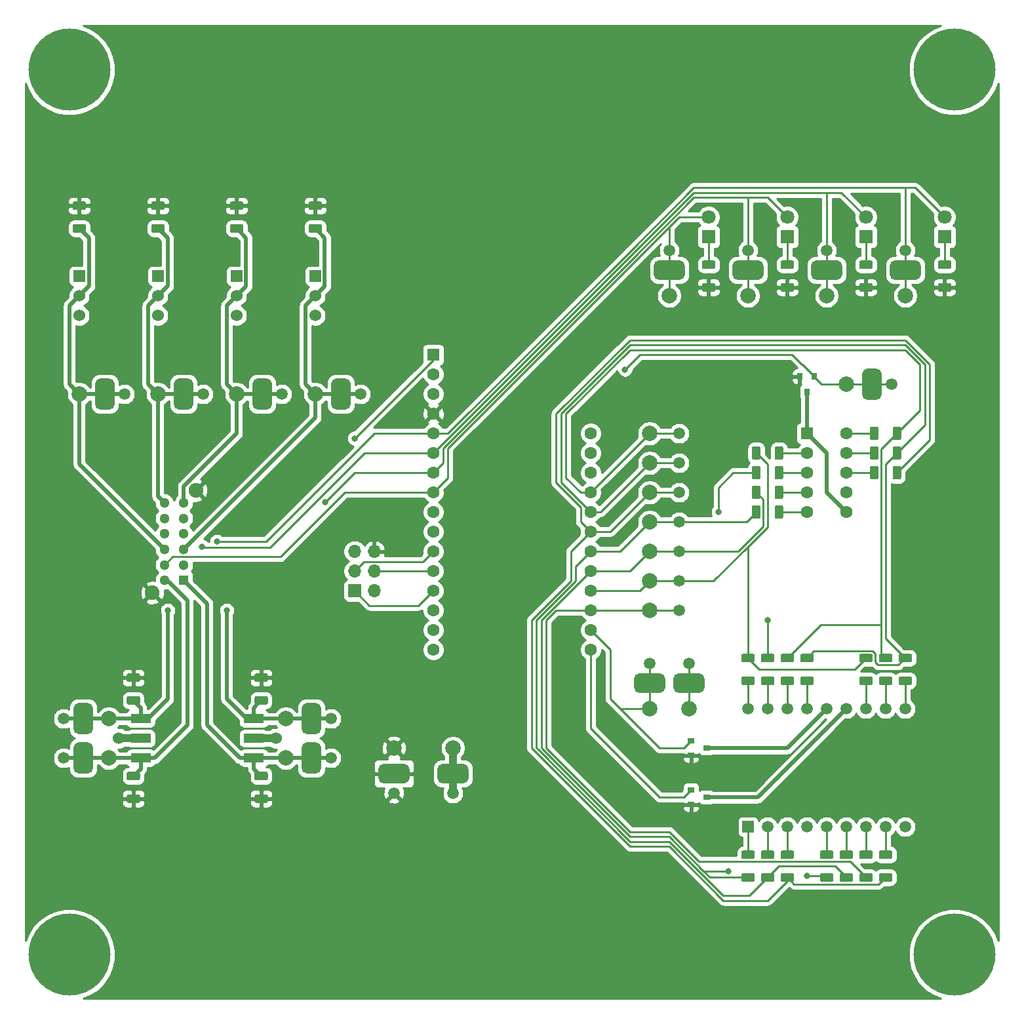
<source format=gbr>
%TF.GenerationSoftware,KiCad,Pcbnew,(5.1.10)-1*%
%TF.CreationDate,2022-03-27T12:35:49-04:00*%
%TF.ProjectId,M5TC-2022-U4BN,4d355443-2d32-4303-9232-2d5534424e2e,rev?*%
%TF.SameCoordinates,Original*%
%TF.FileFunction,Copper,L1,Top*%
%TF.FilePolarity,Positive*%
%FSLAX46Y46*%
G04 Gerber Fmt 4.6, Leading zero omitted, Abs format (unit mm)*
G04 Created by KiCad (PCBNEW (5.1.10)-1) date 2022-03-27 12:35:49*
%MOMM*%
%LPD*%
G01*
G04 APERTURE LIST*
%TA.AperFunction,ComponentPad*%
%ADD10C,1.600000*%
%TD*%
%TA.AperFunction,ComponentPad*%
%ADD11R,1.600000X1.600000*%
%TD*%
%TA.AperFunction,ComponentPad*%
%ADD12C,10.600000*%
%TD*%
%TA.AperFunction,ComponentPad*%
%ADD13C,0.900000*%
%TD*%
%TA.AperFunction,SMDPad,CuDef*%
%ADD14R,2.600000X1.200000*%
%TD*%
%TA.AperFunction,ComponentPad*%
%ADD15R,1.700000X1.700000*%
%TD*%
%TA.AperFunction,ComponentPad*%
%ADD16O,1.700000X1.700000*%
%TD*%
%TA.AperFunction,SMDPad,CuDef*%
%ADD17R,0.800000X0.900000*%
%TD*%
%TA.AperFunction,SMDPad,CuDef*%
%ADD18R,0.900000X0.800000*%
%TD*%
%TA.AperFunction,ComponentPad*%
%ADD19R,1.500000X1.500000*%
%TD*%
%TA.AperFunction,ComponentPad*%
%ADD20C,1.500000*%
%TD*%
%TA.AperFunction,ComponentPad*%
%ADD21C,1.800000*%
%TD*%
%TA.AperFunction,ComponentPad*%
%ADD22R,1.800000X1.800000*%
%TD*%
%TA.AperFunction,ComponentPad*%
%ADD23R,1.300000X1.300000*%
%TD*%
%TA.AperFunction,ComponentPad*%
%ADD24C,1.300000*%
%TD*%
%TA.AperFunction,ComponentPad*%
%ADD25C,1.900000*%
%TD*%
%TA.AperFunction,ComponentPad*%
%ADD26C,1.499997*%
%TD*%
%TA.AperFunction,ComponentPad*%
%ADD27C,1.999996*%
%TD*%
%TA.AperFunction,ComponentPad*%
%ADD28C,1.524000*%
%TD*%
%TA.AperFunction,ComponentPad*%
%ADD29R,1.524000X1.524000*%
%TD*%
%TA.AperFunction,ViaPad*%
%ADD30C,0.800000*%
%TD*%
%TA.AperFunction,ViaPad*%
%ADD31C,1.524000*%
%TD*%
%TA.AperFunction,Conductor*%
%ADD32C,0.254000*%
%TD*%
%TA.AperFunction,Conductor*%
%ADD33C,0.250000*%
%TD*%
%TA.AperFunction,Conductor*%
%ADD34C,1.016000*%
%TD*%
%TA.AperFunction,Conductor*%
%ADD35C,0.508000*%
%TD*%
%TA.AperFunction,Conductor*%
%ADD36C,0.100000*%
%TD*%
G04 APERTURE END LIST*
D10*
%TO.P,A1,16*%
%TO.N,Net-(A1-Pad16)*%
X205740000Y-182880000D03*
%TO.P,A1,15*%
%TO.N,Net-(A1-Pad15)*%
X205740000Y-180340000D03*
%TO.P,A1,14*%
%TO.N,Net-(A1-Pad14)*%
X205740000Y-177800000D03*
%TO.P,A1,13*%
%TO.N,MISO*%
X205740000Y-175260000D03*
%TO.P,A1,12*%
%TO.N,MOSI*%
X205740000Y-172720000D03*
%TO.P,A1,11*%
%TO.N,SCK*%
X205740000Y-170180000D03*
%TO.P,A1,10*%
%TO.N,Net-(A1-Pad10)*%
X205740000Y-167640000D03*
%TO.P,A1,9*%
%TO.N,K1*%
X205740000Y-165100000D03*
%TO.P,A1,8*%
%TO.N,DATA_3*%
X205740000Y-162560000D03*
%TO.P,A1,7*%
%TO.N,DATA_2*%
X205740000Y-160020000D03*
%TO.P,A1,6*%
%TO.N,DATA_1*%
X205740000Y-157480000D03*
%TO.P,A1,5*%
%TO.N,DATA_0*%
X205740000Y-154940000D03*
%TO.P,A1,4*%
%TO.N,GND*%
X205740000Y-152400000D03*
%TO.P,A1,3*%
%TO.N,Net-(A1-Pad3)*%
X205740000Y-149860000D03*
%TO.P,A1,2*%
%TO.N,Net-(A1-Pad2)*%
X205740000Y-147320000D03*
D11*
%TO.P,A1,1*%
%TO.N,RST*%
X205740000Y-144780000D03*
D10*
%TO.P,A1,28*%
%TO.N,Net-(A1-Pad28)*%
X226060000Y-154940000D03*
%TO.P,A1,27*%
%TO.N,Net-(A1-Pad27)*%
X226060000Y-157480000D03*
%TO.P,A1,26*%
%TO.N,VCC*%
X226060000Y-160020000D03*
%TO.P,A1,25*%
%TO.N,A*%
X226060000Y-162560000D03*
%TO.P,A1,24*%
%TO.N,B*%
X226060000Y-165100000D03*
%TO.P,A1,23*%
%TO.N,C*%
X226060000Y-167640000D03*
%TO.P,A1,22*%
%TO.N,D*%
X226060000Y-170180000D03*
%TO.P,A1,21*%
%TO.N,E*%
X226060000Y-172720000D03*
%TO.P,A1,20*%
%TO.N,F*%
X226060000Y-175260000D03*
%TO.P,A1,19*%
%TO.N,G*%
X226060000Y-177800000D03*
%TO.P,A1,18*%
%TO.N,K2*%
X226060000Y-180340000D03*
%TO.P,A1,17*%
%TO.N,K3*%
X226060000Y-182880000D03*
%TD*%
D12*
%TO.P,H4,1*%
%TO.N,N/C*%
X158750000Y-107950000D03*
D13*
X162725000Y-107950000D03*
X161560749Y-110760749D03*
X158750000Y-111925000D03*
X155939251Y-110760749D03*
X154775000Y-107950000D03*
X155939251Y-105139251D03*
X158750000Y-103975000D03*
X161560749Y-105139251D03*
%TD*%
%TO.P,R1,2*%
%TO.N,GND*%
%TA.AperFunction,SMDPad,CuDef*%
G36*
G01*
X160645001Y-126100000D02*
X159394999Y-126100000D01*
G75*
G02*
X159145000Y-125850001I0J249999D01*
G01*
X159145000Y-125224999D01*
G75*
G02*
X159394999Y-124975000I249999J0D01*
G01*
X160645001Y-124975000D01*
G75*
G02*
X160895000Y-125224999I0J-249999D01*
G01*
X160895000Y-125850001D01*
G75*
G02*
X160645001Y-126100000I-249999J0D01*
G01*
G37*
%TD.AperFunction*%
%TO.P,R1,1*%
%TO.N,SLIDE_DATA_3*%
%TA.AperFunction,SMDPad,CuDef*%
G36*
G01*
X160645001Y-129025000D02*
X159394999Y-129025000D01*
G75*
G02*
X159145000Y-128775001I0J249999D01*
G01*
X159145000Y-128149999D01*
G75*
G02*
X159394999Y-127900000I249999J0D01*
G01*
X160645001Y-127900000D01*
G75*
G02*
X160895000Y-128149999I0J-249999D01*
G01*
X160895000Y-128775001D01*
G75*
G02*
X160645001Y-129025000I-249999J0D01*
G01*
G37*
%TD.AperFunction*%
%TD*%
%TO.P,R2,1*%
%TO.N,SLIDE_DATA_2*%
%TA.AperFunction,SMDPad,CuDef*%
G36*
G01*
X170805001Y-129025000D02*
X169554999Y-129025000D01*
G75*
G02*
X169305000Y-128775001I0J249999D01*
G01*
X169305000Y-128149999D01*
G75*
G02*
X169554999Y-127900000I249999J0D01*
G01*
X170805001Y-127900000D01*
G75*
G02*
X171055000Y-128149999I0J-249999D01*
G01*
X171055000Y-128775001D01*
G75*
G02*
X170805001Y-129025000I-249999J0D01*
G01*
G37*
%TD.AperFunction*%
%TO.P,R2,2*%
%TO.N,GND*%
%TA.AperFunction,SMDPad,CuDef*%
G36*
G01*
X170805001Y-126100000D02*
X169554999Y-126100000D01*
G75*
G02*
X169305000Y-125850001I0J249999D01*
G01*
X169305000Y-125224999D01*
G75*
G02*
X169554999Y-124975000I249999J0D01*
G01*
X170805001Y-124975000D01*
G75*
G02*
X171055000Y-125224999I0J-249999D01*
G01*
X171055000Y-125850001D01*
G75*
G02*
X170805001Y-126100000I-249999J0D01*
G01*
G37*
%TD.AperFunction*%
%TD*%
%TO.P,R3,2*%
%TO.N,GND*%
%TA.AperFunction,SMDPad,CuDef*%
G36*
G01*
X180965001Y-126100000D02*
X179714999Y-126100000D01*
G75*
G02*
X179465000Y-125850001I0J249999D01*
G01*
X179465000Y-125224999D01*
G75*
G02*
X179714999Y-124975000I249999J0D01*
G01*
X180965001Y-124975000D01*
G75*
G02*
X181215000Y-125224999I0J-249999D01*
G01*
X181215000Y-125850001D01*
G75*
G02*
X180965001Y-126100000I-249999J0D01*
G01*
G37*
%TD.AperFunction*%
%TO.P,R3,1*%
%TO.N,SLIDE_DATA_1*%
%TA.AperFunction,SMDPad,CuDef*%
G36*
G01*
X180965001Y-129025000D02*
X179714999Y-129025000D01*
G75*
G02*
X179465000Y-128775001I0J249999D01*
G01*
X179465000Y-128149999D01*
G75*
G02*
X179714999Y-127900000I249999J0D01*
G01*
X180965001Y-127900000D01*
G75*
G02*
X181215000Y-128149999I0J-249999D01*
G01*
X181215000Y-128775001D01*
G75*
G02*
X180965001Y-129025000I-249999J0D01*
G01*
G37*
%TD.AperFunction*%
%TD*%
%TO.P,R4,1*%
%TO.N,SLIDE_DATA_0*%
%TA.AperFunction,SMDPad,CuDef*%
G36*
G01*
X191125001Y-129025000D02*
X189874999Y-129025000D01*
G75*
G02*
X189625000Y-128775001I0J249999D01*
G01*
X189625000Y-128149999D01*
G75*
G02*
X189874999Y-127900000I249999J0D01*
G01*
X191125001Y-127900000D01*
G75*
G02*
X191375000Y-128149999I0J-249999D01*
G01*
X191375000Y-128775001D01*
G75*
G02*
X191125001Y-129025000I-249999J0D01*
G01*
G37*
%TD.AperFunction*%
%TO.P,R4,2*%
%TO.N,GND*%
%TA.AperFunction,SMDPad,CuDef*%
G36*
G01*
X191125001Y-126100000D02*
X189874999Y-126100000D01*
G75*
G02*
X189625000Y-125850001I0J249999D01*
G01*
X189625000Y-125224999D01*
G75*
G02*
X189874999Y-124975000I249999J0D01*
G01*
X191125001Y-124975000D01*
G75*
G02*
X191375000Y-125224999I0J-249999D01*
G01*
X191375000Y-125850001D01*
G75*
G02*
X191125001Y-126100000I-249999J0D01*
G01*
G37*
%TD.AperFunction*%
%TD*%
%TO.P,R5,2*%
%TO.N,GND*%
%TA.AperFunction,SMDPad,CuDef*%
G36*
G01*
X271154999Y-135520000D02*
X272405001Y-135520000D01*
G75*
G02*
X272655000Y-135769999I0J-249999D01*
G01*
X272655000Y-136395001D01*
G75*
G02*
X272405001Y-136645000I-249999J0D01*
G01*
X271154999Y-136645000D01*
G75*
G02*
X270905000Y-136395001I0J249999D01*
G01*
X270905000Y-135769999D01*
G75*
G02*
X271154999Y-135520000I249999J0D01*
G01*
G37*
%TD.AperFunction*%
%TO.P,R5,1*%
%TO.N,Net-(D1-Pad1)*%
%TA.AperFunction,SMDPad,CuDef*%
G36*
G01*
X271154999Y-132595000D02*
X272405001Y-132595000D01*
G75*
G02*
X272655000Y-132844999I0J-249999D01*
G01*
X272655000Y-133470001D01*
G75*
G02*
X272405001Y-133720000I-249999J0D01*
G01*
X271154999Y-133720000D01*
G75*
G02*
X270905000Y-133470001I0J249999D01*
G01*
X270905000Y-132844999D01*
G75*
G02*
X271154999Y-132595000I249999J0D01*
G01*
G37*
%TD.AperFunction*%
%TD*%
%TO.P,R6,1*%
%TO.N,Net-(D2-Pad1)*%
%TA.AperFunction,SMDPad,CuDef*%
G36*
G01*
X260994999Y-132595000D02*
X262245001Y-132595000D01*
G75*
G02*
X262495000Y-132844999I0J-249999D01*
G01*
X262495000Y-133470001D01*
G75*
G02*
X262245001Y-133720000I-249999J0D01*
G01*
X260994999Y-133720000D01*
G75*
G02*
X260745000Y-133470001I0J249999D01*
G01*
X260745000Y-132844999D01*
G75*
G02*
X260994999Y-132595000I249999J0D01*
G01*
G37*
%TD.AperFunction*%
%TO.P,R6,2*%
%TO.N,GND*%
%TA.AperFunction,SMDPad,CuDef*%
G36*
G01*
X260994999Y-135520000D02*
X262245001Y-135520000D01*
G75*
G02*
X262495000Y-135769999I0J-249999D01*
G01*
X262495000Y-136395001D01*
G75*
G02*
X262245001Y-136645000I-249999J0D01*
G01*
X260994999Y-136645000D01*
G75*
G02*
X260745000Y-136395001I0J249999D01*
G01*
X260745000Y-135769999D01*
G75*
G02*
X260994999Y-135520000I249999J0D01*
G01*
G37*
%TD.AperFunction*%
%TD*%
%TO.P,R7,1*%
%TO.N,Net-(D3-Pad1)*%
%TA.AperFunction,SMDPad,CuDef*%
G36*
G01*
X250834999Y-132595000D02*
X252085001Y-132595000D01*
G75*
G02*
X252335000Y-132844999I0J-249999D01*
G01*
X252335000Y-133470001D01*
G75*
G02*
X252085001Y-133720000I-249999J0D01*
G01*
X250834999Y-133720000D01*
G75*
G02*
X250585000Y-133470001I0J249999D01*
G01*
X250585000Y-132844999D01*
G75*
G02*
X250834999Y-132595000I249999J0D01*
G01*
G37*
%TD.AperFunction*%
%TO.P,R7,2*%
%TO.N,GND*%
%TA.AperFunction,SMDPad,CuDef*%
G36*
G01*
X250834999Y-135520000D02*
X252085001Y-135520000D01*
G75*
G02*
X252335000Y-135769999I0J-249999D01*
G01*
X252335000Y-136395001D01*
G75*
G02*
X252085001Y-136645000I-249999J0D01*
G01*
X250834999Y-136645000D01*
G75*
G02*
X250585000Y-136395001I0J249999D01*
G01*
X250585000Y-135769999D01*
G75*
G02*
X250834999Y-135520000I249999J0D01*
G01*
G37*
%TD.AperFunction*%
%TD*%
%TO.P,R8,2*%
%TO.N,GND*%
%TA.AperFunction,SMDPad,CuDef*%
G36*
G01*
X240674999Y-135520000D02*
X241925001Y-135520000D01*
G75*
G02*
X242175000Y-135769999I0J-249999D01*
G01*
X242175000Y-136395001D01*
G75*
G02*
X241925001Y-136645000I-249999J0D01*
G01*
X240674999Y-136645000D01*
G75*
G02*
X240425000Y-136395001I0J249999D01*
G01*
X240425000Y-135769999D01*
G75*
G02*
X240674999Y-135520000I249999J0D01*
G01*
G37*
%TD.AperFunction*%
%TO.P,R8,1*%
%TO.N,Net-(D4-Pad1)*%
%TA.AperFunction,SMDPad,CuDef*%
G36*
G01*
X240674999Y-132595000D02*
X241925001Y-132595000D01*
G75*
G02*
X242175000Y-132844999I0J-249999D01*
G01*
X242175000Y-133470001D01*
G75*
G02*
X241925001Y-133720000I-249999J0D01*
G01*
X240674999Y-133720000D01*
G75*
G02*
X240425000Y-133470001I0J249999D01*
G01*
X240425000Y-132844999D01*
G75*
G02*
X240674999Y-132595000I249999J0D01*
G01*
G37*
%TD.AperFunction*%
%TD*%
%TO.P,R9,2*%
%TO.N,ROT_DATA_0*%
%TA.AperFunction,SMDPad,CuDef*%
G36*
G01*
X184140001Y-199760000D02*
X182889999Y-199760000D01*
G75*
G02*
X182640000Y-199510001I0J249999D01*
G01*
X182640000Y-198884999D01*
G75*
G02*
X182889999Y-198635000I249999J0D01*
G01*
X184140001Y-198635000D01*
G75*
G02*
X184390000Y-198884999I0J-249999D01*
G01*
X184390000Y-199510001D01*
G75*
G02*
X184140001Y-199760000I-249999J0D01*
G01*
G37*
%TD.AperFunction*%
%TO.P,R9,1*%
%TO.N,GND*%
%TA.AperFunction,SMDPad,CuDef*%
G36*
G01*
X184140001Y-202685000D02*
X182889999Y-202685000D01*
G75*
G02*
X182640000Y-202435001I0J249999D01*
G01*
X182640000Y-201809999D01*
G75*
G02*
X182889999Y-201560000I249999J0D01*
G01*
X184140001Y-201560000D01*
G75*
G02*
X184390000Y-201809999I0J-249999D01*
G01*
X184390000Y-202435001D01*
G75*
G02*
X184140001Y-202685000I-249999J0D01*
G01*
G37*
%TD.AperFunction*%
%TD*%
%TO.P,R10,1*%
%TO.N,GND*%
%TA.AperFunction,SMDPad,CuDef*%
G36*
G01*
X166379999Y-185935000D02*
X167630001Y-185935000D01*
G75*
G02*
X167880000Y-186184999I0J-249999D01*
G01*
X167880000Y-186810001D01*
G75*
G02*
X167630001Y-187060000I-249999J0D01*
G01*
X166379999Y-187060000D01*
G75*
G02*
X166130000Y-186810001I0J249999D01*
G01*
X166130000Y-186184999D01*
G75*
G02*
X166379999Y-185935000I249999J0D01*
G01*
G37*
%TD.AperFunction*%
%TO.P,R10,2*%
%TO.N,ROT_DATA_1*%
%TA.AperFunction,SMDPad,CuDef*%
G36*
G01*
X166379999Y-188860000D02*
X167630001Y-188860000D01*
G75*
G02*
X167880000Y-189109999I0J-249999D01*
G01*
X167880000Y-189735001D01*
G75*
G02*
X167630001Y-189985000I-249999J0D01*
G01*
X166379999Y-189985000D01*
G75*
G02*
X166130000Y-189735001I0J249999D01*
G01*
X166130000Y-189109999D01*
G75*
G02*
X166379999Y-188860000I249999J0D01*
G01*
G37*
%TD.AperFunction*%
%TD*%
%TO.P,R11,2*%
%TO.N,GND*%
%TA.AperFunction,SMDPad,CuDef*%
G36*
G01*
X184140001Y-187060000D02*
X182889999Y-187060000D01*
G75*
G02*
X182640000Y-186810001I0J249999D01*
G01*
X182640000Y-186184999D01*
G75*
G02*
X182889999Y-185935000I249999J0D01*
G01*
X184140001Y-185935000D01*
G75*
G02*
X184390000Y-186184999I0J-249999D01*
G01*
X184390000Y-186810001D01*
G75*
G02*
X184140001Y-187060000I-249999J0D01*
G01*
G37*
%TD.AperFunction*%
%TO.P,R11,1*%
%TO.N,ROT_DATA_2*%
%TA.AperFunction,SMDPad,CuDef*%
G36*
G01*
X184140001Y-189985000D02*
X182889999Y-189985000D01*
G75*
G02*
X182640000Y-189735001I0J249999D01*
G01*
X182640000Y-189109999D01*
G75*
G02*
X182889999Y-188860000I249999J0D01*
G01*
X184140001Y-188860000D01*
G75*
G02*
X184390000Y-189109999I0J-249999D01*
G01*
X184390000Y-189735001D01*
G75*
G02*
X184140001Y-189985000I-249999J0D01*
G01*
G37*
%TD.AperFunction*%
%TD*%
%TO.P,R12,1*%
%TO.N,GND*%
%TA.AperFunction,SMDPad,CuDef*%
G36*
G01*
X167630001Y-202685000D02*
X166379999Y-202685000D01*
G75*
G02*
X166130000Y-202435001I0J249999D01*
G01*
X166130000Y-201809999D01*
G75*
G02*
X166379999Y-201560000I249999J0D01*
G01*
X167630001Y-201560000D01*
G75*
G02*
X167880000Y-201809999I0J-249999D01*
G01*
X167880000Y-202435001D01*
G75*
G02*
X167630001Y-202685000I-249999J0D01*
G01*
G37*
%TD.AperFunction*%
%TO.P,R12,2*%
%TO.N,ROT_DATA_3*%
%TA.AperFunction,SMDPad,CuDef*%
G36*
G01*
X167630001Y-199760000D02*
X166379999Y-199760000D01*
G75*
G02*
X166130000Y-199510001I0J249999D01*
G01*
X166130000Y-198884999D01*
G75*
G02*
X166379999Y-198635000I249999J0D01*
G01*
X167630001Y-198635000D01*
G75*
G02*
X167880000Y-198884999I0J-249999D01*
G01*
X167880000Y-199510001D01*
G75*
G02*
X167630001Y-199760000I-249999J0D01*
G01*
G37*
%TD.AperFunction*%
%TD*%
D12*
%TO.P,H1,1*%
%TO.N,N/C*%
X273050000Y-222250000D03*
D13*
X277025000Y-222250000D03*
X275860749Y-225060749D03*
X273050000Y-226225000D03*
X270239251Y-225060749D03*
X269075000Y-222250000D03*
X270239251Y-219439251D03*
X273050000Y-218275000D03*
X275860749Y-219439251D03*
%TD*%
%TO.P,H2,1*%
%TO.N,N/C*%
X275860749Y-105139251D03*
X273050000Y-103975000D03*
X270239251Y-105139251D03*
X269075000Y-107950000D03*
X270239251Y-110760749D03*
X273050000Y-111925000D03*
X275860749Y-110760749D03*
X277025000Y-107950000D03*
D12*
X273050000Y-107950000D03*
%TD*%
D13*
%TO.P,H3,1*%
%TO.N,N/C*%
X161560749Y-219439251D03*
X158750000Y-218275000D03*
X155939251Y-219439251D03*
X154775000Y-222250000D03*
X155939251Y-225060749D03*
X158750000Y-226225000D03*
X161560749Y-225060749D03*
X162725000Y-222250000D03*
D12*
X158750000Y-222250000D03*
%TD*%
D14*
%TO.P,SW5,8*%
%TO.N,ROT_DATA_3*%
X167960000Y-196850000D03*
%TO.P,SW5,1*%
%TO.N,ROT_DATA_0*%
X182560000Y-196850000D03*
%TO.P,SW5,C*%
%TO.N,VCC*%
X167960000Y-194310000D03*
X182560000Y-194310000D03*
%TO.P,SW5,2*%
%TO.N,ROT_DATA_1*%
X167960000Y-191770000D03*
%TO.P,SW5,4*%
%TO.N,ROT_DATA_2*%
X182560000Y-191770000D03*
%TD*%
D15*
%TO.P,J14,1*%
%TO.N,MISO*%
X195580000Y-175260000D03*
D16*
%TO.P,J14,2*%
%TO.N,VCC*%
X198120000Y-175260000D03*
%TO.P,J14,3*%
%TO.N,SCK*%
X195580000Y-172720000D03*
%TO.P,J14,4*%
%TO.N,MOSI*%
X198120000Y-172720000D03*
%TO.P,J14,5*%
%TO.N,RST*%
X195580000Y-170180000D03*
%TO.P,J14,6*%
%TO.N,GND*%
X198120000Y-170180000D03*
%TD*%
D17*
%TO.P,Q1,1*%
%TO.N,K1*%
X254950000Y-147590000D03*
%TO.P,Q1,2*%
%TO.N,GND*%
X253050000Y-147590000D03*
%TO.P,Q1,3*%
%TO.N,Net-(Q1-Pad3)*%
X254000000Y-149590000D03*
%TD*%
D18*
%TO.P,Q2,3*%
%TO.N,Net-(Q2-Pad3)*%
X241030000Y-195580000D03*
%TO.P,Q2,2*%
%TO.N,GND*%
X239030000Y-196530000D03*
%TO.P,Q2,1*%
%TO.N,K2*%
X239030000Y-194630000D03*
%TD*%
%TO.P,Q3,1*%
%TO.N,K3*%
X239030000Y-200980000D03*
%TO.P,Q3,2*%
%TO.N,GND*%
X239030000Y-202880000D03*
%TO.P,Q3,3*%
%TO.N,Net-(Q3-Pad3)*%
X241030000Y-201930000D03*
%TD*%
%TO.P,R13,1*%
%TO.N,Net-(R13-Pad1)*%
%TA.AperFunction,SMDPad,CuDef*%
G36*
G01*
X262135000Y-155565001D02*
X262135000Y-154314999D01*
G75*
G02*
X262384999Y-154065000I249999J0D01*
G01*
X263010001Y-154065000D01*
G75*
G02*
X263260000Y-154314999I0J-249999D01*
G01*
X263260000Y-155565001D01*
G75*
G02*
X263010001Y-155815000I-249999J0D01*
G01*
X262384999Y-155815000D01*
G75*
G02*
X262135000Y-155565001I0J249999D01*
G01*
G37*
%TD.AperFunction*%
%TO.P,R13,2*%
%TO.N,A*%
%TA.AperFunction,SMDPad,CuDef*%
G36*
G01*
X265060000Y-155565001D02*
X265060000Y-154314999D01*
G75*
G02*
X265309999Y-154065000I249999J0D01*
G01*
X265935001Y-154065000D01*
G75*
G02*
X266185000Y-154314999I0J-249999D01*
G01*
X266185000Y-155565001D01*
G75*
G02*
X265935001Y-155815000I-249999J0D01*
G01*
X265309999Y-155815000D01*
G75*
G02*
X265060000Y-155565001I0J249999D01*
G01*
G37*
%TD.AperFunction*%
%TD*%
%TO.P,R14,2*%
%TO.N,B*%
%TA.AperFunction,SMDPad,CuDef*%
G36*
G01*
X265060000Y-158105001D02*
X265060000Y-156854999D01*
G75*
G02*
X265309999Y-156605000I249999J0D01*
G01*
X265935001Y-156605000D01*
G75*
G02*
X266185000Y-156854999I0J-249999D01*
G01*
X266185000Y-158105001D01*
G75*
G02*
X265935001Y-158355000I-249999J0D01*
G01*
X265309999Y-158355000D01*
G75*
G02*
X265060000Y-158105001I0J249999D01*
G01*
G37*
%TD.AperFunction*%
%TO.P,R14,1*%
%TO.N,Net-(R14-Pad1)*%
%TA.AperFunction,SMDPad,CuDef*%
G36*
G01*
X262135000Y-158105001D02*
X262135000Y-156854999D01*
G75*
G02*
X262384999Y-156605000I249999J0D01*
G01*
X263010001Y-156605000D01*
G75*
G02*
X263260000Y-156854999I0J-249999D01*
G01*
X263260000Y-158105001D01*
G75*
G02*
X263010001Y-158355000I-249999J0D01*
G01*
X262384999Y-158355000D01*
G75*
G02*
X262135000Y-158105001I0J249999D01*
G01*
G37*
%TD.AperFunction*%
%TD*%
%TO.P,R15,2*%
%TO.N,C*%
%TA.AperFunction,SMDPad,CuDef*%
G36*
G01*
X265060000Y-160645001D02*
X265060000Y-159394999D01*
G75*
G02*
X265309999Y-159145000I249999J0D01*
G01*
X265935001Y-159145000D01*
G75*
G02*
X266185000Y-159394999I0J-249999D01*
G01*
X266185000Y-160645001D01*
G75*
G02*
X265935001Y-160895000I-249999J0D01*
G01*
X265309999Y-160895000D01*
G75*
G02*
X265060000Y-160645001I0J249999D01*
G01*
G37*
%TD.AperFunction*%
%TO.P,R15,1*%
%TO.N,Net-(R15-Pad1)*%
%TA.AperFunction,SMDPad,CuDef*%
G36*
G01*
X262135000Y-160645001D02*
X262135000Y-159394999D01*
G75*
G02*
X262384999Y-159145000I249999J0D01*
G01*
X263010001Y-159145000D01*
G75*
G02*
X263260000Y-159394999I0J-249999D01*
G01*
X263260000Y-160645001D01*
G75*
G02*
X263010001Y-160895000I-249999J0D01*
G01*
X262384999Y-160895000D01*
G75*
G02*
X262135000Y-160645001I0J249999D01*
G01*
G37*
%TD.AperFunction*%
%TD*%
%TO.P,R16,1*%
%TO.N,Net-(R16-Pad1)*%
%TA.AperFunction,SMDPad,CuDef*%
G36*
G01*
X250945000Y-164474999D02*
X250945000Y-165725001D01*
G75*
G02*
X250695001Y-165975000I-249999J0D01*
G01*
X250069999Y-165975000D01*
G75*
G02*
X249820000Y-165725001I0J249999D01*
G01*
X249820000Y-164474999D01*
G75*
G02*
X250069999Y-164225000I249999J0D01*
G01*
X250695001Y-164225000D01*
G75*
G02*
X250945000Y-164474999I0J-249999D01*
G01*
G37*
%TD.AperFunction*%
%TO.P,R16,2*%
%TO.N,D*%
%TA.AperFunction,SMDPad,CuDef*%
G36*
G01*
X248020000Y-164474999D02*
X248020000Y-165725001D01*
G75*
G02*
X247770001Y-165975000I-249999J0D01*
G01*
X247144999Y-165975000D01*
G75*
G02*
X246895000Y-165725001I0J249999D01*
G01*
X246895000Y-164474999D01*
G75*
G02*
X247144999Y-164225000I249999J0D01*
G01*
X247770001Y-164225000D01*
G75*
G02*
X248020000Y-164474999I0J-249999D01*
G01*
G37*
%TD.AperFunction*%
%TD*%
%TO.P,R17,2*%
%TO.N,E*%
%TA.AperFunction,SMDPad,CuDef*%
G36*
G01*
X248020000Y-161934999D02*
X248020000Y-163185001D01*
G75*
G02*
X247770001Y-163435000I-249999J0D01*
G01*
X247144999Y-163435000D01*
G75*
G02*
X246895000Y-163185001I0J249999D01*
G01*
X246895000Y-161934999D01*
G75*
G02*
X247144999Y-161685000I249999J0D01*
G01*
X247770001Y-161685000D01*
G75*
G02*
X248020000Y-161934999I0J-249999D01*
G01*
G37*
%TD.AperFunction*%
%TO.P,R17,1*%
%TO.N,Net-(R17-Pad1)*%
%TA.AperFunction,SMDPad,CuDef*%
G36*
G01*
X250945000Y-161934999D02*
X250945000Y-163185001D01*
G75*
G02*
X250695001Y-163435000I-249999J0D01*
G01*
X250069999Y-163435000D01*
G75*
G02*
X249820000Y-163185001I0J249999D01*
G01*
X249820000Y-161934999D01*
G75*
G02*
X250069999Y-161685000I249999J0D01*
G01*
X250695001Y-161685000D01*
G75*
G02*
X250945000Y-161934999I0J-249999D01*
G01*
G37*
%TD.AperFunction*%
%TD*%
%TO.P,R18,1*%
%TO.N,Net-(R18-Pad1)*%
%TA.AperFunction,SMDPad,CuDef*%
G36*
G01*
X250945000Y-156854999D02*
X250945000Y-158105001D01*
G75*
G02*
X250695001Y-158355000I-249999J0D01*
G01*
X250069999Y-158355000D01*
G75*
G02*
X249820000Y-158105001I0J249999D01*
G01*
X249820000Y-156854999D01*
G75*
G02*
X250069999Y-156605000I249999J0D01*
G01*
X250695001Y-156605000D01*
G75*
G02*
X250945000Y-156854999I0J-249999D01*
G01*
G37*
%TD.AperFunction*%
%TO.P,R18,2*%
%TO.N,F*%
%TA.AperFunction,SMDPad,CuDef*%
G36*
G01*
X248020000Y-156854999D02*
X248020000Y-158105001D01*
G75*
G02*
X247770001Y-158355000I-249999J0D01*
G01*
X247144999Y-158355000D01*
G75*
G02*
X246895000Y-158105001I0J249999D01*
G01*
X246895000Y-156854999D01*
G75*
G02*
X247144999Y-156605000I249999J0D01*
G01*
X247770001Y-156605000D01*
G75*
G02*
X248020000Y-156854999I0J-249999D01*
G01*
G37*
%TD.AperFunction*%
%TD*%
%TO.P,R19,2*%
%TO.N,G*%
%TA.AperFunction,SMDPad,CuDef*%
G36*
G01*
X248020000Y-159394999D02*
X248020000Y-160645001D01*
G75*
G02*
X247770001Y-160895000I-249999J0D01*
G01*
X247144999Y-160895000D01*
G75*
G02*
X246895000Y-160645001I0J249999D01*
G01*
X246895000Y-159394999D01*
G75*
G02*
X247144999Y-159145000I249999J0D01*
G01*
X247770001Y-159145000D01*
G75*
G02*
X248020000Y-159394999I0J-249999D01*
G01*
G37*
%TD.AperFunction*%
%TO.P,R19,1*%
%TO.N,Net-(R19-Pad1)*%
%TA.AperFunction,SMDPad,CuDef*%
G36*
G01*
X250945000Y-159394999D02*
X250945000Y-160645001D01*
G75*
G02*
X250695001Y-160895000I-249999J0D01*
G01*
X250069999Y-160895000D01*
G75*
G02*
X249820000Y-160645001I0J249999D01*
G01*
X249820000Y-159394999D01*
G75*
G02*
X250069999Y-159145000I249999J0D01*
G01*
X250695001Y-159145000D01*
G75*
G02*
X250945000Y-159394999I0J-249999D01*
G01*
G37*
%TD.AperFunction*%
%TD*%
%TO.P,R20,1*%
%TO.N,Net-(R20-Pad1)*%
%TA.AperFunction,SMDPad,CuDef*%
G36*
G01*
X252085001Y-187445000D02*
X250834999Y-187445000D01*
G75*
G02*
X250585000Y-187195001I0J249999D01*
G01*
X250585000Y-186569999D01*
G75*
G02*
X250834999Y-186320000I249999J0D01*
G01*
X252085001Y-186320000D01*
G75*
G02*
X252335000Y-186569999I0J-249999D01*
G01*
X252335000Y-187195001D01*
G75*
G02*
X252085001Y-187445000I-249999J0D01*
G01*
G37*
%TD.AperFunction*%
%TO.P,R20,2*%
%TO.N,A*%
%TA.AperFunction,SMDPad,CuDef*%
G36*
G01*
X252085001Y-184520000D02*
X250834999Y-184520000D01*
G75*
G02*
X250585000Y-184270001I0J249999D01*
G01*
X250585000Y-183644999D01*
G75*
G02*
X250834999Y-183395000I249999J0D01*
G01*
X252085001Y-183395000D01*
G75*
G02*
X252335000Y-183644999I0J-249999D01*
G01*
X252335000Y-184270001D01*
G75*
G02*
X252085001Y-184520000I-249999J0D01*
G01*
G37*
%TD.AperFunction*%
%TD*%
%TO.P,R21,2*%
%TO.N,B*%
%TA.AperFunction,SMDPad,CuDef*%
G36*
G01*
X254625001Y-184520000D02*
X253374999Y-184520000D01*
G75*
G02*
X253125000Y-184270001I0J249999D01*
G01*
X253125000Y-183644999D01*
G75*
G02*
X253374999Y-183395000I249999J0D01*
G01*
X254625001Y-183395000D01*
G75*
G02*
X254875000Y-183644999I0J-249999D01*
G01*
X254875000Y-184270001D01*
G75*
G02*
X254625001Y-184520000I-249999J0D01*
G01*
G37*
%TD.AperFunction*%
%TO.P,R21,1*%
%TO.N,Net-(R21-Pad1)*%
%TA.AperFunction,SMDPad,CuDef*%
G36*
G01*
X254625001Y-187445000D02*
X253374999Y-187445000D01*
G75*
G02*
X253125000Y-187195001I0J249999D01*
G01*
X253125000Y-186569999D01*
G75*
G02*
X253374999Y-186320000I249999J0D01*
G01*
X254625001Y-186320000D01*
G75*
G02*
X254875000Y-186569999I0J-249999D01*
G01*
X254875000Y-187195001D01*
G75*
G02*
X254625001Y-187445000I-249999J0D01*
G01*
G37*
%TD.AperFunction*%
%TD*%
%TO.P,R22,1*%
%TO.N,Net-(R22-Pad1)*%
%TA.AperFunction,SMDPad,CuDef*%
G36*
G01*
X250834999Y-208795000D02*
X252085001Y-208795000D01*
G75*
G02*
X252335000Y-209044999I0J-249999D01*
G01*
X252335000Y-209670001D01*
G75*
G02*
X252085001Y-209920000I-249999J0D01*
G01*
X250834999Y-209920000D01*
G75*
G02*
X250585000Y-209670001I0J249999D01*
G01*
X250585000Y-209044999D01*
G75*
G02*
X250834999Y-208795000I249999J0D01*
G01*
G37*
%TD.AperFunction*%
%TO.P,R22,2*%
%TO.N,C*%
%TA.AperFunction,SMDPad,CuDef*%
G36*
G01*
X250834999Y-211720000D02*
X252085001Y-211720000D01*
G75*
G02*
X252335000Y-211969999I0J-249999D01*
G01*
X252335000Y-212595001D01*
G75*
G02*
X252085001Y-212845000I-249999J0D01*
G01*
X250834999Y-212845000D01*
G75*
G02*
X250585000Y-212595001I0J249999D01*
G01*
X250585000Y-211969999D01*
G75*
G02*
X250834999Y-211720000I249999J0D01*
G01*
G37*
%TD.AperFunction*%
%TD*%
%TO.P,R23,2*%
%TO.N,D*%
%TA.AperFunction,SMDPad,CuDef*%
G36*
G01*
X248294999Y-211720000D02*
X249545001Y-211720000D01*
G75*
G02*
X249795000Y-211969999I0J-249999D01*
G01*
X249795000Y-212595001D01*
G75*
G02*
X249545001Y-212845000I-249999J0D01*
G01*
X248294999Y-212845000D01*
G75*
G02*
X248045000Y-212595001I0J249999D01*
G01*
X248045000Y-211969999D01*
G75*
G02*
X248294999Y-211720000I249999J0D01*
G01*
G37*
%TD.AperFunction*%
%TO.P,R23,1*%
%TO.N,Net-(R23-Pad1)*%
%TA.AperFunction,SMDPad,CuDef*%
G36*
G01*
X248294999Y-208795000D02*
X249545001Y-208795000D01*
G75*
G02*
X249795000Y-209044999I0J-249999D01*
G01*
X249795000Y-209670001D01*
G75*
G02*
X249545001Y-209920000I-249999J0D01*
G01*
X248294999Y-209920000D01*
G75*
G02*
X248045000Y-209670001I0J249999D01*
G01*
X248045000Y-209044999D01*
G75*
G02*
X248294999Y-208795000I249999J0D01*
G01*
G37*
%TD.AperFunction*%
%TD*%
%TO.P,R24,1*%
%TO.N,Net-(R24-Pad1)*%
%TA.AperFunction,SMDPad,CuDef*%
G36*
G01*
X245754999Y-208795000D02*
X247005001Y-208795000D01*
G75*
G02*
X247255000Y-209044999I0J-249999D01*
G01*
X247255000Y-209670001D01*
G75*
G02*
X247005001Y-209920000I-249999J0D01*
G01*
X245754999Y-209920000D01*
G75*
G02*
X245505000Y-209670001I0J249999D01*
G01*
X245505000Y-209044999D01*
G75*
G02*
X245754999Y-208795000I249999J0D01*
G01*
G37*
%TD.AperFunction*%
%TO.P,R24,2*%
%TO.N,E*%
%TA.AperFunction,SMDPad,CuDef*%
G36*
G01*
X245754999Y-211720000D02*
X247005001Y-211720000D01*
G75*
G02*
X247255000Y-211969999I0J-249999D01*
G01*
X247255000Y-212595001D01*
G75*
G02*
X247005001Y-212845000I-249999J0D01*
G01*
X245754999Y-212845000D01*
G75*
G02*
X245505000Y-212595001I0J249999D01*
G01*
X245505000Y-211969999D01*
G75*
G02*
X245754999Y-211720000I249999J0D01*
G01*
G37*
%TD.AperFunction*%
%TD*%
%TO.P,R25,2*%
%TO.N,F*%
%TA.AperFunction,SMDPad,CuDef*%
G36*
G01*
X247005001Y-184520000D02*
X245754999Y-184520000D01*
G75*
G02*
X245505000Y-184270001I0J249999D01*
G01*
X245505000Y-183644999D01*
G75*
G02*
X245754999Y-183395000I249999J0D01*
G01*
X247005001Y-183395000D01*
G75*
G02*
X247255000Y-183644999I0J-249999D01*
G01*
X247255000Y-184270001D01*
G75*
G02*
X247005001Y-184520000I-249999J0D01*
G01*
G37*
%TD.AperFunction*%
%TO.P,R25,1*%
%TO.N,Net-(R25-Pad1)*%
%TA.AperFunction,SMDPad,CuDef*%
G36*
G01*
X247005001Y-187445000D02*
X245754999Y-187445000D01*
G75*
G02*
X245505000Y-187195001I0J249999D01*
G01*
X245505000Y-186569999D01*
G75*
G02*
X245754999Y-186320000I249999J0D01*
G01*
X247005001Y-186320000D01*
G75*
G02*
X247255000Y-186569999I0J-249999D01*
G01*
X247255000Y-187195001D01*
G75*
G02*
X247005001Y-187445000I-249999J0D01*
G01*
G37*
%TD.AperFunction*%
%TD*%
%TO.P,R26,1*%
%TO.N,Net-(R26-Pad1)*%
%TA.AperFunction,SMDPad,CuDef*%
G36*
G01*
X249545001Y-187445000D02*
X248294999Y-187445000D01*
G75*
G02*
X248045000Y-187195001I0J249999D01*
G01*
X248045000Y-186569999D01*
G75*
G02*
X248294999Y-186320000I249999J0D01*
G01*
X249545001Y-186320000D01*
G75*
G02*
X249795000Y-186569999I0J-249999D01*
G01*
X249795000Y-187195001D01*
G75*
G02*
X249545001Y-187445000I-249999J0D01*
G01*
G37*
%TD.AperFunction*%
%TO.P,R26,2*%
%TO.N,G*%
%TA.AperFunction,SMDPad,CuDef*%
G36*
G01*
X249545001Y-184520000D02*
X248294999Y-184520000D01*
G75*
G02*
X248045000Y-184270001I0J249999D01*
G01*
X248045000Y-183644999D01*
G75*
G02*
X248294999Y-183395000I249999J0D01*
G01*
X249545001Y-183395000D01*
G75*
G02*
X249795000Y-183644999I0J-249999D01*
G01*
X249795000Y-184270001D01*
G75*
G02*
X249545001Y-184520000I-249999J0D01*
G01*
G37*
%TD.AperFunction*%
%TD*%
%TO.P,R27,2*%
%TO.N,Net-(R27-Pad2)*%
%TA.AperFunction,SMDPad,CuDef*%
G36*
G01*
X263534999Y-186320000D02*
X264785001Y-186320000D01*
G75*
G02*
X265035000Y-186569999I0J-249999D01*
G01*
X265035000Y-187195001D01*
G75*
G02*
X264785001Y-187445000I-249999J0D01*
G01*
X263534999Y-187445000D01*
G75*
G02*
X263285000Y-187195001I0J249999D01*
G01*
X263285000Y-186569999D01*
G75*
G02*
X263534999Y-186320000I249999J0D01*
G01*
G37*
%TD.AperFunction*%
%TO.P,R27,1*%
%TO.N,A*%
%TA.AperFunction,SMDPad,CuDef*%
G36*
G01*
X263534999Y-183395000D02*
X264785001Y-183395000D01*
G75*
G02*
X265035000Y-183644999I0J-249999D01*
G01*
X265035000Y-184270001D01*
G75*
G02*
X264785001Y-184520000I-249999J0D01*
G01*
X263534999Y-184520000D01*
G75*
G02*
X263285000Y-184270001I0J249999D01*
G01*
X263285000Y-183644999D01*
G75*
G02*
X263534999Y-183395000I249999J0D01*
G01*
G37*
%TD.AperFunction*%
%TD*%
%TO.P,R28,1*%
%TO.N,B*%
%TA.AperFunction,SMDPad,CuDef*%
G36*
G01*
X266074999Y-183395000D02*
X267325001Y-183395000D01*
G75*
G02*
X267575000Y-183644999I0J-249999D01*
G01*
X267575000Y-184270001D01*
G75*
G02*
X267325001Y-184520000I-249999J0D01*
G01*
X266074999Y-184520000D01*
G75*
G02*
X265825000Y-184270001I0J249999D01*
G01*
X265825000Y-183644999D01*
G75*
G02*
X266074999Y-183395000I249999J0D01*
G01*
G37*
%TD.AperFunction*%
%TO.P,R28,2*%
%TO.N,Net-(R28-Pad2)*%
%TA.AperFunction,SMDPad,CuDef*%
G36*
G01*
X266074999Y-186320000D02*
X267325001Y-186320000D01*
G75*
G02*
X267575000Y-186569999I0J-249999D01*
G01*
X267575000Y-187195001D01*
G75*
G02*
X267325001Y-187445000I-249999J0D01*
G01*
X266074999Y-187445000D01*
G75*
G02*
X265825000Y-187195001I0J249999D01*
G01*
X265825000Y-186569999D01*
G75*
G02*
X266074999Y-186320000I249999J0D01*
G01*
G37*
%TD.AperFunction*%
%TD*%
%TO.P,R29,2*%
%TO.N,Net-(R29-Pad2)*%
%TA.AperFunction,SMDPad,CuDef*%
G36*
G01*
X264785001Y-209920000D02*
X263534999Y-209920000D01*
G75*
G02*
X263285000Y-209670001I0J249999D01*
G01*
X263285000Y-209044999D01*
G75*
G02*
X263534999Y-208795000I249999J0D01*
G01*
X264785001Y-208795000D01*
G75*
G02*
X265035000Y-209044999I0J-249999D01*
G01*
X265035000Y-209670001D01*
G75*
G02*
X264785001Y-209920000I-249999J0D01*
G01*
G37*
%TD.AperFunction*%
%TO.P,R29,1*%
%TO.N,C*%
%TA.AperFunction,SMDPad,CuDef*%
G36*
G01*
X264785001Y-212845000D02*
X263534999Y-212845000D01*
G75*
G02*
X263285000Y-212595001I0J249999D01*
G01*
X263285000Y-211969999D01*
G75*
G02*
X263534999Y-211720000I249999J0D01*
G01*
X264785001Y-211720000D01*
G75*
G02*
X265035000Y-211969999I0J-249999D01*
G01*
X265035000Y-212595001D01*
G75*
G02*
X264785001Y-212845000I-249999J0D01*
G01*
G37*
%TD.AperFunction*%
%TD*%
%TO.P,R30,1*%
%TO.N,D*%
%TA.AperFunction,SMDPad,CuDef*%
G36*
G01*
X259705001Y-212845000D02*
X258454999Y-212845000D01*
G75*
G02*
X258205000Y-212595001I0J249999D01*
G01*
X258205000Y-211969999D01*
G75*
G02*
X258454999Y-211720000I249999J0D01*
G01*
X259705001Y-211720000D01*
G75*
G02*
X259955000Y-211969999I0J-249999D01*
G01*
X259955000Y-212595001D01*
G75*
G02*
X259705001Y-212845000I-249999J0D01*
G01*
G37*
%TD.AperFunction*%
%TO.P,R30,2*%
%TO.N,Net-(R30-Pad2)*%
%TA.AperFunction,SMDPad,CuDef*%
G36*
G01*
X259705001Y-209920000D02*
X258454999Y-209920000D01*
G75*
G02*
X258205000Y-209670001I0J249999D01*
G01*
X258205000Y-209044999D01*
G75*
G02*
X258454999Y-208795000I249999J0D01*
G01*
X259705001Y-208795000D01*
G75*
G02*
X259955000Y-209044999I0J-249999D01*
G01*
X259955000Y-209670001D01*
G75*
G02*
X259705001Y-209920000I-249999J0D01*
G01*
G37*
%TD.AperFunction*%
%TD*%
%TO.P,R31,2*%
%TO.N,Net-(R31-Pad2)*%
%TA.AperFunction,SMDPad,CuDef*%
G36*
G01*
X257165001Y-209920000D02*
X255914999Y-209920000D01*
G75*
G02*
X255665000Y-209670001I0J249999D01*
G01*
X255665000Y-209044999D01*
G75*
G02*
X255914999Y-208795000I249999J0D01*
G01*
X257165001Y-208795000D01*
G75*
G02*
X257415000Y-209044999I0J-249999D01*
G01*
X257415000Y-209670001D01*
G75*
G02*
X257165001Y-209920000I-249999J0D01*
G01*
G37*
%TD.AperFunction*%
%TO.P,R31,1*%
%TO.N,E*%
%TA.AperFunction,SMDPad,CuDef*%
G36*
G01*
X257165001Y-212845000D02*
X255914999Y-212845000D01*
G75*
G02*
X255665000Y-212595001I0J249999D01*
G01*
X255665000Y-211969999D01*
G75*
G02*
X255914999Y-211720000I249999J0D01*
G01*
X257165001Y-211720000D01*
G75*
G02*
X257415000Y-211969999I0J-249999D01*
G01*
X257415000Y-212595001D01*
G75*
G02*
X257165001Y-212845000I-249999J0D01*
G01*
G37*
%TD.AperFunction*%
%TD*%
%TO.P,R32,1*%
%TO.N,F*%
%TA.AperFunction,SMDPad,CuDef*%
G36*
G01*
X260994999Y-183395000D02*
X262245001Y-183395000D01*
G75*
G02*
X262495000Y-183644999I0J-249999D01*
G01*
X262495000Y-184270001D01*
G75*
G02*
X262245001Y-184520000I-249999J0D01*
G01*
X260994999Y-184520000D01*
G75*
G02*
X260745000Y-184270001I0J249999D01*
G01*
X260745000Y-183644999D01*
G75*
G02*
X260994999Y-183395000I249999J0D01*
G01*
G37*
%TD.AperFunction*%
%TO.P,R32,2*%
%TO.N,Net-(R32-Pad2)*%
%TA.AperFunction,SMDPad,CuDef*%
G36*
G01*
X260994999Y-186320000D02*
X262245001Y-186320000D01*
G75*
G02*
X262495000Y-186569999I0J-249999D01*
G01*
X262495000Y-187195001D01*
G75*
G02*
X262245001Y-187445000I-249999J0D01*
G01*
X260994999Y-187445000D01*
G75*
G02*
X260745000Y-187195001I0J249999D01*
G01*
X260745000Y-186569999D01*
G75*
G02*
X260994999Y-186320000I249999J0D01*
G01*
G37*
%TD.AperFunction*%
%TD*%
%TO.P,R33,1*%
%TO.N,G*%
%TA.AperFunction,SMDPad,CuDef*%
G36*
G01*
X262245001Y-212845000D02*
X260994999Y-212845000D01*
G75*
G02*
X260745000Y-212595001I0J249999D01*
G01*
X260745000Y-211969999D01*
G75*
G02*
X260994999Y-211720000I249999J0D01*
G01*
X262245001Y-211720000D01*
G75*
G02*
X262495000Y-211969999I0J-249999D01*
G01*
X262495000Y-212595001D01*
G75*
G02*
X262245001Y-212845000I-249999J0D01*
G01*
G37*
%TD.AperFunction*%
%TO.P,R33,2*%
%TO.N,Net-(R33-Pad2)*%
%TA.AperFunction,SMDPad,CuDef*%
G36*
G01*
X262245001Y-209920000D02*
X260994999Y-209920000D01*
G75*
G02*
X260745000Y-209670001I0J249999D01*
G01*
X260745000Y-209044999D01*
G75*
G02*
X260994999Y-208795000I249999J0D01*
G01*
X262245001Y-208795000D01*
G75*
G02*
X262495000Y-209044999I0J-249999D01*
G01*
X262495000Y-209670001D01*
G75*
G02*
X262245001Y-209920000I-249999J0D01*
G01*
G37*
%TD.AperFunction*%
%TD*%
D11*
%TO.P,U1,1*%
%TO.N,Net-(Q1-Pad3)*%
X254000000Y-154940000D03*
D10*
%TO.P,U1,2*%
%TO.N,Net-(R18-Pad1)*%
X254000000Y-157480000D03*
%TO.P,U1,3*%
%TO.N,Net-(R19-Pad1)*%
X254000000Y-160020000D03*
%TO.P,U1,4*%
%TO.N,Net-(R17-Pad1)*%
X254000000Y-162560000D03*
%TO.P,U1,5*%
%TO.N,Net-(R16-Pad1)*%
X254000000Y-165100000D03*
%TO.P,U1,6*%
%TO.N,Net-(Q1-Pad3)*%
X259080000Y-165100000D03*
%TO.P,U1,7*%
%TO.N,Net-(U1-Pad7)*%
X259080000Y-162560000D03*
%TO.P,U1,8*%
%TO.N,Net-(R15-Pad1)*%
X259080000Y-160020000D03*
%TO.P,U1,9*%
%TO.N,Net-(R14-Pad1)*%
X259080000Y-157480000D03*
%TO.P,U1,10*%
%TO.N,Net-(R13-Pad1)*%
X259080000Y-154940000D03*
%TD*%
D19*
%TO.P,U2,1*%
%TO.N,Net-(R24-Pad1)*%
X246380000Y-205740000D03*
D20*
%TO.P,U2,2*%
%TO.N,Net-(R23-Pad1)*%
X248920000Y-205740000D03*
%TO.P,U2,3*%
%TO.N,Net-(R22-Pad1)*%
X251460000Y-205740000D03*
%TO.P,U2,4*%
%TO.N,Net-(U2-Pad4)*%
X254000000Y-205740000D03*
%TO.P,U2,5*%
%TO.N,Net-(R31-Pad2)*%
X256540000Y-205740000D03*
%TO.P,U2,6*%
%TO.N,Net-(R30-Pad2)*%
X259080000Y-205740000D03*
%TO.P,U2,7*%
%TO.N,Net-(R33-Pad2)*%
X261620000Y-205740000D03*
%TO.P,U2,8*%
%TO.N,Net-(R29-Pad2)*%
X264160000Y-205740000D03*
%TO.P,U2,9*%
%TO.N,Net-(U2-Pad9)*%
X266700000Y-205740000D03*
%TO.P,U2,10*%
%TO.N,Net-(R28-Pad2)*%
X266700000Y-190500000D03*
%TO.P,U2,11*%
%TO.N,Net-(R27-Pad2)*%
X264160000Y-190500000D03*
%TO.P,U2,12*%
%TO.N,Net-(R32-Pad2)*%
X261620000Y-190500000D03*
%TO.P,U2,13*%
%TO.N,Net-(Q3-Pad3)*%
X259080000Y-190500000D03*
%TO.P,U2,14*%
%TO.N,Net-(Q2-Pad3)*%
X256540000Y-190500000D03*
%TO.P,U2,15*%
%TO.N,Net-(R21-Pad1)*%
X254000000Y-190500000D03*
%TO.P,U2,16*%
%TO.N,Net-(R20-Pad1)*%
X251460000Y-190500000D03*
%TO.P,U2,17*%
%TO.N,Net-(R26-Pad1)*%
X248920000Y-190500000D03*
%TO.P,U2,18*%
%TO.N,Net-(R25-Pad1)*%
X246380000Y-190500000D03*
%TD*%
D21*
%TO.P,D1,2*%
%TO.N,DATA_0*%
X271780000Y-127000000D03*
D22*
%TO.P,D1,1*%
%TO.N,Net-(D1-Pad1)*%
X271780000Y-129540000D03*
%TD*%
%TO.P,D2,1*%
%TO.N,Net-(D2-Pad1)*%
X261620000Y-129540000D03*
D21*
%TO.P,D2,2*%
%TO.N,DATA_1*%
X261620000Y-127000000D03*
%TD*%
D22*
%TO.P,D3,1*%
%TO.N,Net-(D3-Pad1)*%
X251460000Y-129540000D03*
D21*
%TO.P,D3,2*%
%TO.N,DATA_2*%
X251460000Y-127000000D03*
%TD*%
%TO.P,D4,2*%
%TO.N,DATA_3*%
X241300000Y-127000000D03*
D22*
%TO.P,D4,1*%
%TO.N,Net-(D4-Pad1)*%
X241300000Y-129540000D03*
%TD*%
D23*
%TO.P,SW6,1*%
%TO.N,ROT_DATA_0*%
X173510000Y-173910000D03*
D24*
%TO.P,SW6,2*%
%TO.N,DATA_0*%
X173510000Y-171910000D03*
%TO.P,SW6,3*%
%TO.N,SLIDE_DATA_0*%
X173510000Y-169910000D03*
%TO.P,SW6,4*%
%TO.N,ROT_DATA_1*%
X173510000Y-167910000D03*
%TO.P,SW6,5*%
%TO.N,DATA_1*%
X173510000Y-165910000D03*
%TO.P,SW6,6*%
%TO.N,SLIDE_DATA_1*%
X173510000Y-163910000D03*
%TO.P,SW6,7*%
%TO.N,ROT_DATA_3*%
X171010000Y-173910000D03*
%TO.P,SW6,8*%
%TO.N,DATA_3*%
X171010000Y-171910000D03*
%TO.P,SW6,9*%
%TO.N,SLIDE_DATA_3*%
X171010000Y-169910000D03*
%TO.P,SW6,10*%
%TO.N,ROT_DATA_2*%
X171010000Y-167910000D03*
%TO.P,SW6,11*%
%TO.N,DATA_2*%
X171010000Y-165910000D03*
%TO.P,SW6,12*%
%TO.N,SLIDE_DATA_2*%
X171010000Y-163910000D03*
D25*
%TO.P,SW6,13*%
%TO.N,GND*%
X169460000Y-175510000D03*
%TO.P,SW6,14*%
X175060000Y-162310000D03*
%TD*%
D26*
%TO.P,TP1,1*%
%TO.N,VCC*%
X208280000Y-201422000D03*
%TA.AperFunction,SMDPad,CuDef*%
G36*
G01*
X206905002Y-197632003D02*
X209654998Y-197632003D01*
G75*
G02*
X210279996Y-198257001I0J-624998D01*
G01*
X210279996Y-199506999D01*
G75*
G02*
X209654998Y-200131997I-624998J0D01*
G01*
X206905002Y-200131997D01*
G75*
G02*
X206280004Y-199506999I0J624998D01*
G01*
X206280004Y-198257001D01*
G75*
G02*
X206905002Y-197632003I624998J0D01*
G01*
G37*
%TD.AperFunction*%
D27*
X208280000Y-195580000D03*
%TD*%
%TO.P,TP2,1*%
%TO.N,GND*%
X200660000Y-195580000D03*
%TA.AperFunction,SMDPad,CuDef*%
G36*
G01*
X199285002Y-197632003D02*
X202034998Y-197632003D01*
G75*
G02*
X202659996Y-198257001I0J-624998D01*
G01*
X202659996Y-199506999D01*
G75*
G02*
X202034998Y-200131997I-624998J0D01*
G01*
X199285002Y-200131997D01*
G75*
G02*
X198660004Y-199506999I0J624998D01*
G01*
X198660004Y-198257001D01*
G75*
G02*
X199285002Y-197632003I624998J0D01*
G01*
G37*
%TD.AperFunction*%
D26*
X200660000Y-201422000D03*
%TD*%
%TO.P,TP3,1*%
%TO.N,DATA_0*%
X266700000Y-131318000D03*
%TA.AperFunction,SMDPad,CuDef*%
G36*
G01*
X268074998Y-135107997D02*
X265325002Y-135107997D01*
G75*
G02*
X264700004Y-134482999I0J624998D01*
G01*
X264700004Y-133233001D01*
G75*
G02*
X265325002Y-132608003I624998J0D01*
G01*
X268074998Y-132608003D01*
G75*
G02*
X268699996Y-133233001I0J-624998D01*
G01*
X268699996Y-134482999D01*
G75*
G02*
X268074998Y-135107997I-624998J0D01*
G01*
G37*
%TD.AperFunction*%
D27*
X266700000Y-137160000D03*
%TD*%
%TO.P,TP4,1*%
%TO.N,DATA_1*%
X256540000Y-137160000D03*
%TA.AperFunction,SMDPad,CuDef*%
G36*
G01*
X257914998Y-135107997D02*
X255165002Y-135107997D01*
G75*
G02*
X254540004Y-134482999I0J624998D01*
G01*
X254540004Y-133233001D01*
G75*
G02*
X255165002Y-132608003I624998J0D01*
G01*
X257914998Y-132608003D01*
G75*
G02*
X258539996Y-133233001I0J-624998D01*
G01*
X258539996Y-134482999D01*
G75*
G02*
X257914998Y-135107997I-624998J0D01*
G01*
G37*
%TD.AperFunction*%
D26*
X256540000Y-131318000D03*
%TD*%
%TO.P,TP5,1*%
%TO.N,DATA_2*%
X246380000Y-131318000D03*
%TA.AperFunction,SMDPad,CuDef*%
G36*
G01*
X247754998Y-135107997D02*
X245005002Y-135107997D01*
G75*
G02*
X244380004Y-134482999I0J624998D01*
G01*
X244380004Y-133233001D01*
G75*
G02*
X245005002Y-132608003I624998J0D01*
G01*
X247754998Y-132608003D01*
G75*
G02*
X248379996Y-133233001I0J-624998D01*
G01*
X248379996Y-134482999D01*
G75*
G02*
X247754998Y-135107997I-624998J0D01*
G01*
G37*
%TD.AperFunction*%
D27*
X246380000Y-137160000D03*
%TD*%
%TO.P,TP6,1*%
%TO.N,DATA_3*%
X236220000Y-137160000D03*
%TA.AperFunction,SMDPad,CuDef*%
G36*
G01*
X237594998Y-135107997D02*
X234845002Y-135107997D01*
G75*
G02*
X234220004Y-134482999I0J624998D01*
G01*
X234220004Y-133233001D01*
G75*
G02*
X234845002Y-132608003I624998J0D01*
G01*
X237594998Y-132608003D01*
G75*
G02*
X238219996Y-133233001I0J-624998D01*
G01*
X238219996Y-134482999D01*
G75*
G02*
X237594998Y-135107997I-624998J0D01*
G01*
G37*
%TD.AperFunction*%
D26*
X236220000Y-131318000D03*
%TD*%
D27*
%TO.P,TP7,1*%
%TO.N,A*%
X233680000Y-154940000D03*
D26*
X237490000Y-154940000D03*
%TD*%
%TO.P,TP8,1*%
%TO.N,B*%
X237490000Y-158750000D03*
D27*
X233680000Y-158750000D03*
%TD*%
%TO.P,TP9,1*%
%TO.N,C*%
X233680000Y-162560000D03*
D26*
X237490000Y-162560000D03*
%TD*%
%TO.P,TP10,1*%
%TO.N,D*%
X237490000Y-166370000D03*
D27*
X233680000Y-166370000D03*
%TD*%
%TO.P,TP11,1*%
%TO.N,E*%
X233680000Y-170180000D03*
D26*
X237490000Y-170180000D03*
%TD*%
%TO.P,TP12,1*%
%TO.N,F*%
X237490000Y-173990000D03*
D27*
X233680000Y-173990000D03*
%TD*%
%TO.P,TP13,1*%
%TO.N,G*%
X233680000Y-177800000D03*
D26*
X237490000Y-177800000D03*
%TD*%
D27*
%TO.P,TP14,1*%
%TO.N,K1*%
X259080000Y-148590000D03*
%TA.AperFunction,SMDPad,CuDef*%
G36*
G01*
X261132003Y-149964998D02*
X261132003Y-147215002D01*
G75*
G02*
X261757001Y-146590004I624998J0D01*
G01*
X263006999Y-146590004D01*
G75*
G02*
X263631997Y-147215002I0J-624998D01*
G01*
X263631997Y-149964998D01*
G75*
G02*
X263006999Y-150589996I-624998J0D01*
G01*
X261757001Y-150589996D01*
G75*
G02*
X261132003Y-149964998I0J624998D01*
G01*
G37*
%TD.AperFunction*%
D26*
X264922000Y-148590000D03*
%TD*%
%TO.P,TP15,1*%
%TO.N,K2*%
X233680000Y-184658000D03*
%TA.AperFunction,SMDPad,CuDef*%
G36*
G01*
X235054998Y-188447997D02*
X232305002Y-188447997D01*
G75*
G02*
X231680004Y-187822999I0J624998D01*
G01*
X231680004Y-186573001D01*
G75*
G02*
X232305002Y-185948003I624998J0D01*
G01*
X235054998Y-185948003D01*
G75*
G02*
X235679996Y-186573001I0J-624998D01*
G01*
X235679996Y-187822999D01*
G75*
G02*
X235054998Y-188447997I-624998J0D01*
G01*
G37*
%TD.AperFunction*%
D27*
X233680000Y-190500000D03*
%TD*%
%TO.P,TP16,1*%
%TO.N,K3*%
X238760000Y-190500000D03*
%TA.AperFunction,SMDPad,CuDef*%
G36*
G01*
X240134998Y-188447997D02*
X237385002Y-188447997D01*
G75*
G02*
X236760004Y-187822999I0J624998D01*
G01*
X236760004Y-186573001D01*
G75*
G02*
X237385002Y-185948003I624998J0D01*
G01*
X240134998Y-185948003D01*
G75*
G02*
X240759996Y-186573001I0J-624998D01*
G01*
X240759996Y-187822999D01*
G75*
G02*
X240134998Y-188447997I-624998J0D01*
G01*
G37*
%TD.AperFunction*%
D26*
X238760000Y-184658000D03*
%TD*%
%TO.P,TP17,1*%
%TO.N,SLIDE_DATA_0*%
X196342000Y-149860000D03*
%TA.AperFunction,SMDPad,CuDef*%
G36*
G01*
X192552003Y-151234998D02*
X192552003Y-148485002D01*
G75*
G02*
X193177001Y-147860004I624998J0D01*
G01*
X194426999Y-147860004D01*
G75*
G02*
X195051997Y-148485002I0J-624998D01*
G01*
X195051997Y-151234998D01*
G75*
G02*
X194426999Y-151859996I-624998J0D01*
G01*
X193177001Y-151859996D01*
G75*
G02*
X192552003Y-151234998I0J624998D01*
G01*
G37*
%TD.AperFunction*%
D27*
X190500000Y-149860000D03*
%TD*%
%TO.P,TP18,1*%
%TO.N,SLIDE_DATA_1*%
X180340000Y-149860000D03*
%TA.AperFunction,SMDPad,CuDef*%
G36*
G01*
X182392003Y-151234998D02*
X182392003Y-148485002D01*
G75*
G02*
X183017001Y-147860004I624998J0D01*
G01*
X184266999Y-147860004D01*
G75*
G02*
X184891997Y-148485002I0J-624998D01*
G01*
X184891997Y-151234998D01*
G75*
G02*
X184266999Y-151859996I-624998J0D01*
G01*
X183017001Y-151859996D01*
G75*
G02*
X182392003Y-151234998I0J624998D01*
G01*
G37*
%TD.AperFunction*%
D26*
X186182000Y-149860000D03*
%TD*%
%TO.P,TP19,1*%
%TO.N,SLIDE_DATA_2*%
X176022000Y-149860000D03*
%TA.AperFunction,SMDPad,CuDef*%
G36*
G01*
X172232003Y-151234998D02*
X172232003Y-148485002D01*
G75*
G02*
X172857001Y-147860004I624998J0D01*
G01*
X174106999Y-147860004D01*
G75*
G02*
X174731997Y-148485002I0J-624998D01*
G01*
X174731997Y-151234998D01*
G75*
G02*
X174106999Y-151859996I-624998J0D01*
G01*
X172857001Y-151859996D01*
G75*
G02*
X172232003Y-151234998I0J624998D01*
G01*
G37*
%TD.AperFunction*%
D27*
X170180000Y-149860000D03*
%TD*%
%TO.P,TP20,1*%
%TO.N,SLIDE_DATA_3*%
X160020000Y-149860000D03*
%TA.AperFunction,SMDPad,CuDef*%
G36*
G01*
X162072003Y-151234998D02*
X162072003Y-148485002D01*
G75*
G02*
X162697001Y-147860004I624998J0D01*
G01*
X163946999Y-147860004D01*
G75*
G02*
X164571997Y-148485002I0J-624998D01*
G01*
X164571997Y-151234998D01*
G75*
G02*
X163946999Y-151859996I-624998J0D01*
G01*
X162697001Y-151859996D01*
G75*
G02*
X162072003Y-151234998I0J624998D01*
G01*
G37*
%TD.AperFunction*%
D26*
X165862000Y-149860000D03*
%TD*%
%TO.P,TP21,1*%
%TO.N,ROT_DATA_0*%
X192532000Y-196850000D03*
%TA.AperFunction,SMDPad,CuDef*%
G36*
G01*
X188742003Y-198224998D02*
X188742003Y-195475002D01*
G75*
G02*
X189367001Y-194850004I624998J0D01*
G01*
X190616999Y-194850004D01*
G75*
G02*
X191241997Y-195475002I0J-624998D01*
G01*
X191241997Y-198224998D01*
G75*
G02*
X190616999Y-198849996I-624998J0D01*
G01*
X189367001Y-198849996D01*
G75*
G02*
X188742003Y-198224998I0J624998D01*
G01*
G37*
%TD.AperFunction*%
D27*
X186690000Y-196850000D03*
%TD*%
%TO.P,TP22,1*%
%TO.N,ROT_DATA_1*%
X163830000Y-191770000D03*
%TA.AperFunction,SMDPad,CuDef*%
G36*
G01*
X161777997Y-190395002D02*
X161777997Y-193144998D01*
G75*
G02*
X161152999Y-193769996I-624998J0D01*
G01*
X159903001Y-193769996D01*
G75*
G02*
X159278003Y-193144998I0J624998D01*
G01*
X159278003Y-190395002D01*
G75*
G02*
X159903001Y-189770004I624998J0D01*
G01*
X161152999Y-189770004D01*
G75*
G02*
X161777997Y-190395002I0J-624998D01*
G01*
G37*
%TD.AperFunction*%
D26*
X157988000Y-191770000D03*
%TD*%
%TO.P,TP23,1*%
%TO.N,ROT_DATA_2*%
X192532000Y-191770000D03*
%TA.AperFunction,SMDPad,CuDef*%
G36*
G01*
X188742003Y-193144998D02*
X188742003Y-190395002D01*
G75*
G02*
X189367001Y-189770004I624998J0D01*
G01*
X190616999Y-189770004D01*
G75*
G02*
X191241997Y-190395002I0J-624998D01*
G01*
X191241997Y-193144998D01*
G75*
G02*
X190616999Y-193769996I-624998J0D01*
G01*
X189367001Y-193769996D01*
G75*
G02*
X188742003Y-193144998I0J624998D01*
G01*
G37*
%TD.AperFunction*%
D27*
X186690000Y-191770000D03*
%TD*%
%TO.P,TP24,1*%
%TO.N,ROT_DATA_3*%
X163830000Y-196850000D03*
%TA.AperFunction,SMDPad,CuDef*%
G36*
G01*
X161777997Y-195475002D02*
X161777997Y-198224998D01*
G75*
G02*
X161152999Y-198849996I-624998J0D01*
G01*
X159903001Y-198849996D01*
G75*
G02*
X159278003Y-198224998I0J624998D01*
G01*
X159278003Y-195475002D01*
G75*
G02*
X159903001Y-194850004I624998J0D01*
G01*
X161152999Y-194850004D01*
G75*
G02*
X161777997Y-195475002I0J-624998D01*
G01*
G37*
%TD.AperFunction*%
D26*
X157988000Y-196850000D03*
%TD*%
D28*
%TO.P,SW1,3*%
%TO.N,Net-(SW1-Pad3)*%
X160020000Y-139700000D03*
%TO.P,SW1,2*%
%TO.N,SLIDE_DATA_3*%
X160020000Y-137160000D03*
D29*
%TO.P,SW1,1*%
%TO.N,VCC*%
X160020000Y-134620000D03*
%TD*%
%TO.P,SW2,1*%
%TO.N,VCC*%
X170180000Y-134620000D03*
D28*
%TO.P,SW2,2*%
%TO.N,SLIDE_DATA_2*%
X170180000Y-137160000D03*
%TO.P,SW2,3*%
%TO.N,Net-(SW2-Pad3)*%
X170180000Y-139700000D03*
%TD*%
%TO.P,SW3,3*%
%TO.N,Net-(SW3-Pad3)*%
X180340000Y-139700000D03*
%TO.P,SW3,2*%
%TO.N,SLIDE_DATA_1*%
X180340000Y-137160000D03*
D29*
%TO.P,SW3,1*%
%TO.N,VCC*%
X180340000Y-134620000D03*
%TD*%
%TO.P,SW4,1*%
%TO.N,VCC*%
X190500000Y-134620000D03*
D28*
%TO.P,SW4,2*%
%TO.N,SLIDE_DATA_0*%
X190500000Y-137160000D03*
%TO.P,SW4,3*%
%TO.N,Net-(SW4-Pad3)*%
X190500000Y-139700000D03*
%TD*%
D30*
%TO.N,K1*%
X230505000Y-146685000D03*
%TO.N,DATA_0*%
X177800000Y-168910000D03*
%TO.N,DATA_1*%
X175895000Y-169545000D03*
%TO.N,DATA_2*%
X191770000Y-163830000D03*
%TO.N,GND*%
X251460000Y-147574000D03*
X176530000Y-163830000D03*
X239030000Y-204470000D03*
X239030000Y-198120000D03*
X160020000Y-123825000D03*
X170180000Y-123825000D03*
X180340000Y-123825000D03*
X190500000Y-123825000D03*
X243205000Y-136082500D03*
X253365000Y-136082500D03*
X263525000Y-136082500D03*
X273685000Y-136082500D03*
X183515000Y-203835000D03*
X167005000Y-203835000D03*
X167005000Y-184785000D03*
X183515000Y-184785000D03*
%TO.N,G*%
X242570000Y-165100000D03*
X248920000Y-179070000D03*
%TO.N,E*%
X243840000Y-211455000D03*
X254000000Y-212090000D03*
D31*
%TO.N,VCC*%
X165100000Y-194310000D03*
X185420000Y-194310000D03*
D30*
%TO.N,ROT_DATA_1*%
X171450000Y-177800000D03*
%TO.N,ROT_DATA_2*%
X179070000Y-177800000D03*
%TO.N,RST*%
X195580000Y-155575000D03*
%TD*%
D32*
%TO.N,K3*%
X238080000Y-201930000D02*
X239030000Y-200980000D01*
X234950000Y-201930000D02*
X238080000Y-201930000D01*
D33*
X226060000Y-193040000D02*
X234950000Y-201930000D01*
X226060000Y-182880000D02*
X226060000Y-193040000D01*
D32*
X238760000Y-184658000D02*
X238760000Y-187198000D01*
X238760000Y-187198000D02*
X238760000Y-190500000D01*
%TO.N,K2*%
X238080000Y-195580000D02*
X239030000Y-194630000D01*
X234950000Y-195580000D02*
X238080000Y-195580000D01*
D33*
X226060000Y-180340000D02*
X228600000Y-182880000D01*
X231140000Y-191770000D02*
X234950000Y-195580000D01*
X228600000Y-189230000D02*
X228600000Y-182880000D01*
D32*
X229870000Y-190500000D02*
X233680000Y-190500000D01*
D33*
X231140000Y-191770000D02*
X229870000Y-190500000D01*
X229870000Y-190500000D02*
X228600000Y-189230000D01*
D32*
X233680000Y-190500000D02*
X233680000Y-187198000D01*
X233680000Y-187198000D02*
X233680000Y-184658000D01*
D33*
%TO.N,K1*%
X253365000Y-146050000D02*
X252095000Y-144780000D01*
X253410000Y-146050000D02*
X253365000Y-146050000D01*
X254950000Y-147590000D02*
X253410000Y-146050000D01*
X252095000Y-144780000D02*
X232410000Y-144780000D01*
X232410000Y-144780000D02*
X230505000Y-146685000D01*
D32*
X254950000Y-147590000D02*
X254950000Y-147635000D01*
X255905000Y-148590000D02*
X259080000Y-148590000D01*
X254950000Y-147635000D02*
X255905000Y-148590000D01*
X259080000Y-148590000D02*
X262382000Y-148590000D01*
X264922000Y-148590000D02*
X262382000Y-148590000D01*
%TO.N,DATA_0*%
X231132934Y-131445000D02*
X231140000Y-131445000D01*
X207637934Y-154940000D02*
X231132934Y-131445000D01*
X205740000Y-154940000D02*
X207637934Y-154940000D01*
X231140000Y-131445000D02*
X239395000Y-123190000D01*
X267970000Y-123190000D02*
X271780000Y-127000000D01*
X266700000Y-123190000D02*
X267970000Y-123190000D01*
X239395000Y-123190000D02*
X266700000Y-123190000D01*
X184150000Y-168910000D02*
X198120000Y-154940000D01*
X198120000Y-154940000D02*
X205740000Y-154940000D01*
X177800000Y-168910000D02*
X184150000Y-168910000D01*
X266700000Y-137160000D02*
X266700000Y-133858000D01*
X266700000Y-133858000D02*
X266700000Y-131318000D01*
X266700000Y-131318000D02*
X266700000Y-123190000D01*
%TO.N,DATA_1*%
X261612934Y-127000000D02*
X261620000Y-127000000D01*
X258441467Y-123828533D02*
X261612934Y-127000000D01*
X231147066Y-132080000D02*
X239398533Y-123828533D01*
X231140000Y-132080000D02*
X231147066Y-132080000D01*
X205740000Y-157480000D02*
X231140000Y-132080000D01*
X256543533Y-123828533D02*
X258441467Y-123828533D01*
X239398533Y-123828533D02*
X256543533Y-123828533D01*
X205740000Y-157480000D02*
X196850000Y-157480000D01*
X196850000Y-157480000D02*
X191770000Y-162560000D01*
X191770000Y-162560000D02*
X184785000Y-169545000D01*
X184692999Y-169637001D02*
X175987001Y-169637001D01*
X184785000Y-169545000D02*
X184692999Y-169637001D01*
X175987001Y-169637001D02*
X175895000Y-169545000D01*
X256540000Y-123832066D02*
X256543533Y-123828533D01*
X256540000Y-131318000D02*
X256540000Y-123832066D01*
X256540000Y-137160000D02*
X256540000Y-133858000D01*
X256540000Y-133858000D02*
X256540000Y-131318000D01*
%TO.N,DATA_2*%
X248277934Y-124467066D02*
X248285000Y-124460000D01*
X231150599Y-132718533D02*
X239402066Y-124467066D01*
X231143533Y-132718533D02*
X231150599Y-132718533D01*
X207013533Y-156848533D02*
X231143533Y-132718533D01*
X248920000Y-124460000D02*
X251460000Y-127000000D01*
X248285000Y-124460000D02*
X248920000Y-124460000D01*
X207013533Y-158746467D02*
X207013533Y-156848533D01*
X205740000Y-160020000D02*
X207013533Y-158746467D01*
X246372934Y-131310934D02*
X246380000Y-131318000D01*
X246372934Y-124467066D02*
X246372934Y-131310934D01*
X239402066Y-124467066D02*
X246372934Y-124467066D01*
X246372934Y-124467066D02*
X248277934Y-124467066D01*
X246380000Y-133858000D02*
X246380000Y-131318000D01*
X246380000Y-137160000D02*
X246380000Y-133858000D01*
X195580000Y-160020000D02*
X191770000Y-163830000D01*
X205740000Y-160020000D02*
X195580000Y-160020000D01*
%TO.N,DATA_3*%
X237511198Y-127000000D02*
X241300000Y-127000000D01*
X231147066Y-133357066D02*
X231154132Y-133357066D01*
X207652066Y-160647934D02*
X207652066Y-156852066D01*
X205740000Y-162560000D02*
X207652066Y-160647934D01*
X229877066Y-134627066D02*
X231147066Y-133357066D01*
X207652066Y-156852066D02*
X229877066Y-134627066D01*
X194310000Y-162560000D02*
X205740000Y-162560000D01*
X172032999Y-170887001D02*
X185982999Y-170887001D01*
X185982999Y-170887001D02*
X194310000Y-162560000D01*
X171010000Y-171910000D02*
X172032999Y-170887001D01*
X236220000Y-131318000D02*
X236220000Y-128291198D01*
X236220000Y-128291198D02*
X237500599Y-127010599D01*
X237500599Y-127010599D02*
X237511198Y-127000000D01*
X231154132Y-133357066D02*
X237500599Y-127010599D01*
X236220000Y-131318000D02*
X236220000Y-133858000D01*
X236220000Y-137160000D02*
X236220000Y-133858000D01*
D33*
%TO.N,G*%
X226060000Y-177800000D02*
X221616410Y-177800000D01*
X221616410Y-177800000D02*
X220345705Y-179070705D01*
X220345000Y-179071410D02*
X220345000Y-195578590D01*
X220345705Y-179070705D02*
X220345000Y-179071410D01*
X220345000Y-195578590D02*
X230056401Y-205289991D01*
X230056401Y-205289991D02*
X231141410Y-206375000D01*
X231141410Y-206375000D02*
X236220000Y-206375000D01*
X236404990Y-206559990D02*
X236406401Y-206559991D01*
X236220000Y-206375000D02*
X236404990Y-206559990D01*
X261620000Y-212282500D02*
X259582510Y-210245010D01*
X240091420Y-210245010D02*
X240030705Y-210184295D01*
X259582510Y-210245010D02*
X240091420Y-210245010D01*
X236406401Y-206559991D02*
X240030705Y-210184295D01*
D32*
X226060000Y-177800000D02*
X233680000Y-177800000D01*
X233680000Y-177800000D02*
X237490000Y-177800000D01*
X242570000Y-165100000D02*
X242570000Y-161925000D01*
X244475000Y-160020000D02*
X247457500Y-160020000D01*
X242570000Y-161925000D02*
X244475000Y-160020000D01*
X248920000Y-180975000D02*
X248920000Y-183957500D01*
X248920000Y-179070000D02*
X248920000Y-180975000D01*
D33*
%TO.N,F*%
X247457500Y-158269310D02*
X247457500Y-157480000D01*
X246380000Y-183957500D02*
X247842500Y-185420000D01*
X247842500Y-185420000D02*
X248920000Y-185420000D01*
X260157500Y-185420000D02*
X259715000Y-185420000D01*
X261620000Y-183957500D02*
X260157500Y-185420000D01*
X248920000Y-185420000D02*
X259715000Y-185420000D01*
D32*
X232410000Y-175260000D02*
X233680000Y-173990000D01*
X226060000Y-175260000D02*
X232410000Y-175260000D01*
X233680000Y-173990000D02*
X237490000Y-173990000D01*
X248920000Y-158942500D02*
X247457500Y-157480000D01*
X248920000Y-167012066D02*
X248920000Y-158942500D01*
X237490000Y-173990000D02*
X241942066Y-173990000D01*
X246380000Y-169552066D02*
X246383533Y-169548533D01*
X246380000Y-183957500D02*
X246380000Y-169552066D01*
X246383533Y-169548533D02*
X248920000Y-167012066D01*
X241942066Y-173990000D02*
X246383533Y-169548533D01*
D33*
%TO.N,E*%
X246187500Y-212090000D02*
X246380000Y-212282500D01*
X219710000Y-179070000D02*
X226060000Y-172720000D01*
X219710000Y-195580000D02*
X219710000Y-179070000D01*
X231140000Y-207010000D02*
X219710000Y-195580000D01*
X236220000Y-207010000D02*
X231140000Y-207010000D01*
X246380000Y-212282500D02*
X241492500Y-212282500D01*
X240665000Y-211455000D02*
X243840000Y-211455000D01*
X241492500Y-212282500D02*
X240665000Y-211455000D01*
X240665000Y-211455000D02*
X236220000Y-207010000D01*
X256347500Y-212090000D02*
X256540000Y-212282500D01*
X254000000Y-212090000D02*
X256347500Y-212090000D01*
D32*
X231140000Y-172720000D02*
X233680000Y-170180000D01*
X226060000Y-172720000D02*
X231140000Y-172720000D01*
X233680000Y-170180000D02*
X237490000Y-170180000D01*
X237490000Y-170180000D02*
X245110000Y-170180000D01*
X248347010Y-163449510D02*
X247457500Y-162560000D01*
X248347010Y-166942990D02*
X248347010Y-163449510D01*
X245110000Y-170180000D02*
X248347010Y-166942990D01*
D33*
%TO.N,D*%
X226060000Y-170180000D02*
X224154295Y-172085705D01*
X219259990Y-195764990D02*
X219259991Y-195766401D01*
X224154295Y-173989295D02*
X219075000Y-179068590D01*
X219075000Y-195580000D02*
X219259990Y-195764990D01*
X219259991Y-195766401D02*
X231138590Y-207645000D01*
X231138590Y-207645000D02*
X236218590Y-207645000D01*
X236218590Y-207645000D02*
X241298590Y-212725000D01*
X224154295Y-172085705D02*
X224154295Y-173989295D01*
X241298590Y-212725000D02*
X241300000Y-212725000D01*
X219075000Y-179068590D02*
X219075000Y-195580000D01*
X241300000Y-212725000D02*
X243205000Y-214630000D01*
X246572500Y-214630000D02*
X246380000Y-214630000D01*
X248920000Y-212282500D02*
X246572500Y-214630000D01*
X243205000Y-214630000D02*
X246380000Y-214630000D01*
X248920000Y-212282500D02*
X250382500Y-210820000D01*
X259080000Y-212282500D02*
X257617500Y-210820000D01*
X257617500Y-210820000D02*
X256540000Y-210820000D01*
X250382500Y-210820000D02*
X256540000Y-210820000D01*
D32*
X229870000Y-170180000D02*
X233680000Y-166370000D01*
X226060000Y-170180000D02*
X229870000Y-170180000D01*
X233680000Y-166370000D02*
X237490000Y-166370000D01*
X246187500Y-166370000D02*
X247457500Y-165100000D01*
X237490000Y-166370000D02*
X246187500Y-166370000D01*
D33*
%TO.N,C*%
X266701410Y-142875000D02*
X269875000Y-146048590D01*
X269875000Y-155767500D02*
X269875000Y-155575000D01*
X265622500Y-160020000D02*
X269875000Y-155767500D01*
X269875000Y-146048590D02*
X269875000Y-155575000D01*
X251460000Y-212725000D02*
X251460000Y-212282500D01*
X231137180Y-208280000D02*
X236217180Y-208280000D01*
X218440000Y-179070000D02*
X218440000Y-195582820D01*
X248920000Y-215265000D02*
X251460000Y-212725000D01*
X236217180Y-208280000D02*
X243202180Y-215265000D01*
X218624991Y-178885009D02*
X218440000Y-179070000D01*
X243202180Y-215265000D02*
X248920000Y-215265000D01*
X218440000Y-195582820D02*
X231137180Y-208280000D01*
X218624991Y-178882189D02*
X218624991Y-178885009D01*
X223518590Y-173988590D02*
X218624991Y-178882189D01*
X223518590Y-170181410D02*
X223518590Y-173988590D01*
X226060000Y-167640000D02*
X223518590Y-170181410D01*
X263272490Y-213170010D02*
X264160000Y-212282500D01*
X252347510Y-213170010D02*
X263272490Y-213170010D01*
X251460000Y-212282500D02*
X252347510Y-213170010D01*
X221615000Y-152398590D02*
X231138590Y-142875000D01*
X221615000Y-161291410D02*
X221615000Y-152398590D01*
X224789295Y-166369295D02*
X224789295Y-164465705D01*
X224789295Y-164465705D02*
X221615000Y-161291410D01*
X231140000Y-142875000D02*
X266701410Y-142875000D01*
X231138590Y-142875000D02*
X231140000Y-142875000D01*
X226060000Y-167640000D02*
X224789295Y-166369295D01*
D32*
X228600000Y-167640000D02*
X233680000Y-162560000D01*
X226060000Y-167640000D02*
X228600000Y-167640000D01*
X233680000Y-162560000D02*
X237490000Y-162560000D01*
D33*
%TO.N,B*%
X269240000Y-153862500D02*
X265622500Y-157480000D01*
X266700000Y-143510000D02*
X269240000Y-146050000D01*
X269240000Y-146050000D02*
X269240000Y-153862500D01*
X266700000Y-183957500D02*
X264160000Y-181417500D01*
X264160000Y-158942500D02*
X264160000Y-159385000D01*
X265622500Y-157480000D02*
X264160000Y-158942500D01*
X264160000Y-181417500D02*
X264160000Y-177800000D01*
X264160000Y-177800000D02*
X264160000Y-159385000D01*
X226060000Y-165100000D02*
X222250000Y-161290000D01*
X222250000Y-161290000D02*
X222250000Y-152400000D01*
X222250000Y-152400000D02*
X229870000Y-144780000D01*
X229870000Y-144780000D02*
X231140000Y-143510000D01*
X231140000Y-143510000D02*
X266700000Y-143510000D01*
D32*
X227330000Y-165100000D02*
X233680000Y-158750000D01*
X226060000Y-165100000D02*
X227330000Y-165100000D01*
X233680000Y-158750000D02*
X237490000Y-158750000D01*
X254889510Y-183067990D02*
X254000000Y-183957500D01*
X262484008Y-183067990D02*
X254889510Y-183067990D01*
X262822010Y-183405992D02*
X262484008Y-183067990D01*
X262822010Y-184509008D02*
X262822010Y-183405992D01*
X263160012Y-184847010D02*
X262822010Y-184509008D01*
X265810490Y-184847010D02*
X263160012Y-184847010D01*
X266700000Y-183957500D02*
X265810490Y-184847010D01*
D33*
%TO.N,A*%
X263585010Y-183382510D02*
X264160000Y-183957500D01*
X265622500Y-154940000D02*
X263585010Y-156977490D01*
X263585010Y-156977490D02*
X263585010Y-177860010D01*
X266698590Y-144145000D02*
X268605000Y-146051410D01*
X268605000Y-146051410D02*
X268605000Y-151957500D01*
X231141410Y-144145000D02*
X266698590Y-144145000D01*
X222885000Y-152401410D02*
X231141410Y-144145000D01*
X222885000Y-160655000D02*
X222885000Y-152401410D01*
X268605000Y-151957500D02*
X265622500Y-154940000D01*
X224790000Y-162560000D02*
X222885000Y-160655000D01*
X226060000Y-162560000D02*
X224790000Y-162560000D01*
D32*
X226060000Y-162560000D02*
X233680000Y-154940000D01*
X233680000Y-154940000D02*
X237490000Y-154940000D01*
X255772510Y-179644990D02*
X251460000Y-183957500D01*
X263585010Y-179644990D02*
X255772510Y-179644990D01*
D33*
X263585010Y-177860010D02*
X263585010Y-179644990D01*
X263585010Y-179644990D02*
X263585010Y-183382510D01*
D32*
%TO.N,Net-(D1-Pad1)*%
X271780000Y-129540000D02*
X271780000Y-133157500D01*
%TO.N,Net-(D2-Pad1)*%
X261620000Y-129540000D02*
X261620000Y-133157500D01*
%TO.N,Net-(D3-Pad1)*%
X251460000Y-129540000D02*
X251460000Y-133157500D01*
%TO.N,Net-(D4-Pad1)*%
X241300000Y-129540000D02*
X241300000Y-133157500D01*
D34*
%TO.N,VCC*%
X208280000Y-201422000D02*
X208280000Y-198882000D01*
X208280000Y-198882000D02*
X208280000Y-195580000D01*
X165100000Y-194310000D02*
X167960000Y-194310000D01*
X185420000Y-194310000D02*
X182560000Y-194310000D01*
D35*
%TO.N,SLIDE_DATA_0*%
X190500000Y-152920000D02*
X190500000Y-149860000D01*
X173510000Y-169910000D02*
X190500000Y-152920000D01*
X190500000Y-149860000D02*
X193802000Y-149860000D01*
X193802000Y-149860000D02*
X196342000Y-149860000D01*
X190500000Y-149860000D02*
X189230000Y-148590000D01*
X189230000Y-148590000D02*
X189230000Y-138430000D01*
X189230000Y-138430000D02*
X190500000Y-137160000D01*
X191716001Y-135943999D02*
X191716001Y-129678501D01*
X191716001Y-129678501D02*
X190500000Y-128462500D01*
X190500000Y-137160000D02*
X191716001Y-135943999D01*
%TO.N,SLIDE_DATA_1*%
X173510000Y-161782078D02*
X180340000Y-154952078D01*
X173510000Y-163910000D02*
X173510000Y-161782078D01*
X180340000Y-154952078D02*
X180340000Y-149860000D01*
X183642000Y-149860000D02*
X186182000Y-149860000D01*
X183642000Y-149860000D02*
X180340000Y-149860000D01*
X180340000Y-149860000D02*
X179070000Y-148590000D01*
X179070000Y-148590000D02*
X179070000Y-138430000D01*
X179070000Y-138430000D02*
X180340000Y-137160000D01*
X181556001Y-135943999D02*
X181556001Y-129678501D01*
X181556001Y-129678501D02*
X180340000Y-128462500D01*
X180340000Y-137160000D02*
X181556001Y-135943999D01*
%TO.N,SLIDE_DATA_2*%
X170180000Y-163080000D02*
X171010000Y-163910000D01*
X170180000Y-149860000D02*
X170180000Y-163080000D01*
X176022000Y-149860000D02*
X173482000Y-149860000D01*
X173482000Y-149860000D02*
X170180000Y-149860000D01*
X170180000Y-149860000D02*
X168910000Y-148590000D01*
X168910000Y-148590000D02*
X168910000Y-138430000D01*
X168910000Y-138430000D02*
X170180000Y-137160000D01*
X170180000Y-137160000D02*
X171450000Y-135890000D01*
X171450000Y-129732500D02*
X170180000Y-128462500D01*
X171450000Y-135890000D02*
X171450000Y-129732500D01*
%TO.N,SLIDE_DATA_3*%
X160020000Y-158920000D02*
X160020000Y-149860000D01*
X171010000Y-169910000D02*
X160020000Y-158920000D01*
X160020000Y-149860000D02*
X163322000Y-149860000D01*
X163322000Y-149860000D02*
X165862000Y-149860000D01*
X160020000Y-149860000D02*
X158750000Y-148590000D01*
X158750000Y-148590000D02*
X158750000Y-138430000D01*
X158750000Y-138430000D02*
X160020000Y-137160000D01*
X161290000Y-129732500D02*
X160020000Y-128462500D01*
X161290000Y-135890000D02*
X161290000Y-129732500D01*
X160020000Y-137160000D02*
X161290000Y-135890000D01*
%TO.N,ROT_DATA_0*%
X176530000Y-176930000D02*
X173510000Y-173910000D01*
X176530000Y-192628000D02*
X176530000Y-176930000D01*
X180752000Y-196850000D02*
X176530000Y-192628000D01*
X182560000Y-196850000D02*
X180752000Y-196850000D01*
X182560000Y-198242500D02*
X183515000Y-199197500D01*
X182560000Y-196850000D02*
X182560000Y-198242500D01*
X182560000Y-196850000D02*
X186690000Y-196850000D01*
X186690000Y-196850000D02*
X189992000Y-196850000D01*
X192532000Y-196850000D02*
X189992000Y-196850000D01*
%TO.N,ROT_DATA_1*%
X167960000Y-191770000D02*
X168910000Y-191770000D01*
X168910000Y-191770000D02*
X171450000Y-189230000D01*
X171450000Y-189230000D02*
X171450000Y-185420000D01*
X171450000Y-185420000D02*
X171450000Y-177800000D01*
X163830000Y-191770000D02*
X167960000Y-191770000D01*
X163830000Y-191770000D02*
X160528000Y-191770000D01*
X157988000Y-191770000D02*
X160528000Y-191770000D01*
X167960000Y-190377500D02*
X167005000Y-189422500D01*
X167960000Y-191770000D02*
X167960000Y-190377500D01*
%TO.N,ROT_DATA_2*%
X182560000Y-191770000D02*
X181610000Y-191770000D01*
X181610000Y-191770000D02*
X179070000Y-189230000D01*
X179070000Y-189230000D02*
X179070000Y-185420000D01*
X179070000Y-177800000D02*
X179070000Y-177800000D01*
X179070000Y-185420000D02*
X179070000Y-177800000D01*
X182560000Y-191770000D02*
X186690000Y-191770000D01*
X186690000Y-191770000D02*
X189992000Y-191770000D01*
X192532000Y-191770000D02*
X189992000Y-191770000D01*
X182560000Y-190377500D02*
X183515000Y-189422500D01*
X182560000Y-191770000D02*
X182560000Y-190377500D01*
%TO.N,ROT_DATA_3*%
X171179921Y-174079921D02*
X171010000Y-173910000D01*
X171539921Y-174079921D02*
X171179921Y-174079921D01*
X173990000Y-176530000D02*
X171539921Y-174079921D01*
X169768000Y-196850000D02*
X173990000Y-192628000D01*
X167960000Y-196850000D02*
X169768000Y-196850000D01*
X173990000Y-192628000D02*
X173990000Y-176530000D01*
X167960000Y-196850000D02*
X163830000Y-196850000D01*
X160528000Y-196850000D02*
X163830000Y-196850000D01*
X160528000Y-196850000D02*
X157988000Y-196850000D01*
X167960000Y-198242500D02*
X167005000Y-199197500D01*
X167960000Y-196850000D02*
X167960000Y-198242500D01*
D32*
%TO.N,MISO*%
X197485000Y-177165000D02*
X203835000Y-177165000D01*
X205740000Y-175260000D02*
X203835000Y-177165000D01*
X195580000Y-175260000D02*
X197485000Y-177165000D01*
%TO.N,SCK*%
X196757001Y-171542999D02*
X195580000Y-172720000D01*
X204377001Y-171542999D02*
X196757001Y-171542999D01*
X205740000Y-170180000D02*
X204377001Y-171542999D01*
%TO.N,MOSI*%
X205740000Y-172720000D02*
X198120000Y-172720000D01*
%TO.N,RST*%
X205740000Y-144780000D02*
X205740000Y-145415000D01*
X205740000Y-145415000D02*
X195580000Y-155575000D01*
D35*
%TO.N,Net-(Q1-Pad3)*%
X254000000Y-149590000D02*
X254000000Y-154940000D01*
X256540000Y-162560000D02*
X259080000Y-165100000D01*
X256540000Y-157480000D02*
X256540000Y-162560000D01*
X254000000Y-154940000D02*
X256540000Y-157480000D01*
%TO.N,Net-(Q2-Pad3)*%
X251460000Y-195580000D02*
X256540000Y-190500000D01*
X241030000Y-195580000D02*
X251460000Y-195580000D01*
%TO.N,Net-(Q3-Pad3)*%
X247650000Y-201930000D02*
X259080000Y-190500000D01*
X241030000Y-201930000D02*
X247650000Y-201930000D01*
D32*
%TO.N,Net-(R13-Pad1)*%
X262697500Y-154940000D02*
X259080000Y-154940000D01*
%TO.N,Net-(R14-Pad1)*%
X262697500Y-157480000D02*
X259080000Y-157480000D01*
%TO.N,Net-(R15-Pad1)*%
X262697500Y-160020000D02*
X259080000Y-160020000D01*
%TO.N,Net-(R16-Pad1)*%
X250382500Y-165100000D02*
X254000000Y-165100000D01*
%TO.N,Net-(R17-Pad1)*%
X250382500Y-162560000D02*
X254000000Y-162560000D01*
%TO.N,Net-(R18-Pad1)*%
X250382500Y-157480000D02*
X254000000Y-157480000D01*
%TO.N,Net-(R19-Pad1)*%
X250382500Y-160020000D02*
X254000000Y-160020000D01*
%TO.N,Net-(R20-Pad1)*%
X251460000Y-186882500D02*
X251460000Y-190500000D01*
%TO.N,Net-(R21-Pad1)*%
X254000000Y-186882500D02*
X254000000Y-190500000D01*
%TO.N,Net-(R22-Pad1)*%
X251460000Y-209357500D02*
X251460000Y-205740000D01*
%TO.N,Net-(R23-Pad1)*%
X248920000Y-209357500D02*
X248920000Y-205740000D01*
%TO.N,Net-(R24-Pad1)*%
X246380000Y-209357500D02*
X246380000Y-205740000D01*
%TO.N,Net-(R25-Pad1)*%
X246380000Y-186882500D02*
X246380000Y-190500000D01*
%TO.N,Net-(R26-Pad1)*%
X248920000Y-186882500D02*
X248920000Y-190500000D01*
%TO.N,Net-(R27-Pad2)*%
X264160000Y-186882500D02*
X264160000Y-190500000D01*
%TO.N,Net-(R28-Pad2)*%
X266700000Y-186882500D02*
X266700000Y-190500000D01*
%TO.N,Net-(R29-Pad2)*%
X264160000Y-209357500D02*
X264160000Y-205740000D01*
%TO.N,Net-(R30-Pad2)*%
X259080000Y-209357500D02*
X259080000Y-205740000D01*
%TO.N,Net-(R31-Pad2)*%
X256540000Y-209357500D02*
X256540000Y-205740000D01*
%TO.N,Net-(R32-Pad2)*%
X261620000Y-186882500D02*
X261620000Y-190500000D01*
%TO.N,Net-(R33-Pad2)*%
X261620000Y-209357500D02*
X261620000Y-205740000D01*
%TD*%
%TO.N,GND*%
X270238723Y-102690471D02*
X269266658Y-103339984D01*
X268439984Y-104166658D01*
X267790471Y-105138723D01*
X267343079Y-106218824D01*
X267115000Y-107365454D01*
X267115000Y-108534546D01*
X267343079Y-109681176D01*
X267790471Y-110761277D01*
X268439984Y-111733342D01*
X269266658Y-112560016D01*
X270238723Y-113209529D01*
X271318824Y-113656921D01*
X272465454Y-113885000D01*
X273634546Y-113885000D01*
X274781176Y-113656921D01*
X275861277Y-113209529D01*
X276833342Y-112560016D01*
X277660016Y-111733342D01*
X278309529Y-110761277D01*
X278740000Y-109722027D01*
X278740001Y-220477975D01*
X278309529Y-219438723D01*
X277660016Y-218466658D01*
X276833342Y-217639984D01*
X275861277Y-216990471D01*
X274781176Y-216543079D01*
X273634546Y-216315000D01*
X272465454Y-216315000D01*
X271318824Y-216543079D01*
X270238723Y-216990471D01*
X269266658Y-217639984D01*
X268439984Y-218466658D01*
X267790471Y-219438723D01*
X267343079Y-220518824D01*
X267115000Y-221665454D01*
X267115000Y-222834546D01*
X267343079Y-223981176D01*
X267790471Y-225061277D01*
X268439984Y-226033342D01*
X269266658Y-226860016D01*
X270238723Y-227509529D01*
X271277973Y-227940000D01*
X160522027Y-227940000D01*
X161561277Y-227509529D01*
X162533342Y-226860016D01*
X163360016Y-226033342D01*
X164009529Y-225061277D01*
X164456921Y-223981176D01*
X164685000Y-222834546D01*
X164685000Y-221665454D01*
X164456921Y-220518824D01*
X164009529Y-219438723D01*
X163360016Y-218466658D01*
X162533342Y-217639984D01*
X161561277Y-216990471D01*
X160481176Y-216543079D01*
X159334546Y-216315000D01*
X158165454Y-216315000D01*
X157018824Y-216543079D01*
X155938723Y-216990471D01*
X154966658Y-217639984D01*
X154139984Y-218466658D01*
X153490471Y-219438723D01*
X153060000Y-220477973D01*
X153060000Y-202685000D01*
X165491928Y-202685000D01*
X165504188Y-202809482D01*
X165540498Y-202929180D01*
X165599463Y-203039494D01*
X165678815Y-203136185D01*
X165775506Y-203215537D01*
X165885820Y-203274502D01*
X166005518Y-203310812D01*
X166130000Y-203323072D01*
X166719250Y-203320000D01*
X166878000Y-203161250D01*
X166878000Y-202249500D01*
X167132000Y-202249500D01*
X167132000Y-203161250D01*
X167290750Y-203320000D01*
X167880000Y-203323072D01*
X168004482Y-203310812D01*
X168124180Y-203274502D01*
X168234494Y-203215537D01*
X168331185Y-203136185D01*
X168410537Y-203039494D01*
X168469502Y-202929180D01*
X168505812Y-202809482D01*
X168518072Y-202685000D01*
X182001928Y-202685000D01*
X182014188Y-202809482D01*
X182050498Y-202929180D01*
X182109463Y-203039494D01*
X182188815Y-203136185D01*
X182285506Y-203215537D01*
X182395820Y-203274502D01*
X182515518Y-203310812D01*
X182640000Y-203323072D01*
X183229250Y-203320000D01*
X183388000Y-203161250D01*
X183388000Y-202249500D01*
X183642000Y-202249500D01*
X183642000Y-203161250D01*
X183800750Y-203320000D01*
X184390000Y-203323072D01*
X184514482Y-203310812D01*
X184634180Y-203274502D01*
X184744494Y-203215537D01*
X184841185Y-203136185D01*
X184920537Y-203039494D01*
X184979502Y-202929180D01*
X185015812Y-202809482D01*
X185028072Y-202685000D01*
X185025000Y-202408250D01*
X184995742Y-202378992D01*
X199882613Y-202378992D01*
X199948139Y-202617859D01*
X200195117Y-202733758D01*
X200459961Y-202799247D01*
X200732493Y-202811810D01*
X201002238Y-202770962D01*
X201258831Y-202678275D01*
X201371861Y-202617859D01*
X201437387Y-202378992D01*
X200660000Y-201601605D01*
X199882613Y-202378992D01*
X184995742Y-202378992D01*
X184866250Y-202249500D01*
X183642000Y-202249500D01*
X183388000Y-202249500D01*
X182163750Y-202249500D01*
X182005000Y-202408250D01*
X182001928Y-202685000D01*
X168518072Y-202685000D01*
X168515000Y-202408250D01*
X168356250Y-202249500D01*
X167132000Y-202249500D01*
X166878000Y-202249500D01*
X165653750Y-202249500D01*
X165495000Y-202408250D01*
X165491928Y-202685000D01*
X153060000Y-202685000D01*
X153060000Y-201560000D01*
X165491928Y-201560000D01*
X165495000Y-201836750D01*
X165653750Y-201995500D01*
X166878000Y-201995500D01*
X166878000Y-201083750D01*
X167132000Y-201083750D01*
X167132000Y-201995500D01*
X168356250Y-201995500D01*
X168515000Y-201836750D01*
X168518072Y-201560000D01*
X182001928Y-201560000D01*
X182005000Y-201836750D01*
X182163750Y-201995500D01*
X183388000Y-201995500D01*
X183388000Y-201083750D01*
X183642000Y-201083750D01*
X183642000Y-201995500D01*
X184866250Y-201995500D01*
X185025000Y-201836750D01*
X185028072Y-201560000D01*
X185015812Y-201435518D01*
X184979502Y-201315820D01*
X184920537Y-201205506D01*
X184841185Y-201108815D01*
X184744494Y-201029463D01*
X184634180Y-200970498D01*
X184514482Y-200934188D01*
X184390000Y-200921928D01*
X183800750Y-200925000D01*
X183642000Y-201083750D01*
X183388000Y-201083750D01*
X183229250Y-200925000D01*
X182640000Y-200921928D01*
X182515518Y-200934188D01*
X182395820Y-200970498D01*
X182285506Y-201029463D01*
X182188815Y-201108815D01*
X182109463Y-201205506D01*
X182050498Y-201315820D01*
X182014188Y-201435518D01*
X182001928Y-201560000D01*
X168518072Y-201560000D01*
X168505812Y-201435518D01*
X168469502Y-201315820D01*
X168410537Y-201205506D01*
X168331185Y-201108815D01*
X168234494Y-201029463D01*
X168124180Y-200970498D01*
X168004482Y-200934188D01*
X167880000Y-200921928D01*
X167290750Y-200925000D01*
X167132000Y-201083750D01*
X166878000Y-201083750D01*
X166719250Y-200925000D01*
X166130000Y-200921928D01*
X166005518Y-200934188D01*
X165885820Y-200970498D01*
X165775506Y-201029463D01*
X165678815Y-201108815D01*
X165599463Y-201205506D01*
X165540498Y-201315820D01*
X165504188Y-201435518D01*
X165491928Y-201560000D01*
X153060000Y-201560000D01*
X153060000Y-191633590D01*
X156603002Y-191633590D01*
X156603002Y-191906410D01*
X156656227Y-192173989D01*
X156760631Y-192426042D01*
X156912202Y-192652884D01*
X157105116Y-192845798D01*
X157331958Y-192997369D01*
X157584011Y-193101773D01*
X157851590Y-193154998D01*
X158124410Y-193154998D01*
X158391989Y-193101773D01*
X158639931Y-192999072D01*
X158639931Y-193144998D01*
X158664201Y-193391411D01*
X158736076Y-193628354D01*
X158852797Y-193846722D01*
X159009876Y-194038123D01*
X159201277Y-194195202D01*
X159416047Y-194310000D01*
X159201277Y-194424798D01*
X159009876Y-194581877D01*
X158852797Y-194773278D01*
X158736076Y-194991646D01*
X158664201Y-195228589D01*
X158639931Y-195475002D01*
X158639931Y-195620928D01*
X158391989Y-195518227D01*
X158124410Y-195465002D01*
X157851590Y-195465002D01*
X157584011Y-195518227D01*
X157331958Y-195622631D01*
X157105116Y-195774202D01*
X156912202Y-195967116D01*
X156760631Y-196193958D01*
X156656227Y-196446011D01*
X156603002Y-196713590D01*
X156603002Y-196986410D01*
X156656227Y-197253989D01*
X156760631Y-197506042D01*
X156912202Y-197732884D01*
X157105116Y-197925798D01*
X157331958Y-198077369D01*
X157584011Y-198181773D01*
X157851590Y-198234998D01*
X158124410Y-198234998D01*
X158391989Y-198181773D01*
X158639931Y-198079072D01*
X158639931Y-198224998D01*
X158664201Y-198471411D01*
X158736076Y-198708354D01*
X158852797Y-198926722D01*
X159009876Y-199118123D01*
X159201277Y-199275202D01*
X159419645Y-199391923D01*
X159656588Y-199463798D01*
X159903001Y-199488068D01*
X161152999Y-199488068D01*
X161399412Y-199463798D01*
X161636355Y-199391923D01*
X161854723Y-199275202D01*
X162046124Y-199118123D01*
X162203203Y-198926722D01*
X162319924Y-198708354D01*
X162391799Y-198471411D01*
X162416069Y-198224998D01*
X162416069Y-197739000D01*
X162457616Y-197739000D01*
X162560014Y-197892250D01*
X162787750Y-198119986D01*
X163055538Y-198298916D01*
X163353089Y-198422166D01*
X163668967Y-198484998D01*
X163991033Y-198484998D01*
X164306911Y-198422166D01*
X164604462Y-198298916D01*
X164872250Y-198119986D01*
X165099986Y-197892250D01*
X165202384Y-197739000D01*
X166094455Y-197739000D01*
X166129463Y-197804494D01*
X166208815Y-197901185D01*
X166305506Y-197980537D01*
X166342990Y-198000573D01*
X166206745Y-198013992D01*
X166040149Y-198064528D01*
X165886613Y-198146595D01*
X165752038Y-198257038D01*
X165641595Y-198391613D01*
X165559528Y-198545149D01*
X165508992Y-198711745D01*
X165491928Y-198884999D01*
X165491928Y-199510001D01*
X165508992Y-199683255D01*
X165559528Y-199849851D01*
X165641595Y-200003387D01*
X165752038Y-200137962D01*
X165886613Y-200248405D01*
X166040149Y-200330472D01*
X166206745Y-200381008D01*
X166379999Y-200398072D01*
X167630001Y-200398072D01*
X167803255Y-200381008D01*
X167969851Y-200330472D01*
X168123387Y-200248405D01*
X168257962Y-200137962D01*
X168368405Y-200003387D01*
X168450472Y-199849851D01*
X168501008Y-199683255D01*
X168518072Y-199510001D01*
X168518072Y-198941664D01*
X168557741Y-198901995D01*
X168591659Y-198874159D01*
X168702753Y-198738791D01*
X168785303Y-198584351D01*
X168828339Y-198442477D01*
X168836136Y-198416775D01*
X168847744Y-198298916D01*
X168849000Y-198286167D01*
X168849000Y-198286160D01*
X168853300Y-198242500D01*
X168849000Y-198198840D01*
X168849000Y-198088072D01*
X169260000Y-198088072D01*
X169384482Y-198075812D01*
X169504180Y-198039502D01*
X169614494Y-197980537D01*
X169711185Y-197901185D01*
X169790537Y-197804494D01*
X169826316Y-197737557D01*
X169942274Y-197726136D01*
X170109851Y-197675303D01*
X170264291Y-197592753D01*
X170399659Y-197481659D01*
X170427499Y-197447736D01*
X174587743Y-193287493D01*
X174621659Y-193259659D01*
X174650202Y-193224880D01*
X174687474Y-193179463D01*
X174732753Y-193124291D01*
X174815303Y-192969851D01*
X174866136Y-192802274D01*
X174879000Y-192671667D01*
X174879000Y-192671660D01*
X174883300Y-192628000D01*
X174879000Y-192584340D01*
X174879000Y-176573660D01*
X174882355Y-176539591D01*
X175641001Y-177298237D01*
X175641000Y-192584340D01*
X175636700Y-192628000D01*
X175641000Y-192671660D01*
X175641000Y-192671666D01*
X175648494Y-192747754D01*
X175653864Y-192802274D01*
X175656890Y-192812250D01*
X175704697Y-192969850D01*
X175787247Y-193124290D01*
X175898341Y-193259659D01*
X175932264Y-193287499D01*
X180092506Y-197447742D01*
X180120341Y-197481659D01*
X180255709Y-197592753D01*
X180410149Y-197675303D01*
X180526892Y-197710716D01*
X180577725Y-197726136D01*
X180594325Y-197727771D01*
X180693684Y-197737557D01*
X180729463Y-197804494D01*
X180808815Y-197901185D01*
X180905506Y-197980537D01*
X181015820Y-198039502D01*
X181135518Y-198075812D01*
X181260000Y-198088072D01*
X181671001Y-198088072D01*
X181671001Y-198198831D01*
X181666700Y-198242500D01*
X181683864Y-198416774D01*
X181734698Y-198584352D01*
X181742934Y-198599760D01*
X181817248Y-198738791D01*
X181928342Y-198874159D01*
X181962259Y-198901994D01*
X182001928Y-198941663D01*
X182001928Y-199510001D01*
X182018992Y-199683255D01*
X182069528Y-199849851D01*
X182151595Y-200003387D01*
X182262038Y-200137962D01*
X182396613Y-200248405D01*
X182550149Y-200330472D01*
X182716745Y-200381008D01*
X182889999Y-200398072D01*
X184140001Y-200398072D01*
X184313255Y-200381008D01*
X184479851Y-200330472D01*
X184633387Y-200248405D01*
X184767962Y-200137962D01*
X184772857Y-200131997D01*
X198021932Y-200131997D01*
X198034192Y-200256479D01*
X198070502Y-200376177D01*
X198129467Y-200486491D01*
X198208819Y-200583182D01*
X198305510Y-200662534D01*
X198415824Y-200721499D01*
X198535522Y-200757809D01*
X198660004Y-200770069D01*
X199436671Y-200768677D01*
X199348242Y-200957117D01*
X199282753Y-201221961D01*
X199270190Y-201494493D01*
X199311038Y-201764238D01*
X199403725Y-202020831D01*
X199464141Y-202133861D01*
X199703008Y-202199387D01*
X200480395Y-201422000D01*
X200466253Y-201407858D01*
X200645858Y-201228253D01*
X200660000Y-201242395D01*
X200674143Y-201228253D01*
X200853748Y-201407858D01*
X200839605Y-201422000D01*
X201616992Y-202199387D01*
X201855859Y-202133861D01*
X201971758Y-201886883D01*
X202037247Y-201622039D01*
X202049810Y-201349507D01*
X202008962Y-201079762D01*
X201916275Y-200823169D01*
X201887152Y-200768684D01*
X202659996Y-200770069D01*
X202784478Y-200757809D01*
X202904176Y-200721499D01*
X203014490Y-200662534D01*
X203111181Y-200583182D01*
X203190533Y-200486491D01*
X203249498Y-200376177D01*
X203285808Y-200256479D01*
X203298068Y-200131997D01*
X203294996Y-199167750D01*
X203136246Y-199009000D01*
X200787000Y-199009000D01*
X200787000Y-199029000D01*
X200533000Y-199029000D01*
X200533000Y-199009000D01*
X198183754Y-199009000D01*
X198025004Y-199167750D01*
X198021932Y-200131997D01*
X184772857Y-200131997D01*
X184878405Y-200003387D01*
X184960472Y-199849851D01*
X185011008Y-199683255D01*
X185028072Y-199510001D01*
X185028072Y-198884999D01*
X185011008Y-198711745D01*
X184960472Y-198545149D01*
X184878405Y-198391613D01*
X184767962Y-198257038D01*
X184633387Y-198146595D01*
X184479851Y-198064528D01*
X184313255Y-198013992D01*
X184177010Y-198000573D01*
X184214494Y-197980537D01*
X184311185Y-197901185D01*
X184390537Y-197804494D01*
X184425545Y-197739000D01*
X185317616Y-197739000D01*
X185420014Y-197892250D01*
X185647750Y-198119986D01*
X185915538Y-198298916D01*
X186213089Y-198422166D01*
X186528967Y-198484998D01*
X186851033Y-198484998D01*
X187166911Y-198422166D01*
X187464462Y-198298916D01*
X187732250Y-198119986D01*
X187959986Y-197892250D01*
X188062384Y-197739000D01*
X188103931Y-197739000D01*
X188103931Y-198224998D01*
X188128201Y-198471411D01*
X188200076Y-198708354D01*
X188316797Y-198926722D01*
X188473876Y-199118123D01*
X188665277Y-199275202D01*
X188883645Y-199391923D01*
X189120588Y-199463798D01*
X189367001Y-199488068D01*
X190616999Y-199488068D01*
X190863412Y-199463798D01*
X191100355Y-199391923D01*
X191318723Y-199275202D01*
X191510124Y-199118123D01*
X191667203Y-198926722D01*
X191783924Y-198708354D01*
X191855799Y-198471411D01*
X191880069Y-198224998D01*
X191880069Y-198079072D01*
X192128011Y-198181773D01*
X192395590Y-198234998D01*
X192668410Y-198234998D01*
X192935989Y-198181773D01*
X193188042Y-198077369D01*
X193414884Y-197925798D01*
X193607798Y-197732884D01*
X193675204Y-197632003D01*
X198021932Y-197632003D01*
X198025004Y-198596250D01*
X198183754Y-198755000D01*
X200533000Y-198755000D01*
X200533000Y-198735000D01*
X200787000Y-198735000D01*
X200787000Y-198755000D01*
X203136246Y-198755000D01*
X203294996Y-198596250D01*
X203296076Y-198257001D01*
X205641932Y-198257001D01*
X205641932Y-199506999D01*
X205666202Y-199753412D01*
X205738077Y-199990355D01*
X205854798Y-200208723D01*
X206011877Y-200400124D01*
X206203278Y-200557203D01*
X206421646Y-200673924D01*
X206658589Y-200745799D01*
X206905002Y-200770069D01*
X207050928Y-200770069D01*
X206948227Y-201018011D01*
X206895002Y-201285590D01*
X206895002Y-201558410D01*
X206948227Y-201825989D01*
X207052631Y-202078042D01*
X207204202Y-202304884D01*
X207397116Y-202497798D01*
X207623958Y-202649369D01*
X207876011Y-202753773D01*
X208143590Y-202806998D01*
X208416410Y-202806998D01*
X208683989Y-202753773D01*
X208936042Y-202649369D01*
X209162884Y-202497798D01*
X209355798Y-202304884D01*
X209507369Y-202078042D01*
X209611773Y-201825989D01*
X209664998Y-201558410D01*
X209664998Y-201285590D01*
X209611773Y-201018011D01*
X209509072Y-200770069D01*
X209654998Y-200770069D01*
X209901411Y-200745799D01*
X210138354Y-200673924D01*
X210356722Y-200557203D01*
X210548123Y-200400124D01*
X210705202Y-200208723D01*
X210821923Y-199990355D01*
X210893798Y-199753412D01*
X210918068Y-199506999D01*
X210918068Y-198257001D01*
X210893798Y-198010588D01*
X210821923Y-197773645D01*
X210705202Y-197555277D01*
X210548123Y-197363876D01*
X210356722Y-197206797D01*
X210138354Y-197090076D01*
X209901411Y-197018201D01*
X209654998Y-196993931D01*
X209423000Y-196993931D01*
X209423000Y-196749236D01*
X209549986Y-196622250D01*
X209728916Y-196354462D01*
X209852166Y-196056911D01*
X209914998Y-195741033D01*
X209914998Y-195418967D01*
X209852166Y-195103089D01*
X209728916Y-194805538D01*
X209549986Y-194537750D01*
X209322250Y-194310014D01*
X209054462Y-194131084D01*
X208756911Y-194007834D01*
X208441033Y-193945002D01*
X208118967Y-193945002D01*
X207803089Y-194007834D01*
X207505538Y-194131084D01*
X207237750Y-194310014D01*
X207010014Y-194537750D01*
X206831084Y-194805538D01*
X206707834Y-195103089D01*
X206645002Y-195418967D01*
X206645002Y-195741033D01*
X206707834Y-196056911D01*
X206831084Y-196354462D01*
X207010014Y-196622250D01*
X207137001Y-196749237D01*
X207137001Y-196993931D01*
X206905002Y-196993931D01*
X206658589Y-197018201D01*
X206421646Y-197090076D01*
X206203278Y-197206797D01*
X206011877Y-197363876D01*
X205854798Y-197555277D01*
X205738077Y-197773645D01*
X205666202Y-198010588D01*
X205641932Y-198257001D01*
X203296076Y-198257001D01*
X203298068Y-197632003D01*
X203285808Y-197507521D01*
X203249498Y-197387823D01*
X203190533Y-197277509D01*
X203111181Y-197180818D01*
X203014490Y-197101466D01*
X202904176Y-197042501D01*
X202784478Y-197006191D01*
X202659996Y-196993931D01*
X201489706Y-196996028D01*
X201520043Y-196979813D01*
X201615807Y-196715412D01*
X200660000Y-195759605D01*
X199704193Y-196715412D01*
X199799957Y-196979813D01*
X199833301Y-196996034D01*
X198660004Y-196993931D01*
X198535522Y-197006191D01*
X198415824Y-197042501D01*
X198305510Y-197101466D01*
X198208819Y-197180818D01*
X198129467Y-197277509D01*
X198070502Y-197387823D01*
X198034192Y-197507521D01*
X198021932Y-197632003D01*
X193675204Y-197632003D01*
X193759369Y-197506042D01*
X193863773Y-197253989D01*
X193916998Y-196986410D01*
X193916998Y-196713590D01*
X193863773Y-196446011D01*
X193759369Y-196193958D01*
X193607798Y-195967116D01*
X193414884Y-195774202D01*
X193217921Y-195642595D01*
X199018284Y-195642595D01*
X199062040Y-195961675D01*
X199167206Y-196266087D01*
X199260187Y-196440043D01*
X199524588Y-196535807D01*
X200480395Y-195580000D01*
X200839605Y-195580000D01*
X201795412Y-196535807D01*
X202059813Y-196440043D01*
X202200702Y-196150427D01*
X202282383Y-195838890D01*
X202301716Y-195517405D01*
X202257960Y-195198325D01*
X202152794Y-194893913D01*
X202059813Y-194719957D01*
X201795412Y-194624193D01*
X200839605Y-195580000D01*
X200480395Y-195580000D01*
X199524588Y-194624193D01*
X199260187Y-194719957D01*
X199119298Y-195009573D01*
X199037617Y-195321110D01*
X199018284Y-195642595D01*
X193217921Y-195642595D01*
X193188042Y-195622631D01*
X192935989Y-195518227D01*
X192668410Y-195465002D01*
X192395590Y-195465002D01*
X192128011Y-195518227D01*
X191880069Y-195620928D01*
X191880069Y-195475002D01*
X191855799Y-195228589D01*
X191783924Y-194991646D01*
X191667203Y-194773278D01*
X191510124Y-194581877D01*
X191342838Y-194444588D01*
X199704193Y-194444588D01*
X200660000Y-195400395D01*
X201615807Y-194444588D01*
X201520043Y-194180187D01*
X201230427Y-194039298D01*
X200918890Y-193957617D01*
X200597405Y-193938284D01*
X200278325Y-193982040D01*
X199973913Y-194087206D01*
X199799957Y-194180187D01*
X199704193Y-194444588D01*
X191342838Y-194444588D01*
X191318723Y-194424798D01*
X191103953Y-194310000D01*
X191318723Y-194195202D01*
X191510124Y-194038123D01*
X191667203Y-193846722D01*
X191783924Y-193628354D01*
X191855799Y-193391411D01*
X191880069Y-193144998D01*
X191880069Y-192999072D01*
X192128011Y-193101773D01*
X192395590Y-193154998D01*
X192668410Y-193154998D01*
X192935989Y-193101773D01*
X193188042Y-192997369D01*
X193414884Y-192845798D01*
X193607798Y-192652884D01*
X193759369Y-192426042D01*
X193863773Y-192173989D01*
X193916998Y-191906410D01*
X193916998Y-191633590D01*
X193863773Y-191366011D01*
X193759369Y-191113958D01*
X193607798Y-190887116D01*
X193414884Y-190694202D01*
X193188042Y-190542631D01*
X192935989Y-190438227D01*
X192668410Y-190385002D01*
X192395590Y-190385002D01*
X192128011Y-190438227D01*
X191880069Y-190540928D01*
X191880069Y-190395002D01*
X191855799Y-190148589D01*
X191783924Y-189911646D01*
X191667203Y-189693278D01*
X191510124Y-189501877D01*
X191318723Y-189344798D01*
X191100355Y-189228077D01*
X190863412Y-189156202D01*
X190616999Y-189131932D01*
X189367001Y-189131932D01*
X189120588Y-189156202D01*
X188883645Y-189228077D01*
X188665277Y-189344798D01*
X188473876Y-189501877D01*
X188316797Y-189693278D01*
X188200076Y-189911646D01*
X188128201Y-190148589D01*
X188103931Y-190395002D01*
X188103931Y-190881000D01*
X188062384Y-190881000D01*
X187959986Y-190727750D01*
X187732250Y-190500014D01*
X187464462Y-190321084D01*
X187166911Y-190197834D01*
X186851033Y-190135002D01*
X186528967Y-190135002D01*
X186213089Y-190197834D01*
X185915538Y-190321084D01*
X185647750Y-190500014D01*
X185420014Y-190727750D01*
X185317616Y-190881000D01*
X184425545Y-190881000D01*
X184390537Y-190815506D01*
X184311185Y-190718815D01*
X184214494Y-190639463D01*
X184177010Y-190619427D01*
X184313255Y-190606008D01*
X184479851Y-190555472D01*
X184633387Y-190473405D01*
X184767962Y-190362962D01*
X184878405Y-190228387D01*
X184960472Y-190074851D01*
X185011008Y-189908255D01*
X185028072Y-189735001D01*
X185028072Y-189109999D01*
X185011008Y-188936745D01*
X184960472Y-188770149D01*
X184878405Y-188616613D01*
X184767962Y-188482038D01*
X184633387Y-188371595D01*
X184479851Y-188289528D01*
X184313255Y-188238992D01*
X184140001Y-188221928D01*
X182889999Y-188221928D01*
X182716745Y-188238992D01*
X182550149Y-188289528D01*
X182396613Y-188371595D01*
X182262038Y-188482038D01*
X182151595Y-188616613D01*
X182069528Y-188770149D01*
X182018992Y-188936745D01*
X182001928Y-189109999D01*
X182001928Y-189678337D01*
X181962259Y-189718006D01*
X181928342Y-189745841D01*
X181900507Y-189779758D01*
X181900505Y-189779760D01*
X181817248Y-189881209D01*
X181734698Y-190035648D01*
X181683864Y-190203226D01*
X181666700Y-190377500D01*
X181671001Y-190421169D01*
X181671001Y-190531928D01*
X181629164Y-190531928D01*
X179959000Y-188861765D01*
X179959000Y-187060000D01*
X182001928Y-187060000D01*
X182014188Y-187184482D01*
X182050498Y-187304180D01*
X182109463Y-187414494D01*
X182188815Y-187511185D01*
X182285506Y-187590537D01*
X182395820Y-187649502D01*
X182515518Y-187685812D01*
X182640000Y-187698072D01*
X183229250Y-187695000D01*
X183388000Y-187536250D01*
X183388000Y-186624500D01*
X183642000Y-186624500D01*
X183642000Y-187536250D01*
X183800750Y-187695000D01*
X184390000Y-187698072D01*
X184514482Y-187685812D01*
X184634180Y-187649502D01*
X184744494Y-187590537D01*
X184841185Y-187511185D01*
X184920537Y-187414494D01*
X184979502Y-187304180D01*
X185015812Y-187184482D01*
X185028072Y-187060000D01*
X185025000Y-186783250D01*
X184866250Y-186624500D01*
X183642000Y-186624500D01*
X183388000Y-186624500D01*
X182163750Y-186624500D01*
X182005000Y-186783250D01*
X182001928Y-187060000D01*
X179959000Y-187060000D01*
X179959000Y-185935000D01*
X182001928Y-185935000D01*
X182005000Y-186211750D01*
X182163750Y-186370500D01*
X183388000Y-186370500D01*
X183388000Y-185458750D01*
X183642000Y-185458750D01*
X183642000Y-186370500D01*
X184866250Y-186370500D01*
X185025000Y-186211750D01*
X185028072Y-185935000D01*
X185015812Y-185810518D01*
X184979502Y-185690820D01*
X184920537Y-185580506D01*
X184841185Y-185483815D01*
X184744494Y-185404463D01*
X184634180Y-185345498D01*
X184514482Y-185309188D01*
X184390000Y-185296928D01*
X183800750Y-185300000D01*
X183642000Y-185458750D01*
X183388000Y-185458750D01*
X183229250Y-185300000D01*
X182640000Y-185296928D01*
X182515518Y-185309188D01*
X182395820Y-185345498D01*
X182285506Y-185404463D01*
X182188815Y-185483815D01*
X182109463Y-185580506D01*
X182050498Y-185690820D01*
X182014188Y-185810518D01*
X182001928Y-185935000D01*
X179959000Y-185935000D01*
X179959000Y-178332468D01*
X179987205Y-178290256D01*
X180065226Y-178101898D01*
X180105000Y-177901939D01*
X180105000Y-177698061D01*
X180065226Y-177498102D01*
X179987205Y-177309744D01*
X179873937Y-177140226D01*
X179729774Y-176996063D01*
X179560256Y-176882795D01*
X179371898Y-176804774D01*
X179171939Y-176765000D01*
X178968061Y-176765000D01*
X178768102Y-176804774D01*
X178579744Y-176882795D01*
X178410226Y-176996063D01*
X178266063Y-177140226D01*
X178152795Y-177309744D01*
X178074774Y-177498102D01*
X178035000Y-177698061D01*
X178035000Y-177901939D01*
X178074774Y-178101898D01*
X178152795Y-178290256D01*
X178181001Y-178332469D01*
X178181000Y-185463666D01*
X178181001Y-185463676D01*
X178181000Y-189186340D01*
X178176700Y-189230000D01*
X178181000Y-189273660D01*
X178181000Y-189273666D01*
X178193864Y-189404273D01*
X178244697Y-189571850D01*
X178327247Y-189726290D01*
X178438341Y-189861659D01*
X178472264Y-189889499D01*
X180621928Y-192039164D01*
X180621928Y-192370000D01*
X180634188Y-192494482D01*
X180670498Y-192614180D01*
X180729463Y-192724494D01*
X180808815Y-192821185D01*
X180905506Y-192900537D01*
X181015820Y-192959502D01*
X181135518Y-192995812D01*
X181260000Y-193008072D01*
X183860000Y-193008072D01*
X183984482Y-192995812D01*
X184104180Y-192959502D01*
X184214494Y-192900537D01*
X184311185Y-192821185D01*
X184390537Y-192724494D01*
X184425545Y-192659000D01*
X185317616Y-192659000D01*
X185420014Y-192812250D01*
X185520764Y-192913000D01*
X185282408Y-192913000D01*
X185012510Y-192966686D01*
X184758273Y-193071995D01*
X184616088Y-193167000D01*
X184191178Y-193167000D01*
X184104180Y-193120498D01*
X183984482Y-193084188D01*
X183860000Y-193071928D01*
X181260000Y-193071928D01*
X181135518Y-193084188D01*
X181015820Y-193120498D01*
X180905506Y-193179463D01*
X180808815Y-193258815D01*
X180729463Y-193355506D01*
X180670498Y-193465820D01*
X180634188Y-193585518D01*
X180621928Y-193710000D01*
X180621928Y-194910000D01*
X180634188Y-195034482D01*
X180670498Y-195154180D01*
X180729463Y-195264494D01*
X180808815Y-195361185D01*
X180905506Y-195440537D01*
X181015820Y-195499502D01*
X181135518Y-195535812D01*
X181260000Y-195548072D01*
X183860000Y-195548072D01*
X183984482Y-195535812D01*
X184104180Y-195499502D01*
X184191178Y-195453000D01*
X184616088Y-195453000D01*
X184758273Y-195548005D01*
X185012510Y-195653314D01*
X185282408Y-195707000D01*
X185520764Y-195707000D01*
X185420014Y-195807750D01*
X185317616Y-195961000D01*
X184425545Y-195961000D01*
X184390537Y-195895506D01*
X184311185Y-195798815D01*
X184214494Y-195719463D01*
X184104180Y-195660498D01*
X183984482Y-195624188D01*
X183860000Y-195611928D01*
X181260000Y-195611928D01*
X181135518Y-195624188D01*
X181015820Y-195660498D01*
X180905506Y-195719463D01*
X180890782Y-195731546D01*
X177419000Y-192259765D01*
X177419000Y-176973660D01*
X177423300Y-176930000D01*
X177419000Y-176886340D01*
X177419000Y-176886333D01*
X177406136Y-176755726D01*
X177402883Y-176745000D01*
X177384002Y-176682758D01*
X177355303Y-176588149D01*
X177272753Y-176433709D01*
X177161659Y-176298341D01*
X177127742Y-176270506D01*
X174798072Y-173940837D01*
X174798072Y-173260000D01*
X174785812Y-173135518D01*
X174749502Y-173015820D01*
X174690537Y-172905506D01*
X174611185Y-172808815D01*
X174514494Y-172729463D01*
X174509642Y-172726870D01*
X174648753Y-172518676D01*
X174745619Y-172284821D01*
X174795000Y-172036561D01*
X174795000Y-171783439D01*
X174768259Y-171649001D01*
X185945576Y-171649001D01*
X185982999Y-171652687D01*
X186020422Y-171649001D01*
X186020425Y-171649001D01*
X186132377Y-171637975D01*
X186276014Y-171594403D01*
X186408391Y-171523646D01*
X186524421Y-171428423D01*
X186548283Y-171399347D01*
X194625631Y-163322000D01*
X204523293Y-163322000D01*
X204625363Y-163474759D01*
X204825241Y-163674637D01*
X205057759Y-163830000D01*
X204825241Y-163985363D01*
X204625363Y-164185241D01*
X204468320Y-164420273D01*
X204360147Y-164681426D01*
X204305000Y-164958665D01*
X204305000Y-165241335D01*
X204360147Y-165518574D01*
X204468320Y-165779727D01*
X204625363Y-166014759D01*
X204825241Y-166214637D01*
X205057759Y-166370000D01*
X204825241Y-166525363D01*
X204625363Y-166725241D01*
X204468320Y-166960273D01*
X204360147Y-167221426D01*
X204305000Y-167498665D01*
X204305000Y-167781335D01*
X204360147Y-168058574D01*
X204468320Y-168319727D01*
X204625363Y-168554759D01*
X204825241Y-168754637D01*
X205057759Y-168910000D01*
X204825241Y-169065363D01*
X204625363Y-169265241D01*
X204468320Y-169500273D01*
X204360147Y-169761426D01*
X204305000Y-170038665D01*
X204305000Y-170321335D01*
X204340843Y-170501527D01*
X204061371Y-170780999D01*
X199470671Y-170780999D01*
X199516825Y-170684099D01*
X199561476Y-170536890D01*
X199440155Y-170307000D01*
X198247000Y-170307000D01*
X198247000Y-170327000D01*
X197993000Y-170327000D01*
X197993000Y-170307000D01*
X197973000Y-170307000D01*
X197973000Y-170053000D01*
X197993000Y-170053000D01*
X197993000Y-168859186D01*
X198247000Y-168859186D01*
X198247000Y-170053000D01*
X199440155Y-170053000D01*
X199561476Y-169823110D01*
X199516825Y-169675901D01*
X199391641Y-169413080D01*
X199217588Y-169179731D01*
X199001355Y-168984822D01*
X198751252Y-168835843D01*
X198476891Y-168738519D01*
X198247000Y-168859186D01*
X197993000Y-168859186D01*
X197763109Y-168738519D01*
X197488748Y-168835843D01*
X197238645Y-168984822D01*
X197022412Y-169179731D01*
X196851100Y-169409406D01*
X196733475Y-169233368D01*
X196526632Y-169026525D01*
X196283411Y-168864010D01*
X196013158Y-168752068D01*
X195726260Y-168695000D01*
X195433740Y-168695000D01*
X195146842Y-168752068D01*
X194876589Y-168864010D01*
X194633368Y-169026525D01*
X194426525Y-169233368D01*
X194264010Y-169476589D01*
X194152068Y-169746842D01*
X194095000Y-170033740D01*
X194095000Y-170326260D01*
X194152068Y-170613158D01*
X194264010Y-170883411D01*
X194426525Y-171126632D01*
X194633368Y-171333475D01*
X194807760Y-171450000D01*
X194633368Y-171566525D01*
X194426525Y-171773368D01*
X194264010Y-172016589D01*
X194152068Y-172286842D01*
X194095000Y-172573740D01*
X194095000Y-172866260D01*
X194152068Y-173153158D01*
X194264010Y-173423411D01*
X194426525Y-173666632D01*
X194558380Y-173798487D01*
X194485820Y-173820498D01*
X194375506Y-173879463D01*
X194278815Y-173958815D01*
X194199463Y-174055506D01*
X194140498Y-174165820D01*
X194104188Y-174285518D01*
X194091928Y-174410000D01*
X194091928Y-176110000D01*
X194104188Y-176234482D01*
X194140498Y-176354180D01*
X194199463Y-176464494D01*
X194278815Y-176561185D01*
X194375506Y-176640537D01*
X194485820Y-176699502D01*
X194605518Y-176735812D01*
X194730000Y-176748072D01*
X195990442Y-176748072D01*
X196919721Y-177677352D01*
X196943578Y-177706422D01*
X196972648Y-177730279D01*
X197059607Y-177801645D01*
X197130364Y-177839465D01*
X197191985Y-177872402D01*
X197335622Y-177915974D01*
X197447574Y-177927000D01*
X197447577Y-177927000D01*
X197485000Y-177930686D01*
X197522423Y-177927000D01*
X203797577Y-177927000D01*
X203835000Y-177930686D01*
X203872423Y-177927000D01*
X203872426Y-177927000D01*
X203984378Y-177915974D01*
X204128015Y-177872402D01*
X204260392Y-177801645D01*
X204305000Y-177765036D01*
X204305000Y-177941335D01*
X204360147Y-178218574D01*
X204468320Y-178479727D01*
X204625363Y-178714759D01*
X204825241Y-178914637D01*
X205057759Y-179070000D01*
X204825241Y-179225363D01*
X204625363Y-179425241D01*
X204468320Y-179660273D01*
X204360147Y-179921426D01*
X204305000Y-180198665D01*
X204305000Y-180481335D01*
X204360147Y-180758574D01*
X204468320Y-181019727D01*
X204625363Y-181254759D01*
X204825241Y-181454637D01*
X205057759Y-181610000D01*
X204825241Y-181765363D01*
X204625363Y-181965241D01*
X204468320Y-182200273D01*
X204360147Y-182461426D01*
X204305000Y-182738665D01*
X204305000Y-183021335D01*
X204360147Y-183298574D01*
X204468320Y-183559727D01*
X204625363Y-183794759D01*
X204825241Y-183994637D01*
X205060273Y-184151680D01*
X205321426Y-184259853D01*
X205598665Y-184315000D01*
X205881335Y-184315000D01*
X206158574Y-184259853D01*
X206419727Y-184151680D01*
X206654759Y-183994637D01*
X206854637Y-183794759D01*
X207011680Y-183559727D01*
X207119853Y-183298574D01*
X207175000Y-183021335D01*
X207175000Y-182738665D01*
X207119853Y-182461426D01*
X207011680Y-182200273D01*
X206854637Y-181965241D01*
X206654759Y-181765363D01*
X206422241Y-181610000D01*
X206654759Y-181454637D01*
X206854637Y-181254759D01*
X207011680Y-181019727D01*
X207119853Y-180758574D01*
X207175000Y-180481335D01*
X207175000Y-180198665D01*
X207119853Y-179921426D01*
X207011680Y-179660273D01*
X206854637Y-179425241D01*
X206654759Y-179225363D01*
X206422241Y-179070000D01*
X217676324Y-179070000D01*
X217680000Y-179107322D01*
X217680001Y-195545487D01*
X217676324Y-195582820D01*
X217680001Y-195620153D01*
X217690998Y-195731806D01*
X217699431Y-195759605D01*
X217734454Y-195875066D01*
X217805026Y-196007096D01*
X217873887Y-196091002D01*
X217900000Y-196122821D01*
X217928998Y-196146619D01*
X230573380Y-208791002D01*
X230597179Y-208820001D01*
X230712904Y-208914974D01*
X230844933Y-208985546D01*
X230988194Y-209029003D01*
X231099847Y-209040000D01*
X231099856Y-209040000D01*
X231137179Y-209043676D01*
X231174502Y-209040000D01*
X235902379Y-209040000D01*
X242638381Y-215776003D01*
X242662179Y-215805001D01*
X242777904Y-215899974D01*
X242909933Y-215970546D01*
X243053194Y-216014003D01*
X243164847Y-216025000D01*
X243164855Y-216025000D01*
X243202180Y-216028676D01*
X243239505Y-216025000D01*
X248882678Y-216025000D01*
X248920000Y-216028676D01*
X248957322Y-216025000D01*
X248957333Y-216025000D01*
X249068986Y-216014003D01*
X249212247Y-215970546D01*
X249344276Y-215899974D01*
X249460001Y-215805001D01*
X249483804Y-215775997D01*
X251681250Y-213578552D01*
X251783711Y-213681013D01*
X251807509Y-213710011D01*
X251923234Y-213804984D01*
X252055263Y-213875556D01*
X252198524Y-213919013D01*
X252310177Y-213930010D01*
X252310185Y-213930010D01*
X252347510Y-213933686D01*
X252384835Y-213930010D01*
X263235168Y-213930010D01*
X263272490Y-213933686D01*
X263309812Y-213930010D01*
X263309823Y-213930010D01*
X263421476Y-213919013D01*
X263564737Y-213875556D01*
X263696766Y-213804984D01*
X263812491Y-213710011D01*
X263836293Y-213681008D01*
X264034229Y-213483072D01*
X264785001Y-213483072D01*
X264958255Y-213466008D01*
X265124851Y-213415472D01*
X265278387Y-213333405D01*
X265412962Y-213222962D01*
X265523405Y-213088387D01*
X265605472Y-212934851D01*
X265656008Y-212768255D01*
X265673072Y-212595001D01*
X265673072Y-211969999D01*
X265656008Y-211796745D01*
X265605472Y-211630149D01*
X265523405Y-211476613D01*
X265412962Y-211342038D01*
X265278387Y-211231595D01*
X265124851Y-211149528D01*
X264958255Y-211098992D01*
X264785001Y-211081928D01*
X263534999Y-211081928D01*
X263361745Y-211098992D01*
X263195149Y-211149528D01*
X263041613Y-211231595D01*
X262907038Y-211342038D01*
X262890000Y-211362799D01*
X262872962Y-211342038D01*
X262738387Y-211231595D01*
X262584851Y-211149528D01*
X262418255Y-211098992D01*
X262245001Y-211081928D01*
X261494230Y-211081928D01*
X260967683Y-210555382D01*
X260994999Y-210558072D01*
X262245001Y-210558072D01*
X262418255Y-210541008D01*
X262584851Y-210490472D01*
X262738387Y-210408405D01*
X262872962Y-210297962D01*
X262890000Y-210277201D01*
X262907038Y-210297962D01*
X263041613Y-210408405D01*
X263195149Y-210490472D01*
X263361745Y-210541008D01*
X263534999Y-210558072D01*
X264785001Y-210558072D01*
X264958255Y-210541008D01*
X265124851Y-210490472D01*
X265278387Y-210408405D01*
X265412962Y-210297962D01*
X265523405Y-210163387D01*
X265605472Y-210009851D01*
X265656008Y-209843255D01*
X265673072Y-209670001D01*
X265673072Y-209044999D01*
X265656008Y-208871745D01*
X265605472Y-208705149D01*
X265523405Y-208551613D01*
X265412962Y-208417038D01*
X265278387Y-208306595D01*
X265124851Y-208224528D01*
X264958255Y-208173992D01*
X264922000Y-208170421D01*
X264922000Y-206896573D01*
X265042886Y-206815799D01*
X265235799Y-206622886D01*
X265387371Y-206396043D01*
X265430000Y-206293127D01*
X265472629Y-206396043D01*
X265624201Y-206622886D01*
X265817114Y-206815799D01*
X266043957Y-206967371D01*
X266296011Y-207071775D01*
X266563589Y-207125000D01*
X266836411Y-207125000D01*
X267103989Y-207071775D01*
X267356043Y-206967371D01*
X267582886Y-206815799D01*
X267775799Y-206622886D01*
X267927371Y-206396043D01*
X268031775Y-206143989D01*
X268085000Y-205876411D01*
X268085000Y-205603589D01*
X268031775Y-205336011D01*
X267927371Y-205083957D01*
X267775799Y-204857114D01*
X267582886Y-204664201D01*
X267356043Y-204512629D01*
X267103989Y-204408225D01*
X266836411Y-204355000D01*
X266563589Y-204355000D01*
X266296011Y-204408225D01*
X266043957Y-204512629D01*
X265817114Y-204664201D01*
X265624201Y-204857114D01*
X265472629Y-205083957D01*
X265430000Y-205186873D01*
X265387371Y-205083957D01*
X265235799Y-204857114D01*
X265042886Y-204664201D01*
X264816043Y-204512629D01*
X264563989Y-204408225D01*
X264296411Y-204355000D01*
X264023589Y-204355000D01*
X263756011Y-204408225D01*
X263503957Y-204512629D01*
X263277114Y-204664201D01*
X263084201Y-204857114D01*
X262932629Y-205083957D01*
X262890000Y-205186873D01*
X262847371Y-205083957D01*
X262695799Y-204857114D01*
X262502886Y-204664201D01*
X262276043Y-204512629D01*
X262023989Y-204408225D01*
X261756411Y-204355000D01*
X261483589Y-204355000D01*
X261216011Y-204408225D01*
X260963957Y-204512629D01*
X260737114Y-204664201D01*
X260544201Y-204857114D01*
X260392629Y-205083957D01*
X260350000Y-205186873D01*
X260307371Y-205083957D01*
X260155799Y-204857114D01*
X259962886Y-204664201D01*
X259736043Y-204512629D01*
X259483989Y-204408225D01*
X259216411Y-204355000D01*
X258943589Y-204355000D01*
X258676011Y-204408225D01*
X258423957Y-204512629D01*
X258197114Y-204664201D01*
X258004201Y-204857114D01*
X257852629Y-205083957D01*
X257810000Y-205186873D01*
X257767371Y-205083957D01*
X257615799Y-204857114D01*
X257422886Y-204664201D01*
X257196043Y-204512629D01*
X256943989Y-204408225D01*
X256676411Y-204355000D01*
X256403589Y-204355000D01*
X256136011Y-204408225D01*
X255883957Y-204512629D01*
X255657114Y-204664201D01*
X255464201Y-204857114D01*
X255312629Y-205083957D01*
X255270000Y-205186873D01*
X255227371Y-205083957D01*
X255075799Y-204857114D01*
X254882886Y-204664201D01*
X254656043Y-204512629D01*
X254403989Y-204408225D01*
X254136411Y-204355000D01*
X253863589Y-204355000D01*
X253596011Y-204408225D01*
X253343957Y-204512629D01*
X253117114Y-204664201D01*
X252924201Y-204857114D01*
X252772629Y-205083957D01*
X252730000Y-205186873D01*
X252687371Y-205083957D01*
X252535799Y-204857114D01*
X252342886Y-204664201D01*
X252116043Y-204512629D01*
X251863989Y-204408225D01*
X251596411Y-204355000D01*
X251323589Y-204355000D01*
X251056011Y-204408225D01*
X250803957Y-204512629D01*
X250577114Y-204664201D01*
X250384201Y-204857114D01*
X250232629Y-205083957D01*
X250190000Y-205186873D01*
X250147371Y-205083957D01*
X249995799Y-204857114D01*
X249802886Y-204664201D01*
X249576043Y-204512629D01*
X249323989Y-204408225D01*
X249056411Y-204355000D01*
X248783589Y-204355000D01*
X248516011Y-204408225D01*
X248263957Y-204512629D01*
X248037114Y-204664201D01*
X247844201Y-204857114D01*
X247766445Y-204973483D01*
X247755812Y-204865518D01*
X247719502Y-204745820D01*
X247660537Y-204635506D01*
X247581185Y-204538815D01*
X247484494Y-204459463D01*
X247374180Y-204400498D01*
X247254482Y-204364188D01*
X247130000Y-204351928D01*
X245630000Y-204351928D01*
X245505518Y-204364188D01*
X245385820Y-204400498D01*
X245275506Y-204459463D01*
X245178815Y-204538815D01*
X245099463Y-204635506D01*
X245040498Y-204745820D01*
X245004188Y-204865518D01*
X244991928Y-204990000D01*
X244991928Y-206490000D01*
X245004188Y-206614482D01*
X245040498Y-206734180D01*
X245099463Y-206844494D01*
X245178815Y-206941185D01*
X245275506Y-207020537D01*
X245385820Y-207079502D01*
X245505518Y-207115812D01*
X245618001Y-207126890D01*
X245618000Y-208170421D01*
X245581745Y-208173992D01*
X245415149Y-208224528D01*
X245261613Y-208306595D01*
X245127038Y-208417038D01*
X245016595Y-208551613D01*
X244934528Y-208705149D01*
X244883992Y-208871745D01*
X244866928Y-209044999D01*
X244866928Y-209485010D01*
X240406222Y-209485010D01*
X236970391Y-206049180D01*
X236946784Y-206020373D01*
X236917593Y-205996382D01*
X236917403Y-205996192D01*
X236909540Y-205989739D01*
X236783804Y-205864003D01*
X236760001Y-205834999D01*
X236644276Y-205740026D01*
X236512247Y-205669454D01*
X236368986Y-205625997D01*
X236257333Y-205615000D01*
X236257322Y-205615000D01*
X236220000Y-205611324D01*
X236182678Y-205615000D01*
X231456213Y-205615000D01*
X230620204Y-204778993D01*
X230620200Y-204778988D01*
X229121212Y-203280000D01*
X237941928Y-203280000D01*
X237954188Y-203404482D01*
X237990498Y-203524180D01*
X238049463Y-203634494D01*
X238128815Y-203731185D01*
X238225506Y-203810537D01*
X238335820Y-203869502D01*
X238455518Y-203905812D01*
X238580000Y-203918072D01*
X238744250Y-203915000D01*
X238903000Y-203756250D01*
X238903000Y-203007000D01*
X239157000Y-203007000D01*
X239157000Y-203756250D01*
X239315750Y-203915000D01*
X239480000Y-203918072D01*
X239604482Y-203905812D01*
X239724180Y-203869502D01*
X239834494Y-203810537D01*
X239931185Y-203731185D01*
X240010537Y-203634494D01*
X240069502Y-203524180D01*
X240105812Y-203404482D01*
X240118072Y-203280000D01*
X240115000Y-203165750D01*
X239956250Y-203007000D01*
X239157000Y-203007000D01*
X238903000Y-203007000D01*
X238103750Y-203007000D01*
X237945000Y-203165750D01*
X237941928Y-203280000D01*
X229121212Y-203280000D01*
X221105000Y-195263789D01*
X221105000Y-179386211D01*
X221931212Y-178560000D01*
X224841957Y-178560000D01*
X224945363Y-178714759D01*
X225145241Y-178914637D01*
X225377759Y-179070000D01*
X225145241Y-179225363D01*
X224945363Y-179425241D01*
X224788320Y-179660273D01*
X224680147Y-179921426D01*
X224625000Y-180198665D01*
X224625000Y-180481335D01*
X224680147Y-180758574D01*
X224788320Y-181019727D01*
X224945363Y-181254759D01*
X225145241Y-181454637D01*
X225377759Y-181610000D01*
X225145241Y-181765363D01*
X224945363Y-181965241D01*
X224788320Y-182200273D01*
X224680147Y-182461426D01*
X224625000Y-182738665D01*
X224625000Y-183021335D01*
X224680147Y-183298574D01*
X224788320Y-183559727D01*
X224945363Y-183794759D01*
X225145241Y-183994637D01*
X225300000Y-184098044D01*
X225300001Y-193002668D01*
X225296324Y-193040000D01*
X225300001Y-193077333D01*
X225307651Y-193154998D01*
X225310998Y-193188985D01*
X225354454Y-193332246D01*
X225425026Y-193464276D01*
X225452594Y-193497867D01*
X225520000Y-193580001D01*
X225548998Y-193603799D01*
X234371774Y-202426576D01*
X234408578Y-202471422D01*
X234524608Y-202566645D01*
X234656985Y-202637402D01*
X234800622Y-202680974D01*
X234912574Y-202692000D01*
X234932973Y-202692000D01*
X234950000Y-202693677D01*
X234967027Y-202692000D01*
X238042577Y-202692000D01*
X238042769Y-202692019D01*
X238103750Y-202753000D01*
X238903000Y-202753000D01*
X238903000Y-202733000D01*
X239157000Y-202733000D01*
X239157000Y-202753000D01*
X239956250Y-202753000D01*
X240040857Y-202668393D01*
X240049463Y-202684494D01*
X240128815Y-202781185D01*
X240225506Y-202860537D01*
X240335820Y-202919502D01*
X240455518Y-202955812D01*
X240580000Y-202968072D01*
X241480000Y-202968072D01*
X241604482Y-202955812D01*
X241724180Y-202919502D01*
X241834494Y-202860537D01*
X241885107Y-202819000D01*
X247606340Y-202819000D01*
X247650000Y-202823300D01*
X247693660Y-202819000D01*
X247693667Y-202819000D01*
X247824274Y-202806136D01*
X247991851Y-202755303D01*
X248146291Y-202672753D01*
X248281659Y-202561659D01*
X248309499Y-202527736D01*
X258952236Y-191885000D01*
X259216411Y-191885000D01*
X259483989Y-191831775D01*
X259736043Y-191727371D01*
X259962886Y-191575799D01*
X260155799Y-191382886D01*
X260307371Y-191156043D01*
X260350000Y-191053127D01*
X260392629Y-191156043D01*
X260544201Y-191382886D01*
X260737114Y-191575799D01*
X260963957Y-191727371D01*
X261216011Y-191831775D01*
X261483589Y-191885000D01*
X261756411Y-191885000D01*
X262023989Y-191831775D01*
X262276043Y-191727371D01*
X262502886Y-191575799D01*
X262695799Y-191382886D01*
X262847371Y-191156043D01*
X262890000Y-191053127D01*
X262932629Y-191156043D01*
X263084201Y-191382886D01*
X263277114Y-191575799D01*
X263503957Y-191727371D01*
X263756011Y-191831775D01*
X264023589Y-191885000D01*
X264296411Y-191885000D01*
X264563989Y-191831775D01*
X264816043Y-191727371D01*
X265042886Y-191575799D01*
X265235799Y-191382886D01*
X265387371Y-191156043D01*
X265430000Y-191053127D01*
X265472629Y-191156043D01*
X265624201Y-191382886D01*
X265817114Y-191575799D01*
X266043957Y-191727371D01*
X266296011Y-191831775D01*
X266563589Y-191885000D01*
X266836411Y-191885000D01*
X267103989Y-191831775D01*
X267356043Y-191727371D01*
X267582886Y-191575799D01*
X267775799Y-191382886D01*
X267927371Y-191156043D01*
X268031775Y-190903989D01*
X268085000Y-190636411D01*
X268085000Y-190363589D01*
X268031775Y-190096011D01*
X267927371Y-189843957D01*
X267775799Y-189617114D01*
X267582886Y-189424201D01*
X267462000Y-189343427D01*
X267462000Y-188069579D01*
X267498255Y-188066008D01*
X267664851Y-188015472D01*
X267818387Y-187933405D01*
X267952962Y-187822962D01*
X268063405Y-187688387D01*
X268145472Y-187534851D01*
X268196008Y-187368255D01*
X268213072Y-187195001D01*
X268213072Y-186569999D01*
X268196008Y-186396745D01*
X268145472Y-186230149D01*
X268063405Y-186076613D01*
X267952962Y-185942038D01*
X267818387Y-185831595D01*
X267664851Y-185749528D01*
X267498255Y-185698992D01*
X267325001Y-185681928D01*
X266074999Y-185681928D01*
X265901745Y-185698992D01*
X265735149Y-185749528D01*
X265581613Y-185831595D01*
X265447038Y-185942038D01*
X265430000Y-185962799D01*
X265412962Y-185942038D01*
X265278387Y-185831595D01*
X265124851Y-185749528D01*
X264958255Y-185698992D01*
X264785001Y-185681928D01*
X263534999Y-185681928D01*
X263361745Y-185698992D01*
X263195149Y-185749528D01*
X263041613Y-185831595D01*
X262907038Y-185942038D01*
X262890000Y-185962799D01*
X262872962Y-185942038D01*
X262738387Y-185831595D01*
X262584851Y-185749528D01*
X262418255Y-185698992D01*
X262245001Y-185681928D01*
X260994999Y-185681928D01*
X260967683Y-185684618D01*
X261494230Y-185158072D01*
X262245001Y-185158072D01*
X262380135Y-185144763D01*
X262594728Y-185359356D01*
X262618590Y-185388432D01*
X262734620Y-185483655D01*
X262866997Y-185554412D01*
X263010634Y-185597984D01*
X263122586Y-185609010D01*
X263122588Y-185609010D01*
X263160011Y-185612696D01*
X263197434Y-185609010D01*
X265773067Y-185609010D01*
X265810490Y-185612696D01*
X265847913Y-185609010D01*
X265847916Y-185609010D01*
X265959868Y-185597984D01*
X266103505Y-185554412D01*
X266235882Y-185483655D01*
X266351912Y-185388432D01*
X266375774Y-185359357D01*
X266577058Y-185158072D01*
X267325001Y-185158072D01*
X267498255Y-185141008D01*
X267664851Y-185090472D01*
X267818387Y-185008405D01*
X267952962Y-184897962D01*
X268063405Y-184763387D01*
X268145472Y-184609851D01*
X268196008Y-184443255D01*
X268213072Y-184270001D01*
X268213072Y-183644999D01*
X268196008Y-183471745D01*
X268145472Y-183305149D01*
X268063405Y-183151613D01*
X267952962Y-183017038D01*
X267818387Y-182906595D01*
X267664851Y-182824528D01*
X267498255Y-182773992D01*
X267325001Y-182756928D01*
X266574230Y-182756928D01*
X264920000Y-181102699D01*
X264920000Y-161438667D01*
X264970149Y-161465472D01*
X265136745Y-161516008D01*
X265309999Y-161533072D01*
X265935001Y-161533072D01*
X266108255Y-161516008D01*
X266274851Y-161465472D01*
X266428387Y-161383405D01*
X266562962Y-161272962D01*
X266673405Y-161138387D01*
X266755472Y-160984851D01*
X266806008Y-160818255D01*
X266823072Y-160645001D01*
X266823072Y-159894229D01*
X270386004Y-156331298D01*
X270415001Y-156307501D01*
X270509974Y-156191776D01*
X270580546Y-156059747D01*
X270624003Y-155916486D01*
X270635000Y-155804833D01*
X270635000Y-155804824D01*
X270638676Y-155767501D01*
X270635000Y-155730178D01*
X270635000Y-146085912D01*
X270638676Y-146048589D01*
X270635000Y-146011267D01*
X270635000Y-146011257D01*
X270624003Y-145899604D01*
X270580546Y-145756343D01*
X270554714Y-145708015D01*
X270509974Y-145624313D01*
X270438799Y-145537587D01*
X270415001Y-145508589D01*
X270386004Y-145484792D01*
X267265214Y-142364003D01*
X267241411Y-142334999D01*
X267125686Y-142240026D01*
X266993657Y-142169454D01*
X266850396Y-142125997D01*
X266738743Y-142115000D01*
X266738732Y-142115000D01*
X266701410Y-142111324D01*
X266664088Y-142115000D01*
X231175912Y-142115000D01*
X231138589Y-142111324D01*
X231101266Y-142115000D01*
X231101257Y-142115000D01*
X230989604Y-142125997D01*
X230846343Y-142169454D01*
X230714313Y-142240026D01*
X230630673Y-142308668D01*
X230598589Y-142334999D01*
X230574791Y-142363997D01*
X221103998Y-151834791D01*
X221075000Y-151858589D01*
X221051202Y-151887587D01*
X221051201Y-151887588D01*
X220980026Y-151974314D01*
X220909454Y-152106344D01*
X220865998Y-152249605D01*
X220851324Y-152398590D01*
X220855001Y-152435922D01*
X220855000Y-161254088D01*
X220851324Y-161291410D01*
X220855000Y-161328732D01*
X220855000Y-161328742D01*
X220865997Y-161440395D01*
X220883959Y-161499608D01*
X220909454Y-161583656D01*
X220980026Y-161715686D01*
X221016945Y-161760671D01*
X221074999Y-161831411D01*
X221104003Y-161855214D01*
X224029296Y-164780508D01*
X224029295Y-166331972D01*
X224025619Y-166369295D01*
X224029295Y-166406617D01*
X224029295Y-166406627D01*
X224040292Y-166518280D01*
X224072665Y-166625000D01*
X224083749Y-166661541D01*
X224154321Y-166793571D01*
X224194166Y-166842121D01*
X224249294Y-166909296D01*
X224278298Y-166933099D01*
X224661312Y-167316114D01*
X224625000Y-167498665D01*
X224625000Y-167781335D01*
X224661312Y-167963886D01*
X223007593Y-169617606D01*
X222978589Y-169641409D01*
X222932219Y-169697912D01*
X222883616Y-169757134D01*
X222838495Y-169841549D01*
X222813044Y-169889164D01*
X222769587Y-170032425D01*
X222758590Y-170144078D01*
X222758590Y-170144088D01*
X222754914Y-170181410D01*
X222758590Y-170218733D01*
X222758591Y-173673787D01*
X218113994Y-178318385D01*
X218084990Y-178342188D01*
X218048283Y-178386916D01*
X217929003Y-178506196D01*
X217899999Y-178529999D01*
X217859175Y-178579744D01*
X217805026Y-178645724D01*
X217758267Y-178733203D01*
X217734454Y-178777754D01*
X217690997Y-178921015D01*
X217680000Y-179032668D01*
X217680000Y-179032678D01*
X217676324Y-179070000D01*
X206422241Y-179070000D01*
X206654759Y-178914637D01*
X206854637Y-178714759D01*
X207011680Y-178479727D01*
X207119853Y-178218574D01*
X207175000Y-177941335D01*
X207175000Y-177658665D01*
X207119853Y-177381426D01*
X207011680Y-177120273D01*
X206854637Y-176885241D01*
X206654759Y-176685363D01*
X206422241Y-176530000D01*
X206654759Y-176374637D01*
X206854637Y-176174759D01*
X207011680Y-175939727D01*
X207119853Y-175678574D01*
X207175000Y-175401335D01*
X207175000Y-175118665D01*
X207119853Y-174841426D01*
X207011680Y-174580273D01*
X206854637Y-174345241D01*
X206654759Y-174145363D01*
X206422241Y-173990000D01*
X206654759Y-173834637D01*
X206854637Y-173634759D01*
X207011680Y-173399727D01*
X207119853Y-173138574D01*
X207175000Y-172861335D01*
X207175000Y-172578665D01*
X207119853Y-172301426D01*
X207011680Y-172040273D01*
X206854637Y-171805241D01*
X206654759Y-171605363D01*
X206422241Y-171450000D01*
X206654759Y-171294637D01*
X206854637Y-171094759D01*
X207011680Y-170859727D01*
X207119853Y-170598574D01*
X207175000Y-170321335D01*
X207175000Y-170038665D01*
X207119853Y-169761426D01*
X207011680Y-169500273D01*
X206854637Y-169265241D01*
X206654759Y-169065363D01*
X206422241Y-168910000D01*
X206654759Y-168754637D01*
X206854637Y-168554759D01*
X207011680Y-168319727D01*
X207119853Y-168058574D01*
X207175000Y-167781335D01*
X207175000Y-167498665D01*
X207119853Y-167221426D01*
X207011680Y-166960273D01*
X206854637Y-166725241D01*
X206654759Y-166525363D01*
X206422241Y-166370000D01*
X206654759Y-166214637D01*
X206854637Y-166014759D01*
X207011680Y-165779727D01*
X207119853Y-165518574D01*
X207175000Y-165241335D01*
X207175000Y-164958665D01*
X207119853Y-164681426D01*
X207011680Y-164420273D01*
X206854637Y-164185241D01*
X206654759Y-163985363D01*
X206422241Y-163830000D01*
X206654759Y-163674637D01*
X206854637Y-163474759D01*
X207011680Y-163239727D01*
X207119853Y-162978574D01*
X207175000Y-162701335D01*
X207175000Y-162418665D01*
X207139157Y-162238473D01*
X208164413Y-161213217D01*
X208193488Y-161189356D01*
X208257724Y-161111084D01*
X208288711Y-161073327D01*
X208336002Y-160984851D01*
X208359468Y-160940949D01*
X208403040Y-160797312D01*
X208414066Y-160685360D01*
X208414066Y-160685357D01*
X208417752Y-160647934D01*
X208414066Y-160610511D01*
X208414066Y-157167696D01*
X230442345Y-135139418D01*
X230442349Y-135139413D01*
X231627080Y-133954683D01*
X231695554Y-133898488D01*
X231719416Y-133869412D01*
X235125052Y-130463776D01*
X234992631Y-130661958D01*
X234888227Y-130914011D01*
X234835002Y-131181590D01*
X234835002Y-131454410D01*
X234888227Y-131721989D01*
X234990928Y-131969931D01*
X234845002Y-131969931D01*
X234598589Y-131994201D01*
X234361646Y-132066076D01*
X234143278Y-132182797D01*
X233951877Y-132339876D01*
X233794798Y-132531277D01*
X233678077Y-132749645D01*
X233606202Y-132986588D01*
X233581932Y-133233001D01*
X233581932Y-134482999D01*
X233606202Y-134729412D01*
X233678077Y-134966355D01*
X233794798Y-135184723D01*
X233951877Y-135376124D01*
X234143278Y-135533203D01*
X234361646Y-135649924D01*
X234598589Y-135721799D01*
X234845002Y-135746069D01*
X235393179Y-135746069D01*
X235177750Y-135890014D01*
X234950014Y-136117750D01*
X234771084Y-136385538D01*
X234647834Y-136683089D01*
X234585002Y-136998967D01*
X234585002Y-137321033D01*
X234647834Y-137636911D01*
X234771084Y-137934462D01*
X234950014Y-138202250D01*
X235177750Y-138429986D01*
X235445538Y-138608916D01*
X235743089Y-138732166D01*
X236058967Y-138794998D01*
X236381033Y-138794998D01*
X236696911Y-138732166D01*
X236994462Y-138608916D01*
X237262250Y-138429986D01*
X237489986Y-138202250D01*
X237668916Y-137934462D01*
X237792166Y-137636911D01*
X237854998Y-137321033D01*
X237854998Y-136998967D01*
X237792166Y-136683089D01*
X237776389Y-136645000D01*
X239786928Y-136645000D01*
X239799188Y-136769482D01*
X239835498Y-136889180D01*
X239894463Y-136999494D01*
X239973815Y-137096185D01*
X240070506Y-137175537D01*
X240180820Y-137234502D01*
X240300518Y-137270812D01*
X240425000Y-137283072D01*
X241014250Y-137280000D01*
X241173000Y-137121250D01*
X241173000Y-136209500D01*
X241427000Y-136209500D01*
X241427000Y-137121250D01*
X241585750Y-137280000D01*
X242175000Y-137283072D01*
X242299482Y-137270812D01*
X242419180Y-137234502D01*
X242529494Y-137175537D01*
X242626185Y-137096185D01*
X242705537Y-136999494D01*
X242764502Y-136889180D01*
X242800812Y-136769482D01*
X242813072Y-136645000D01*
X242810000Y-136368250D01*
X242651250Y-136209500D01*
X241427000Y-136209500D01*
X241173000Y-136209500D01*
X239948750Y-136209500D01*
X239790000Y-136368250D01*
X239786928Y-136645000D01*
X237776389Y-136645000D01*
X237668916Y-136385538D01*
X237489986Y-136117750D01*
X237262250Y-135890014D01*
X237046821Y-135746069D01*
X237594998Y-135746069D01*
X237841411Y-135721799D01*
X238078354Y-135649924D01*
X238296722Y-135533203D01*
X238312809Y-135520000D01*
X239786928Y-135520000D01*
X239790000Y-135796750D01*
X239948750Y-135955500D01*
X241173000Y-135955500D01*
X241173000Y-135043750D01*
X241427000Y-135043750D01*
X241427000Y-135955500D01*
X242651250Y-135955500D01*
X242810000Y-135796750D01*
X242813072Y-135520000D01*
X242800812Y-135395518D01*
X242764502Y-135275820D01*
X242705537Y-135165506D01*
X242626185Y-135068815D01*
X242529494Y-134989463D01*
X242419180Y-134930498D01*
X242299482Y-134894188D01*
X242175000Y-134881928D01*
X241585750Y-134885000D01*
X241427000Y-135043750D01*
X241173000Y-135043750D01*
X241014250Y-134885000D01*
X240425000Y-134881928D01*
X240300518Y-134894188D01*
X240180820Y-134930498D01*
X240070506Y-134989463D01*
X239973815Y-135068815D01*
X239894463Y-135165506D01*
X239835498Y-135275820D01*
X239799188Y-135395518D01*
X239786928Y-135520000D01*
X238312809Y-135520000D01*
X238488123Y-135376124D01*
X238645202Y-135184723D01*
X238761923Y-134966355D01*
X238833798Y-134729412D01*
X238858068Y-134482999D01*
X238858068Y-133233001D01*
X238833798Y-132986588D01*
X238761923Y-132749645D01*
X238645202Y-132531277D01*
X238488123Y-132339876D01*
X238296722Y-132182797D01*
X238078354Y-132066076D01*
X237841411Y-131994201D01*
X237594998Y-131969931D01*
X237449072Y-131969931D01*
X237551773Y-131721989D01*
X237604998Y-131454410D01*
X237604998Y-131181590D01*
X237551773Y-130914011D01*
X237447369Y-130661958D01*
X237295798Y-130435116D01*
X237102884Y-130242202D01*
X236982000Y-130161430D01*
X236982000Y-128606828D01*
X237396516Y-128192312D01*
X237826829Y-127762000D01*
X239963024Y-127762000D01*
X240107688Y-127978505D01*
X240174127Y-128044944D01*
X240155820Y-128050498D01*
X240045506Y-128109463D01*
X239948815Y-128188815D01*
X239869463Y-128285506D01*
X239810498Y-128395820D01*
X239774188Y-128515518D01*
X239761928Y-128640000D01*
X239761928Y-130440000D01*
X239774188Y-130564482D01*
X239810498Y-130684180D01*
X239869463Y-130794494D01*
X239948815Y-130891185D01*
X240045506Y-130970537D01*
X240155820Y-131029502D01*
X240275518Y-131065812D01*
X240400000Y-131078072D01*
X240538000Y-131078072D01*
X240538001Y-131970421D01*
X240501745Y-131973992D01*
X240335149Y-132024528D01*
X240181613Y-132106595D01*
X240047038Y-132217038D01*
X239936595Y-132351613D01*
X239854528Y-132505149D01*
X239803992Y-132671745D01*
X239786928Y-132844999D01*
X239786928Y-133470001D01*
X239803992Y-133643255D01*
X239854528Y-133809851D01*
X239936595Y-133963387D01*
X240047038Y-134097962D01*
X240181613Y-134208405D01*
X240335149Y-134290472D01*
X240501745Y-134341008D01*
X240674999Y-134358072D01*
X241925001Y-134358072D01*
X242098255Y-134341008D01*
X242264851Y-134290472D01*
X242418387Y-134208405D01*
X242552962Y-134097962D01*
X242663405Y-133963387D01*
X242745472Y-133809851D01*
X242796008Y-133643255D01*
X242813072Y-133470001D01*
X242813072Y-132844999D01*
X242796008Y-132671745D01*
X242745472Y-132505149D01*
X242663405Y-132351613D01*
X242552962Y-132217038D01*
X242418387Y-132106595D01*
X242264851Y-132024528D01*
X242098255Y-131973992D01*
X242062000Y-131970421D01*
X242062000Y-131078072D01*
X242200000Y-131078072D01*
X242324482Y-131065812D01*
X242444180Y-131029502D01*
X242554494Y-130970537D01*
X242651185Y-130891185D01*
X242730537Y-130794494D01*
X242789502Y-130684180D01*
X242825812Y-130564482D01*
X242838072Y-130440000D01*
X242838072Y-128640000D01*
X242825812Y-128515518D01*
X242789502Y-128395820D01*
X242730537Y-128285506D01*
X242651185Y-128188815D01*
X242554494Y-128109463D01*
X242444180Y-128050498D01*
X242425873Y-128044944D01*
X242492312Y-127978505D01*
X242660299Y-127727095D01*
X242776011Y-127447743D01*
X242835000Y-127151184D01*
X242835000Y-126848816D01*
X242776011Y-126552257D01*
X242660299Y-126272905D01*
X242492312Y-126021495D01*
X242278505Y-125807688D01*
X242027095Y-125639701D01*
X241747743Y-125523989D01*
X241451184Y-125465000D01*
X241148816Y-125465000D01*
X240852257Y-125523989D01*
X240572905Y-125639701D01*
X240321495Y-125807688D01*
X240107688Y-126021495D01*
X239963024Y-126238000D01*
X238708762Y-126238000D01*
X239717696Y-125229066D01*
X245610934Y-125229066D01*
X245610935Y-130166151D01*
X245497116Y-130242202D01*
X245304202Y-130435116D01*
X245152631Y-130661958D01*
X245048227Y-130914011D01*
X244995002Y-131181590D01*
X244995002Y-131454410D01*
X245048227Y-131721989D01*
X245150928Y-131969931D01*
X245005002Y-131969931D01*
X244758589Y-131994201D01*
X244521646Y-132066076D01*
X244303278Y-132182797D01*
X244111877Y-132339876D01*
X243954798Y-132531277D01*
X243838077Y-132749645D01*
X243766202Y-132986588D01*
X243741932Y-133233001D01*
X243741932Y-134482999D01*
X243766202Y-134729412D01*
X243838077Y-134966355D01*
X243954798Y-135184723D01*
X244111877Y-135376124D01*
X244303278Y-135533203D01*
X244521646Y-135649924D01*
X244758589Y-135721799D01*
X245005002Y-135746069D01*
X245553179Y-135746069D01*
X245337750Y-135890014D01*
X245110014Y-136117750D01*
X244931084Y-136385538D01*
X244807834Y-136683089D01*
X244745002Y-136998967D01*
X244745002Y-137321033D01*
X244807834Y-137636911D01*
X244931084Y-137934462D01*
X245110014Y-138202250D01*
X245337750Y-138429986D01*
X245605538Y-138608916D01*
X245903089Y-138732166D01*
X246218967Y-138794998D01*
X246541033Y-138794998D01*
X246856911Y-138732166D01*
X247154462Y-138608916D01*
X247422250Y-138429986D01*
X247649986Y-138202250D01*
X247828916Y-137934462D01*
X247952166Y-137636911D01*
X248014998Y-137321033D01*
X248014998Y-136998967D01*
X247952166Y-136683089D01*
X247936389Y-136645000D01*
X249946928Y-136645000D01*
X249959188Y-136769482D01*
X249995498Y-136889180D01*
X250054463Y-136999494D01*
X250133815Y-137096185D01*
X250230506Y-137175537D01*
X250340820Y-137234502D01*
X250460518Y-137270812D01*
X250585000Y-137283072D01*
X251174250Y-137280000D01*
X251333000Y-137121250D01*
X251333000Y-136209500D01*
X251587000Y-136209500D01*
X251587000Y-137121250D01*
X251745750Y-137280000D01*
X252335000Y-137283072D01*
X252459482Y-137270812D01*
X252579180Y-137234502D01*
X252689494Y-137175537D01*
X252786185Y-137096185D01*
X252865537Y-136999494D01*
X252924502Y-136889180D01*
X252960812Y-136769482D01*
X252973072Y-136645000D01*
X252970000Y-136368250D01*
X252811250Y-136209500D01*
X251587000Y-136209500D01*
X251333000Y-136209500D01*
X250108750Y-136209500D01*
X249950000Y-136368250D01*
X249946928Y-136645000D01*
X247936389Y-136645000D01*
X247828916Y-136385538D01*
X247649986Y-136117750D01*
X247422250Y-135890014D01*
X247206821Y-135746069D01*
X247754998Y-135746069D01*
X248001411Y-135721799D01*
X248238354Y-135649924D01*
X248456722Y-135533203D01*
X248472809Y-135520000D01*
X249946928Y-135520000D01*
X249950000Y-135796750D01*
X250108750Y-135955500D01*
X251333000Y-135955500D01*
X251333000Y-135043750D01*
X251587000Y-135043750D01*
X251587000Y-135955500D01*
X252811250Y-135955500D01*
X252970000Y-135796750D01*
X252973072Y-135520000D01*
X252960812Y-135395518D01*
X252924502Y-135275820D01*
X252865537Y-135165506D01*
X252786185Y-135068815D01*
X252689494Y-134989463D01*
X252579180Y-134930498D01*
X252459482Y-134894188D01*
X252335000Y-134881928D01*
X251745750Y-134885000D01*
X251587000Y-135043750D01*
X251333000Y-135043750D01*
X251174250Y-134885000D01*
X250585000Y-134881928D01*
X250460518Y-134894188D01*
X250340820Y-134930498D01*
X250230506Y-134989463D01*
X250133815Y-135068815D01*
X250054463Y-135165506D01*
X249995498Y-135275820D01*
X249959188Y-135395518D01*
X249946928Y-135520000D01*
X248472809Y-135520000D01*
X248648123Y-135376124D01*
X248805202Y-135184723D01*
X248921923Y-134966355D01*
X248993798Y-134729412D01*
X249018068Y-134482999D01*
X249018068Y-133233001D01*
X248993798Y-132986588D01*
X248921923Y-132749645D01*
X248805202Y-132531277D01*
X248648123Y-132339876D01*
X248456722Y-132182797D01*
X248238354Y-132066076D01*
X248001411Y-131994201D01*
X247754998Y-131969931D01*
X247609072Y-131969931D01*
X247711773Y-131721989D01*
X247764998Y-131454410D01*
X247764998Y-131181590D01*
X247711773Y-130914011D01*
X247607369Y-130661958D01*
X247455798Y-130435116D01*
X247262884Y-130242202D01*
X247134934Y-130156709D01*
X247134934Y-125229066D01*
X248240511Y-125229066D01*
X248277934Y-125232752D01*
X248315357Y-125229066D01*
X248315360Y-125229066D01*
X248387104Y-125222000D01*
X248604370Y-125222000D01*
X249975799Y-126593430D01*
X249925000Y-126848816D01*
X249925000Y-127151184D01*
X249983989Y-127447743D01*
X250099701Y-127727095D01*
X250267688Y-127978505D01*
X250334127Y-128044944D01*
X250315820Y-128050498D01*
X250205506Y-128109463D01*
X250108815Y-128188815D01*
X250029463Y-128285506D01*
X249970498Y-128395820D01*
X249934188Y-128515518D01*
X249921928Y-128640000D01*
X249921928Y-130440000D01*
X249934188Y-130564482D01*
X249970498Y-130684180D01*
X250029463Y-130794494D01*
X250108815Y-130891185D01*
X250205506Y-130970537D01*
X250315820Y-131029502D01*
X250435518Y-131065812D01*
X250560000Y-131078072D01*
X250698000Y-131078072D01*
X250698001Y-131970421D01*
X250661745Y-131973992D01*
X250495149Y-132024528D01*
X250341613Y-132106595D01*
X250207038Y-132217038D01*
X250096595Y-132351613D01*
X250014528Y-132505149D01*
X249963992Y-132671745D01*
X249946928Y-132844999D01*
X249946928Y-133470001D01*
X249963992Y-133643255D01*
X250014528Y-133809851D01*
X250096595Y-133963387D01*
X250207038Y-134097962D01*
X250341613Y-134208405D01*
X250495149Y-134290472D01*
X250661745Y-134341008D01*
X250834999Y-134358072D01*
X252085001Y-134358072D01*
X252258255Y-134341008D01*
X252424851Y-134290472D01*
X252578387Y-134208405D01*
X252712962Y-134097962D01*
X252823405Y-133963387D01*
X252905472Y-133809851D01*
X252956008Y-133643255D01*
X252973072Y-133470001D01*
X252973072Y-132844999D01*
X252956008Y-132671745D01*
X252905472Y-132505149D01*
X252823405Y-132351613D01*
X252712962Y-132217038D01*
X252578387Y-132106595D01*
X252424851Y-132024528D01*
X252258255Y-131973992D01*
X252222000Y-131970421D01*
X252222000Y-131078072D01*
X252360000Y-131078072D01*
X252484482Y-131065812D01*
X252604180Y-131029502D01*
X252714494Y-130970537D01*
X252811185Y-130891185D01*
X252890537Y-130794494D01*
X252949502Y-130684180D01*
X252985812Y-130564482D01*
X252998072Y-130440000D01*
X252998072Y-128640000D01*
X252985812Y-128515518D01*
X252949502Y-128395820D01*
X252890537Y-128285506D01*
X252811185Y-128188815D01*
X252714494Y-128109463D01*
X252604180Y-128050498D01*
X252585873Y-128044944D01*
X252652312Y-127978505D01*
X252820299Y-127727095D01*
X252936011Y-127447743D01*
X252995000Y-127151184D01*
X252995000Y-126848816D01*
X252936011Y-126552257D01*
X252820299Y-126272905D01*
X252652312Y-126021495D01*
X252438505Y-125807688D01*
X252187095Y-125639701D01*
X251907743Y-125523989D01*
X251611184Y-125465000D01*
X251308816Y-125465000D01*
X251053430Y-125515799D01*
X250128163Y-124590533D01*
X255778001Y-124590533D01*
X255778000Y-130161430D01*
X255657116Y-130242202D01*
X255464202Y-130435116D01*
X255312631Y-130661958D01*
X255208227Y-130914011D01*
X255155002Y-131181590D01*
X255155002Y-131454410D01*
X255208227Y-131721989D01*
X255310928Y-131969931D01*
X255165002Y-131969931D01*
X254918589Y-131994201D01*
X254681646Y-132066076D01*
X254463278Y-132182797D01*
X254271877Y-132339876D01*
X254114798Y-132531277D01*
X253998077Y-132749645D01*
X253926202Y-132986588D01*
X253901932Y-133233001D01*
X253901932Y-134482999D01*
X253926202Y-134729412D01*
X253998077Y-134966355D01*
X254114798Y-135184723D01*
X254271877Y-135376124D01*
X254463278Y-135533203D01*
X254681646Y-135649924D01*
X254918589Y-135721799D01*
X255165002Y-135746069D01*
X255713179Y-135746069D01*
X255497750Y-135890014D01*
X255270014Y-136117750D01*
X255091084Y-136385538D01*
X254967834Y-136683089D01*
X254905002Y-136998967D01*
X254905002Y-137321033D01*
X254967834Y-137636911D01*
X255091084Y-137934462D01*
X255270014Y-138202250D01*
X255497750Y-138429986D01*
X255765538Y-138608916D01*
X256063089Y-138732166D01*
X256378967Y-138794998D01*
X256701033Y-138794998D01*
X257016911Y-138732166D01*
X257314462Y-138608916D01*
X257582250Y-138429986D01*
X257809986Y-138202250D01*
X257988916Y-137934462D01*
X258112166Y-137636911D01*
X258174998Y-137321033D01*
X258174998Y-136998967D01*
X258112166Y-136683089D01*
X258096389Y-136645000D01*
X260106928Y-136645000D01*
X260119188Y-136769482D01*
X260155498Y-136889180D01*
X260214463Y-136999494D01*
X260293815Y-137096185D01*
X260390506Y-137175537D01*
X260500820Y-137234502D01*
X260620518Y-137270812D01*
X260745000Y-137283072D01*
X261334250Y-137280000D01*
X261493000Y-137121250D01*
X261493000Y-136209500D01*
X261747000Y-136209500D01*
X261747000Y-137121250D01*
X261905750Y-137280000D01*
X262495000Y-137283072D01*
X262619482Y-137270812D01*
X262739180Y-137234502D01*
X262849494Y-137175537D01*
X262946185Y-137096185D01*
X263025537Y-136999494D01*
X263084502Y-136889180D01*
X263120812Y-136769482D01*
X263133072Y-136645000D01*
X263130000Y-136368250D01*
X262971250Y-136209500D01*
X261747000Y-136209500D01*
X261493000Y-136209500D01*
X260268750Y-136209500D01*
X260110000Y-136368250D01*
X260106928Y-136645000D01*
X258096389Y-136645000D01*
X257988916Y-136385538D01*
X257809986Y-136117750D01*
X257582250Y-135890014D01*
X257366821Y-135746069D01*
X257914998Y-135746069D01*
X258161411Y-135721799D01*
X258398354Y-135649924D01*
X258616722Y-135533203D01*
X258632809Y-135520000D01*
X260106928Y-135520000D01*
X260110000Y-135796750D01*
X260268750Y-135955500D01*
X261493000Y-135955500D01*
X261493000Y-135043750D01*
X261747000Y-135043750D01*
X261747000Y-135955500D01*
X262971250Y-135955500D01*
X263130000Y-135796750D01*
X263133072Y-135520000D01*
X263120812Y-135395518D01*
X263084502Y-135275820D01*
X263025537Y-135165506D01*
X262946185Y-135068815D01*
X262849494Y-134989463D01*
X262739180Y-134930498D01*
X262619482Y-134894188D01*
X262495000Y-134881928D01*
X261905750Y-134885000D01*
X261747000Y-135043750D01*
X261493000Y-135043750D01*
X261334250Y-134885000D01*
X260745000Y-134881928D01*
X260620518Y-134894188D01*
X260500820Y-134930498D01*
X260390506Y-134989463D01*
X260293815Y-135068815D01*
X260214463Y-135165506D01*
X260155498Y-135275820D01*
X260119188Y-135395518D01*
X260106928Y-135520000D01*
X258632809Y-135520000D01*
X258808123Y-135376124D01*
X258965202Y-135184723D01*
X259081923Y-134966355D01*
X259153798Y-134729412D01*
X259178068Y-134482999D01*
X259178068Y-133233001D01*
X259153798Y-132986588D01*
X259081923Y-132749645D01*
X258965202Y-132531277D01*
X258808123Y-132339876D01*
X258616722Y-132182797D01*
X258398354Y-132066076D01*
X258161411Y-131994201D01*
X257914998Y-131969931D01*
X257769072Y-131969931D01*
X257871773Y-131721989D01*
X257924998Y-131454410D01*
X257924998Y-131181590D01*
X257871773Y-130914011D01*
X257767369Y-130661958D01*
X257615798Y-130435116D01*
X257422884Y-130242202D01*
X257302000Y-130161430D01*
X257302000Y-124590533D01*
X258125837Y-124590533D01*
X260134627Y-126599323D01*
X260085000Y-126848816D01*
X260085000Y-127151184D01*
X260143989Y-127447743D01*
X260259701Y-127727095D01*
X260427688Y-127978505D01*
X260494127Y-128044944D01*
X260475820Y-128050498D01*
X260365506Y-128109463D01*
X260268815Y-128188815D01*
X260189463Y-128285506D01*
X260130498Y-128395820D01*
X260094188Y-128515518D01*
X260081928Y-128640000D01*
X260081928Y-130440000D01*
X260094188Y-130564482D01*
X260130498Y-130684180D01*
X260189463Y-130794494D01*
X260268815Y-130891185D01*
X260365506Y-130970537D01*
X260475820Y-131029502D01*
X260595518Y-131065812D01*
X260720000Y-131078072D01*
X260858000Y-131078072D01*
X260858001Y-131970421D01*
X260821745Y-131973992D01*
X260655149Y-132024528D01*
X260501613Y-132106595D01*
X260367038Y-132217038D01*
X260256595Y-132351613D01*
X260174528Y-132505149D01*
X260123992Y-132671745D01*
X260106928Y-132844999D01*
X260106928Y-133470001D01*
X260123992Y-133643255D01*
X260174528Y-133809851D01*
X260256595Y-133963387D01*
X260367038Y-134097962D01*
X260501613Y-134208405D01*
X260655149Y-134290472D01*
X260821745Y-134341008D01*
X260994999Y-134358072D01*
X262245001Y-134358072D01*
X262418255Y-134341008D01*
X262584851Y-134290472D01*
X262738387Y-134208405D01*
X262872962Y-134097962D01*
X262983405Y-133963387D01*
X263065472Y-133809851D01*
X263116008Y-133643255D01*
X263133072Y-133470001D01*
X263133072Y-132844999D01*
X263116008Y-132671745D01*
X263065472Y-132505149D01*
X262983405Y-132351613D01*
X262872962Y-132217038D01*
X262738387Y-132106595D01*
X262584851Y-132024528D01*
X262418255Y-131973992D01*
X262382000Y-131970421D01*
X262382000Y-131078072D01*
X262520000Y-131078072D01*
X262644482Y-131065812D01*
X262764180Y-131029502D01*
X262874494Y-130970537D01*
X262971185Y-130891185D01*
X263050537Y-130794494D01*
X263109502Y-130684180D01*
X263145812Y-130564482D01*
X263158072Y-130440000D01*
X263158072Y-128640000D01*
X263145812Y-128515518D01*
X263109502Y-128395820D01*
X263050537Y-128285506D01*
X262971185Y-128188815D01*
X262874494Y-128109463D01*
X262764180Y-128050498D01*
X262745873Y-128044944D01*
X262812312Y-127978505D01*
X262980299Y-127727095D01*
X263096011Y-127447743D01*
X263155000Y-127151184D01*
X263155000Y-126848816D01*
X263096011Y-126552257D01*
X262980299Y-126272905D01*
X262812312Y-126021495D01*
X262598505Y-125807688D01*
X262347095Y-125639701D01*
X262067743Y-125523989D01*
X261771184Y-125465000D01*
X261468816Y-125465000D01*
X261207536Y-125516972D01*
X259642564Y-123952000D01*
X265938001Y-123952000D01*
X265938000Y-130161430D01*
X265817116Y-130242202D01*
X265624202Y-130435116D01*
X265472631Y-130661958D01*
X265368227Y-130914011D01*
X265315002Y-131181590D01*
X265315002Y-131454410D01*
X265368227Y-131721989D01*
X265470928Y-131969931D01*
X265325002Y-131969931D01*
X265078589Y-131994201D01*
X264841646Y-132066076D01*
X264623278Y-132182797D01*
X264431877Y-132339876D01*
X264274798Y-132531277D01*
X264158077Y-132749645D01*
X264086202Y-132986588D01*
X264061932Y-133233001D01*
X264061932Y-134482999D01*
X264086202Y-134729412D01*
X264158077Y-134966355D01*
X264274798Y-135184723D01*
X264431877Y-135376124D01*
X264623278Y-135533203D01*
X264841646Y-135649924D01*
X265078589Y-135721799D01*
X265325002Y-135746069D01*
X265873179Y-135746069D01*
X265657750Y-135890014D01*
X265430014Y-136117750D01*
X265251084Y-136385538D01*
X265127834Y-136683089D01*
X265065002Y-136998967D01*
X265065002Y-137321033D01*
X265127834Y-137636911D01*
X265251084Y-137934462D01*
X265430014Y-138202250D01*
X265657750Y-138429986D01*
X265925538Y-138608916D01*
X266223089Y-138732166D01*
X266538967Y-138794998D01*
X266861033Y-138794998D01*
X267176911Y-138732166D01*
X267474462Y-138608916D01*
X267742250Y-138429986D01*
X267969986Y-138202250D01*
X268148916Y-137934462D01*
X268272166Y-137636911D01*
X268334998Y-137321033D01*
X268334998Y-136998967D01*
X268272166Y-136683089D01*
X268256389Y-136645000D01*
X270266928Y-136645000D01*
X270279188Y-136769482D01*
X270315498Y-136889180D01*
X270374463Y-136999494D01*
X270453815Y-137096185D01*
X270550506Y-137175537D01*
X270660820Y-137234502D01*
X270780518Y-137270812D01*
X270905000Y-137283072D01*
X271494250Y-137280000D01*
X271653000Y-137121250D01*
X271653000Y-136209500D01*
X271907000Y-136209500D01*
X271907000Y-137121250D01*
X272065750Y-137280000D01*
X272655000Y-137283072D01*
X272779482Y-137270812D01*
X272899180Y-137234502D01*
X273009494Y-137175537D01*
X273106185Y-137096185D01*
X273185537Y-136999494D01*
X273244502Y-136889180D01*
X273280812Y-136769482D01*
X273293072Y-136645000D01*
X273290000Y-136368250D01*
X273131250Y-136209500D01*
X271907000Y-136209500D01*
X271653000Y-136209500D01*
X270428750Y-136209500D01*
X270270000Y-136368250D01*
X270266928Y-136645000D01*
X268256389Y-136645000D01*
X268148916Y-136385538D01*
X267969986Y-136117750D01*
X267742250Y-135890014D01*
X267526821Y-135746069D01*
X268074998Y-135746069D01*
X268321411Y-135721799D01*
X268558354Y-135649924D01*
X268776722Y-135533203D01*
X268792809Y-135520000D01*
X270266928Y-135520000D01*
X270270000Y-135796750D01*
X270428750Y-135955500D01*
X271653000Y-135955500D01*
X271653000Y-135043750D01*
X271907000Y-135043750D01*
X271907000Y-135955500D01*
X273131250Y-135955500D01*
X273290000Y-135796750D01*
X273293072Y-135520000D01*
X273280812Y-135395518D01*
X273244502Y-135275820D01*
X273185537Y-135165506D01*
X273106185Y-135068815D01*
X273009494Y-134989463D01*
X272899180Y-134930498D01*
X272779482Y-134894188D01*
X272655000Y-134881928D01*
X272065750Y-134885000D01*
X271907000Y-135043750D01*
X271653000Y-135043750D01*
X271494250Y-134885000D01*
X270905000Y-134881928D01*
X270780518Y-134894188D01*
X270660820Y-134930498D01*
X270550506Y-134989463D01*
X270453815Y-135068815D01*
X270374463Y-135165506D01*
X270315498Y-135275820D01*
X270279188Y-135395518D01*
X270266928Y-135520000D01*
X268792809Y-135520000D01*
X268968123Y-135376124D01*
X269125202Y-135184723D01*
X269241923Y-134966355D01*
X269313798Y-134729412D01*
X269338068Y-134482999D01*
X269338068Y-133233001D01*
X269313798Y-132986588D01*
X269241923Y-132749645D01*
X269125202Y-132531277D01*
X268968123Y-132339876D01*
X268776722Y-132182797D01*
X268558354Y-132066076D01*
X268321411Y-131994201D01*
X268074998Y-131969931D01*
X267929072Y-131969931D01*
X268031773Y-131721989D01*
X268084998Y-131454410D01*
X268084998Y-131181590D01*
X268031773Y-130914011D01*
X267927369Y-130661958D01*
X267775798Y-130435116D01*
X267582884Y-130242202D01*
X267462000Y-130161430D01*
X267462000Y-123952000D01*
X267654370Y-123952000D01*
X270295799Y-126593429D01*
X270245000Y-126848816D01*
X270245000Y-127151184D01*
X270303989Y-127447743D01*
X270419701Y-127727095D01*
X270587688Y-127978505D01*
X270654127Y-128044944D01*
X270635820Y-128050498D01*
X270525506Y-128109463D01*
X270428815Y-128188815D01*
X270349463Y-128285506D01*
X270290498Y-128395820D01*
X270254188Y-128515518D01*
X270241928Y-128640000D01*
X270241928Y-130440000D01*
X270254188Y-130564482D01*
X270290498Y-130684180D01*
X270349463Y-130794494D01*
X270428815Y-130891185D01*
X270525506Y-130970537D01*
X270635820Y-131029502D01*
X270755518Y-131065812D01*
X270880000Y-131078072D01*
X271018000Y-131078072D01*
X271018001Y-131970421D01*
X270981745Y-131973992D01*
X270815149Y-132024528D01*
X270661613Y-132106595D01*
X270527038Y-132217038D01*
X270416595Y-132351613D01*
X270334528Y-132505149D01*
X270283992Y-132671745D01*
X270266928Y-132844999D01*
X270266928Y-133470001D01*
X270283992Y-133643255D01*
X270334528Y-133809851D01*
X270416595Y-133963387D01*
X270527038Y-134097962D01*
X270661613Y-134208405D01*
X270815149Y-134290472D01*
X270981745Y-134341008D01*
X271154999Y-134358072D01*
X272405001Y-134358072D01*
X272578255Y-134341008D01*
X272744851Y-134290472D01*
X272898387Y-134208405D01*
X273032962Y-134097962D01*
X273143405Y-133963387D01*
X273225472Y-133809851D01*
X273276008Y-133643255D01*
X273293072Y-133470001D01*
X273293072Y-132844999D01*
X273276008Y-132671745D01*
X273225472Y-132505149D01*
X273143405Y-132351613D01*
X273032962Y-132217038D01*
X272898387Y-132106595D01*
X272744851Y-132024528D01*
X272578255Y-131973992D01*
X272542000Y-131970421D01*
X272542000Y-131078072D01*
X272680000Y-131078072D01*
X272804482Y-131065812D01*
X272924180Y-131029502D01*
X273034494Y-130970537D01*
X273131185Y-130891185D01*
X273210537Y-130794494D01*
X273269502Y-130684180D01*
X273305812Y-130564482D01*
X273318072Y-130440000D01*
X273318072Y-128640000D01*
X273305812Y-128515518D01*
X273269502Y-128395820D01*
X273210537Y-128285506D01*
X273131185Y-128188815D01*
X273034494Y-128109463D01*
X272924180Y-128050498D01*
X272905873Y-128044944D01*
X272972312Y-127978505D01*
X273140299Y-127727095D01*
X273256011Y-127447743D01*
X273315000Y-127151184D01*
X273315000Y-126848816D01*
X273256011Y-126552257D01*
X273140299Y-126272905D01*
X272972312Y-126021495D01*
X272758505Y-125807688D01*
X272507095Y-125639701D01*
X272227743Y-125523989D01*
X271931184Y-125465000D01*
X271628816Y-125465000D01*
X271373429Y-125515799D01*
X268535284Y-122677654D01*
X268511422Y-122648578D01*
X268395392Y-122553355D01*
X268263015Y-122482598D01*
X268119378Y-122439026D01*
X268007426Y-122428000D01*
X268007423Y-122428000D01*
X267970000Y-122424314D01*
X267932577Y-122428000D01*
X266737426Y-122428000D01*
X266700000Y-122424314D01*
X266662575Y-122428000D01*
X239432423Y-122428000D01*
X239395000Y-122424314D01*
X239357577Y-122428000D01*
X239357574Y-122428000D01*
X239245622Y-122439026D01*
X239101985Y-122482598D01*
X239040364Y-122515535D01*
X238969607Y-122553355D01*
X238886904Y-122621228D01*
X238853578Y-122648578D01*
X238829721Y-122677648D01*
X230659991Y-130847379D01*
X230591512Y-130903578D01*
X230567650Y-130932654D01*
X207322304Y-154178000D01*
X206956707Y-154178000D01*
X206854637Y-154025241D01*
X206654759Y-153825363D01*
X206420872Y-153669085D01*
X206481514Y-153636671D01*
X206553097Y-153392702D01*
X205740000Y-152579605D01*
X204926903Y-153392702D01*
X204998486Y-153636671D01*
X205062992Y-153667194D01*
X205060273Y-153668320D01*
X204825241Y-153825363D01*
X204625363Y-154025241D01*
X204523293Y-154178000D01*
X198157422Y-154178000D01*
X198119999Y-154174314D01*
X198082576Y-154178000D01*
X198082574Y-154178000D01*
X198051577Y-154181053D01*
X199762118Y-152470512D01*
X204299783Y-152470512D01*
X204341213Y-152750130D01*
X204436397Y-153016292D01*
X204503329Y-153141514D01*
X204747298Y-153213097D01*
X205560395Y-152400000D01*
X205919605Y-152400000D01*
X206732702Y-153213097D01*
X206976671Y-153141514D01*
X207097571Y-152886004D01*
X207166300Y-152611816D01*
X207180217Y-152329488D01*
X207138787Y-152049870D01*
X207043603Y-151783708D01*
X206976671Y-151658486D01*
X206732702Y-151586903D01*
X205919605Y-152400000D01*
X205560395Y-152400000D01*
X204747298Y-151586903D01*
X204503329Y-151658486D01*
X204382429Y-151913996D01*
X204313700Y-152188184D01*
X204299783Y-152470512D01*
X199762118Y-152470512D01*
X204399368Y-147833263D01*
X204468320Y-147999727D01*
X204625363Y-148234759D01*
X204825241Y-148434637D01*
X205057759Y-148590000D01*
X204825241Y-148745363D01*
X204625363Y-148945241D01*
X204468320Y-149180273D01*
X204360147Y-149441426D01*
X204305000Y-149718665D01*
X204305000Y-150001335D01*
X204360147Y-150278574D01*
X204468320Y-150539727D01*
X204625363Y-150774759D01*
X204825241Y-150974637D01*
X205059128Y-151130915D01*
X204998486Y-151163329D01*
X204926903Y-151407298D01*
X205740000Y-152220395D01*
X206553097Y-151407298D01*
X206481514Y-151163329D01*
X206417008Y-151132806D01*
X206419727Y-151131680D01*
X206654759Y-150974637D01*
X206854637Y-150774759D01*
X207011680Y-150539727D01*
X207119853Y-150278574D01*
X207175000Y-150001335D01*
X207175000Y-149718665D01*
X207119853Y-149441426D01*
X207011680Y-149180273D01*
X206854637Y-148945241D01*
X206654759Y-148745363D01*
X206422241Y-148590000D01*
X206654759Y-148434637D01*
X206854637Y-148234759D01*
X207011680Y-147999727D01*
X207119853Y-147738574D01*
X207175000Y-147461335D01*
X207175000Y-147178665D01*
X207119853Y-146901426D01*
X207011680Y-146640273D01*
X206854637Y-146405241D01*
X206656039Y-146206643D01*
X206664482Y-146205812D01*
X206784180Y-146169502D01*
X206894494Y-146110537D01*
X206991185Y-146031185D01*
X207070537Y-145934494D01*
X207129502Y-145824180D01*
X207165812Y-145704482D01*
X207178072Y-145580000D01*
X207178072Y-143980000D01*
X207165812Y-143855518D01*
X207129502Y-143735820D01*
X207070537Y-143625506D01*
X206991185Y-143528815D01*
X206894494Y-143449463D01*
X206784180Y-143390498D01*
X206664482Y-143354188D01*
X206540000Y-143341928D01*
X204940000Y-143341928D01*
X204815518Y-143354188D01*
X204695820Y-143390498D01*
X204585506Y-143449463D01*
X204488815Y-143528815D01*
X204409463Y-143625506D01*
X204350498Y-143735820D01*
X204314188Y-143855518D01*
X204301928Y-143980000D01*
X204301928Y-145580000D01*
X204314188Y-145704482D01*
X204327850Y-145749519D01*
X195537370Y-154540000D01*
X195478061Y-154540000D01*
X195278102Y-154579774D01*
X195089744Y-154657795D01*
X194920226Y-154771063D01*
X194776063Y-154915226D01*
X194662795Y-155084744D01*
X194584774Y-155273102D01*
X194545000Y-155473061D01*
X194545000Y-155676939D01*
X194584774Y-155876898D01*
X194662795Y-156065256D01*
X194776063Y-156234774D01*
X194920226Y-156378937D01*
X195089744Y-156492205D01*
X195278102Y-156570226D01*
X195389904Y-156592465D01*
X183834370Y-168148000D01*
X178501711Y-168148000D01*
X178459774Y-168106063D01*
X178290256Y-167992795D01*
X178101898Y-167914774D01*
X177901939Y-167875000D01*
X177698061Y-167875000D01*
X177498102Y-167914774D01*
X177309744Y-167992795D01*
X177140226Y-168106063D01*
X176996063Y-168250226D01*
X176882795Y-168419744D01*
X176804774Y-168608102D01*
X176765000Y-168808061D01*
X176765000Y-168875001D01*
X176688712Y-168875001D01*
X176554774Y-168741063D01*
X176385256Y-168627795D01*
X176196898Y-168549774D01*
X176138981Y-168538254D01*
X191097737Y-153579498D01*
X191131659Y-153551659D01*
X191242753Y-153416291D01*
X191325303Y-153261851D01*
X191359535Y-153149002D01*
X191376136Y-153094276D01*
X191381977Y-153034974D01*
X191389000Y-152963667D01*
X191389000Y-152963661D01*
X191393300Y-152920001D01*
X191389000Y-152876341D01*
X191389000Y-151232384D01*
X191542250Y-151129986D01*
X191769986Y-150902250D01*
X191872384Y-150749000D01*
X191913931Y-150749000D01*
X191913931Y-151234998D01*
X191938201Y-151481411D01*
X192010076Y-151718354D01*
X192126797Y-151936722D01*
X192283876Y-152128123D01*
X192475277Y-152285202D01*
X192693645Y-152401923D01*
X192930588Y-152473798D01*
X193177001Y-152498068D01*
X194426999Y-152498068D01*
X194673412Y-152473798D01*
X194910355Y-152401923D01*
X195128723Y-152285202D01*
X195320124Y-152128123D01*
X195477203Y-151936722D01*
X195593924Y-151718354D01*
X195665799Y-151481411D01*
X195690069Y-151234998D01*
X195690069Y-151089072D01*
X195938011Y-151191773D01*
X196205590Y-151244998D01*
X196478410Y-151244998D01*
X196745989Y-151191773D01*
X196998042Y-151087369D01*
X197224884Y-150935798D01*
X197417798Y-150742884D01*
X197569369Y-150516042D01*
X197673773Y-150263989D01*
X197726998Y-149996410D01*
X197726998Y-149723590D01*
X197673773Y-149456011D01*
X197569369Y-149203958D01*
X197417798Y-148977116D01*
X197224884Y-148784202D01*
X196998042Y-148632631D01*
X196745989Y-148528227D01*
X196478410Y-148475002D01*
X196205590Y-148475002D01*
X195938011Y-148528227D01*
X195690069Y-148630928D01*
X195690069Y-148485002D01*
X195665799Y-148238589D01*
X195593924Y-148001646D01*
X195477203Y-147783278D01*
X195320124Y-147591877D01*
X195128723Y-147434798D01*
X194910355Y-147318077D01*
X194673412Y-147246202D01*
X194426999Y-147221932D01*
X193177001Y-147221932D01*
X192930588Y-147246202D01*
X192693645Y-147318077D01*
X192475277Y-147434798D01*
X192283876Y-147591877D01*
X192126797Y-147783278D01*
X192010076Y-148001646D01*
X191938201Y-148238589D01*
X191913931Y-148485002D01*
X191913931Y-148971000D01*
X191872384Y-148971000D01*
X191769986Y-148817750D01*
X191542250Y-148590014D01*
X191274462Y-148411084D01*
X190976911Y-148287834D01*
X190661033Y-148225002D01*
X190338967Y-148225002D01*
X190158195Y-148260960D01*
X190119000Y-148221765D01*
X190119000Y-141048583D01*
X190362408Y-141097000D01*
X190637592Y-141097000D01*
X190907490Y-141043314D01*
X191161727Y-140938005D01*
X191390535Y-140785120D01*
X191585120Y-140590535D01*
X191738005Y-140361727D01*
X191843314Y-140107490D01*
X191897000Y-139837592D01*
X191897000Y-139562408D01*
X191843314Y-139292510D01*
X191738005Y-139038273D01*
X191585120Y-138809465D01*
X191390535Y-138614880D01*
X191161727Y-138461995D01*
X191084485Y-138430000D01*
X191161727Y-138398005D01*
X191390535Y-138245120D01*
X191585120Y-138050535D01*
X191738005Y-137821727D01*
X191843314Y-137567490D01*
X191897000Y-137297592D01*
X191897000Y-137022408D01*
X191896640Y-137020596D01*
X192313744Y-136603492D01*
X192347660Y-136575658D01*
X192458754Y-136440290D01*
X192541304Y-136285850D01*
X192564464Y-136209500D01*
X192592137Y-136118275D01*
X192597455Y-136064276D01*
X192605001Y-135987666D01*
X192605001Y-135987660D01*
X192609301Y-135944000D01*
X192605001Y-135900340D01*
X192605001Y-129722160D01*
X192609301Y-129678500D01*
X192605001Y-129634840D01*
X192605001Y-129634834D01*
X192592137Y-129504227D01*
X192592137Y-129504225D01*
X192557684Y-129390649D01*
X192541304Y-129336650D01*
X192458754Y-129182210D01*
X192347660Y-129046842D01*
X192313742Y-129019006D01*
X192013072Y-128718336D01*
X192013072Y-128149999D01*
X191996008Y-127976745D01*
X191945472Y-127810149D01*
X191863405Y-127656613D01*
X191752962Y-127522038D01*
X191618387Y-127411595D01*
X191464851Y-127329528D01*
X191298255Y-127278992D01*
X191125001Y-127261928D01*
X189874999Y-127261928D01*
X189701745Y-127278992D01*
X189535149Y-127329528D01*
X189381613Y-127411595D01*
X189247038Y-127522038D01*
X189136595Y-127656613D01*
X189054528Y-127810149D01*
X189003992Y-127976745D01*
X188986928Y-128149999D01*
X188986928Y-128775001D01*
X189003992Y-128948255D01*
X189054528Y-129114851D01*
X189136595Y-129268387D01*
X189247038Y-129402962D01*
X189381613Y-129513405D01*
X189535149Y-129595472D01*
X189701745Y-129646008D01*
X189874999Y-129663072D01*
X190443337Y-129663072D01*
X190827002Y-130046738D01*
X190827001Y-133219928D01*
X189738000Y-133219928D01*
X189613518Y-133232188D01*
X189493820Y-133268498D01*
X189383506Y-133327463D01*
X189286815Y-133406815D01*
X189207463Y-133503506D01*
X189148498Y-133613820D01*
X189112188Y-133733518D01*
X189099928Y-133858000D01*
X189099928Y-135382000D01*
X189112188Y-135506482D01*
X189148498Y-135626180D01*
X189207463Y-135736494D01*
X189286815Y-135833185D01*
X189383506Y-135912537D01*
X189493820Y-135971502D01*
X189613518Y-136007812D01*
X189697465Y-136016080D01*
X189609465Y-136074880D01*
X189414880Y-136269465D01*
X189261995Y-136498273D01*
X189156686Y-136752510D01*
X189103000Y-137022408D01*
X189103000Y-137297592D01*
X189103360Y-137299404D01*
X188632259Y-137770506D01*
X188598342Y-137798341D01*
X188570507Y-137832258D01*
X188570505Y-137832260D01*
X188487248Y-137933709D01*
X188404698Y-138088148D01*
X188353864Y-138255726D01*
X188336700Y-138430000D01*
X188341001Y-138473670D01*
X188341000Y-148546340D01*
X188336700Y-148590000D01*
X188341000Y-148633660D01*
X188341000Y-148633666D01*
X188347519Y-148699853D01*
X188353864Y-148764274D01*
X188359909Y-148784202D01*
X188404697Y-148931850D01*
X188487247Y-149086290D01*
X188598341Y-149221659D01*
X188632264Y-149249499D01*
X188900960Y-149518195D01*
X188865002Y-149698967D01*
X188865002Y-150021033D01*
X188927834Y-150336911D01*
X189051084Y-150634462D01*
X189230014Y-150902250D01*
X189457750Y-151129986D01*
X189611001Y-151232385D01*
X189611000Y-152551765D01*
X174711048Y-167451717D01*
X174648753Y-167301324D01*
X174508125Y-167090860D01*
X174329140Y-166911875D01*
X174326334Y-166910000D01*
X174329140Y-166908125D01*
X174508125Y-166729140D01*
X174648753Y-166518676D01*
X174745619Y-166284821D01*
X174795000Y-166036561D01*
X174795000Y-165783439D01*
X174745619Y-165535179D01*
X174648753Y-165301324D01*
X174508125Y-165090860D01*
X174329140Y-164911875D01*
X174326334Y-164910000D01*
X174329140Y-164908125D01*
X174508125Y-164729140D01*
X174648753Y-164518676D01*
X174745619Y-164284821D01*
X174795000Y-164036561D01*
X174795000Y-163878740D01*
X174812873Y-163883379D01*
X175124573Y-163901359D01*
X175433791Y-163858184D01*
X175728644Y-163755513D01*
X175890421Y-163669042D01*
X175980147Y-163409752D01*
X175060000Y-162489605D01*
X175045858Y-162503748D01*
X174866253Y-162324143D01*
X174880395Y-162310000D01*
X175239605Y-162310000D01*
X176159752Y-163230147D01*
X176419042Y-163140421D01*
X176554935Y-162859329D01*
X176633379Y-162557127D01*
X176651359Y-162245427D01*
X176608184Y-161936209D01*
X176505513Y-161641356D01*
X176419042Y-161479579D01*
X176159752Y-161389853D01*
X175239605Y-162310000D01*
X174880395Y-162310000D01*
X174866253Y-162295858D01*
X175045858Y-162116253D01*
X175060000Y-162130395D01*
X175980147Y-161210248D01*
X175890421Y-160950958D01*
X175693538Y-160855775D01*
X180937743Y-155611571D01*
X180971659Y-155583737D01*
X181082753Y-155448369D01*
X181165303Y-155293929D01*
X181208743Y-155150724D01*
X181216136Y-155126353D01*
X181218630Y-155101033D01*
X181229000Y-154995745D01*
X181229000Y-154995738D01*
X181233300Y-154952078D01*
X181229000Y-154908418D01*
X181229000Y-151232384D01*
X181382250Y-151129986D01*
X181609986Y-150902250D01*
X181712384Y-150749000D01*
X181753931Y-150749000D01*
X181753931Y-151234998D01*
X181778201Y-151481411D01*
X181850076Y-151718354D01*
X181966797Y-151936722D01*
X182123876Y-152128123D01*
X182315277Y-152285202D01*
X182533645Y-152401923D01*
X182770588Y-152473798D01*
X183017001Y-152498068D01*
X184266999Y-152498068D01*
X184513412Y-152473798D01*
X184750355Y-152401923D01*
X184968723Y-152285202D01*
X185160124Y-152128123D01*
X185317203Y-151936722D01*
X185433924Y-151718354D01*
X185505799Y-151481411D01*
X185530069Y-151234998D01*
X185530069Y-151089072D01*
X185778011Y-151191773D01*
X186045590Y-151244998D01*
X186318410Y-151244998D01*
X186585989Y-151191773D01*
X186838042Y-151087369D01*
X187064884Y-150935798D01*
X187257798Y-150742884D01*
X187409369Y-150516042D01*
X187513773Y-150263989D01*
X187566998Y-149996410D01*
X187566998Y-149723590D01*
X187513773Y-149456011D01*
X187409369Y-149203958D01*
X187257798Y-148977116D01*
X187064884Y-148784202D01*
X186838042Y-148632631D01*
X186585989Y-148528227D01*
X186318410Y-148475002D01*
X186045590Y-148475002D01*
X185778011Y-148528227D01*
X185530069Y-148630928D01*
X185530069Y-148485002D01*
X185505799Y-148238589D01*
X185433924Y-148001646D01*
X185317203Y-147783278D01*
X185160124Y-147591877D01*
X184968723Y-147434798D01*
X184750355Y-147318077D01*
X184513412Y-147246202D01*
X184266999Y-147221932D01*
X183017001Y-147221932D01*
X182770588Y-147246202D01*
X182533645Y-147318077D01*
X182315277Y-147434798D01*
X182123876Y-147591877D01*
X181966797Y-147783278D01*
X181850076Y-148001646D01*
X181778201Y-148238589D01*
X181753931Y-148485002D01*
X181753931Y-148971000D01*
X181712384Y-148971000D01*
X181609986Y-148817750D01*
X181382250Y-148590014D01*
X181114462Y-148411084D01*
X180816911Y-148287834D01*
X180501033Y-148225002D01*
X180178967Y-148225002D01*
X179998195Y-148260960D01*
X179959000Y-148221765D01*
X179959000Y-141048583D01*
X180202408Y-141097000D01*
X180477592Y-141097000D01*
X180747490Y-141043314D01*
X181001727Y-140938005D01*
X181230535Y-140785120D01*
X181425120Y-140590535D01*
X181578005Y-140361727D01*
X181683314Y-140107490D01*
X181737000Y-139837592D01*
X181737000Y-139562408D01*
X181683314Y-139292510D01*
X181578005Y-139038273D01*
X181425120Y-138809465D01*
X181230535Y-138614880D01*
X181001727Y-138461995D01*
X180924485Y-138430000D01*
X181001727Y-138398005D01*
X181230535Y-138245120D01*
X181425120Y-138050535D01*
X181578005Y-137821727D01*
X181683314Y-137567490D01*
X181737000Y-137297592D01*
X181737000Y-137022408D01*
X181736640Y-137020596D01*
X182153744Y-136603492D01*
X182187660Y-136575658D01*
X182298754Y-136440290D01*
X182381304Y-136285850D01*
X182404464Y-136209500D01*
X182432137Y-136118275D01*
X182437455Y-136064276D01*
X182445001Y-135987666D01*
X182445001Y-135987660D01*
X182449301Y-135944000D01*
X182445001Y-135900340D01*
X182445001Y-129722160D01*
X182449301Y-129678500D01*
X182445001Y-129634840D01*
X182445001Y-129634834D01*
X182432137Y-129504227D01*
X182432137Y-129504225D01*
X182397684Y-129390649D01*
X182381304Y-129336650D01*
X182298754Y-129182210D01*
X182187660Y-129046842D01*
X182153742Y-129019006D01*
X181853072Y-128718336D01*
X181853072Y-128149999D01*
X181836008Y-127976745D01*
X181785472Y-127810149D01*
X181703405Y-127656613D01*
X181592962Y-127522038D01*
X181458387Y-127411595D01*
X181304851Y-127329528D01*
X181138255Y-127278992D01*
X180965001Y-127261928D01*
X179714999Y-127261928D01*
X179541745Y-127278992D01*
X179375149Y-127329528D01*
X179221613Y-127411595D01*
X179087038Y-127522038D01*
X178976595Y-127656613D01*
X178894528Y-127810149D01*
X178843992Y-127976745D01*
X178826928Y-128149999D01*
X178826928Y-128775001D01*
X178843992Y-128948255D01*
X178894528Y-129114851D01*
X178976595Y-129268387D01*
X179087038Y-129402962D01*
X179221613Y-129513405D01*
X179375149Y-129595472D01*
X179541745Y-129646008D01*
X179714999Y-129663072D01*
X180283337Y-129663072D01*
X180667002Y-130046738D01*
X180667001Y-133219928D01*
X179578000Y-133219928D01*
X179453518Y-133232188D01*
X179333820Y-133268498D01*
X179223506Y-133327463D01*
X179126815Y-133406815D01*
X179047463Y-133503506D01*
X178988498Y-133613820D01*
X178952188Y-133733518D01*
X178939928Y-133858000D01*
X178939928Y-135382000D01*
X178952188Y-135506482D01*
X178988498Y-135626180D01*
X179047463Y-135736494D01*
X179126815Y-135833185D01*
X179223506Y-135912537D01*
X179333820Y-135971502D01*
X179453518Y-136007812D01*
X179537465Y-136016080D01*
X179449465Y-136074880D01*
X179254880Y-136269465D01*
X179101995Y-136498273D01*
X178996686Y-136752510D01*
X178943000Y-137022408D01*
X178943000Y-137297592D01*
X178943360Y-137299404D01*
X178472259Y-137770506D01*
X178438342Y-137798341D01*
X178410507Y-137832258D01*
X178410505Y-137832260D01*
X178327248Y-137933709D01*
X178244698Y-138088148D01*
X178193864Y-138255726D01*
X178176700Y-138430000D01*
X178181001Y-138473670D01*
X178181000Y-148546340D01*
X178176700Y-148590000D01*
X178181000Y-148633660D01*
X178181000Y-148633666D01*
X178187519Y-148699853D01*
X178193864Y-148764274D01*
X178199909Y-148784202D01*
X178244697Y-148931850D01*
X178327247Y-149086290D01*
X178438341Y-149221659D01*
X178472264Y-149249499D01*
X178740960Y-149518195D01*
X178705002Y-149698967D01*
X178705002Y-150021033D01*
X178767834Y-150336911D01*
X178891084Y-150634462D01*
X179070014Y-150902250D01*
X179297750Y-151129986D01*
X179451001Y-151232385D01*
X179451000Y-154583842D01*
X172912259Y-161122584D01*
X172878342Y-161150419D01*
X172850507Y-161184336D01*
X172850505Y-161184338D01*
X172767248Y-161285787D01*
X172684698Y-161440226D01*
X172633864Y-161607804D01*
X172616700Y-161782078D01*
X172621001Y-161825748D01*
X172621000Y-162981735D01*
X172511875Y-163090860D01*
X172371247Y-163301324D01*
X172274381Y-163535179D01*
X172260000Y-163607479D01*
X172245619Y-163535179D01*
X172148753Y-163301324D01*
X172008125Y-163090860D01*
X171829140Y-162911875D01*
X171618676Y-162771247D01*
X171384821Y-162674381D01*
X171136561Y-162625000D01*
X171069000Y-162625000D01*
X171069000Y-151232384D01*
X171222250Y-151129986D01*
X171449986Y-150902250D01*
X171552384Y-150749000D01*
X171593931Y-150749000D01*
X171593931Y-151234998D01*
X171618201Y-151481411D01*
X171690076Y-151718354D01*
X171806797Y-151936722D01*
X171963876Y-152128123D01*
X172155277Y-152285202D01*
X172373645Y-152401923D01*
X172610588Y-152473798D01*
X172857001Y-152498068D01*
X174106999Y-152498068D01*
X174353412Y-152473798D01*
X174590355Y-152401923D01*
X174808723Y-152285202D01*
X175000124Y-152128123D01*
X175157203Y-151936722D01*
X175273924Y-151718354D01*
X175345799Y-151481411D01*
X175370069Y-151234998D01*
X175370069Y-151089072D01*
X175618011Y-151191773D01*
X175885590Y-151244998D01*
X176158410Y-151244998D01*
X176425989Y-151191773D01*
X176678042Y-151087369D01*
X176904884Y-150935798D01*
X177097798Y-150742884D01*
X177249369Y-150516042D01*
X177353773Y-150263989D01*
X177406998Y-149996410D01*
X177406998Y-149723590D01*
X177353773Y-149456011D01*
X177249369Y-149203958D01*
X177097798Y-148977116D01*
X176904884Y-148784202D01*
X176678042Y-148632631D01*
X176425989Y-148528227D01*
X176158410Y-148475002D01*
X175885590Y-148475002D01*
X175618011Y-148528227D01*
X175370069Y-148630928D01*
X175370069Y-148485002D01*
X175345799Y-148238589D01*
X175273924Y-148001646D01*
X175157203Y-147783278D01*
X175000124Y-147591877D01*
X174808723Y-147434798D01*
X174590355Y-147318077D01*
X174353412Y-147246202D01*
X174106999Y-147221932D01*
X172857001Y-147221932D01*
X172610588Y-147246202D01*
X172373645Y-147318077D01*
X172155277Y-147434798D01*
X171963876Y-147591877D01*
X171806797Y-147783278D01*
X171690076Y-148001646D01*
X171618201Y-148238589D01*
X171593931Y-148485002D01*
X171593931Y-148971000D01*
X171552384Y-148971000D01*
X171449986Y-148817750D01*
X171222250Y-148590014D01*
X170954462Y-148411084D01*
X170656911Y-148287834D01*
X170341033Y-148225002D01*
X170018967Y-148225002D01*
X169838195Y-148260960D01*
X169799000Y-148221765D01*
X169799000Y-141048583D01*
X170042408Y-141097000D01*
X170317592Y-141097000D01*
X170587490Y-141043314D01*
X170841727Y-140938005D01*
X171070535Y-140785120D01*
X171265120Y-140590535D01*
X171418005Y-140361727D01*
X171523314Y-140107490D01*
X171577000Y-139837592D01*
X171577000Y-139562408D01*
X171523314Y-139292510D01*
X171418005Y-139038273D01*
X171265120Y-138809465D01*
X171070535Y-138614880D01*
X170841727Y-138461995D01*
X170764485Y-138430000D01*
X170841727Y-138398005D01*
X171070535Y-138245120D01*
X171265120Y-138050535D01*
X171418005Y-137821727D01*
X171523314Y-137567490D01*
X171577000Y-137297592D01*
X171577000Y-137022408D01*
X171576640Y-137020596D01*
X172047743Y-136549493D01*
X172081659Y-136521659D01*
X172192753Y-136386291D01*
X172275303Y-136231851D01*
X172295296Y-136165942D01*
X172326136Y-136064276D01*
X172333681Y-135987666D01*
X172339000Y-135933667D01*
X172339000Y-135933661D01*
X172343300Y-135890001D01*
X172339000Y-135846341D01*
X172339000Y-129776159D01*
X172343300Y-129732499D01*
X172339000Y-129688839D01*
X172339000Y-129688833D01*
X172326136Y-129558226D01*
X172326136Y-129558224D01*
X172275302Y-129390647D01*
X172271589Y-129383700D01*
X172192753Y-129236209D01*
X172081659Y-129100841D01*
X172047741Y-129073006D01*
X171693072Y-128718336D01*
X171693072Y-128149999D01*
X171676008Y-127976745D01*
X171625472Y-127810149D01*
X171543405Y-127656613D01*
X171432962Y-127522038D01*
X171298387Y-127411595D01*
X171144851Y-127329528D01*
X170978255Y-127278992D01*
X170805001Y-127261928D01*
X169554999Y-127261928D01*
X169381745Y-127278992D01*
X169215149Y-127329528D01*
X169061613Y-127411595D01*
X168927038Y-127522038D01*
X168816595Y-127656613D01*
X168734528Y-127810149D01*
X168683992Y-127976745D01*
X168666928Y-128149999D01*
X168666928Y-128775001D01*
X168683992Y-128948255D01*
X168734528Y-129114851D01*
X168816595Y-129268387D01*
X168927038Y-129402962D01*
X169061613Y-129513405D01*
X169215149Y-129595472D01*
X169381745Y-129646008D01*
X169554999Y-129663072D01*
X170123337Y-129663072D01*
X170561001Y-130100737D01*
X170561000Y-133219928D01*
X169418000Y-133219928D01*
X169293518Y-133232188D01*
X169173820Y-133268498D01*
X169063506Y-133327463D01*
X168966815Y-133406815D01*
X168887463Y-133503506D01*
X168828498Y-133613820D01*
X168792188Y-133733518D01*
X168779928Y-133858000D01*
X168779928Y-135382000D01*
X168792188Y-135506482D01*
X168828498Y-135626180D01*
X168887463Y-135736494D01*
X168966815Y-135833185D01*
X169063506Y-135912537D01*
X169173820Y-135971502D01*
X169293518Y-136007812D01*
X169377465Y-136016080D01*
X169289465Y-136074880D01*
X169094880Y-136269465D01*
X168941995Y-136498273D01*
X168836686Y-136752510D01*
X168783000Y-137022408D01*
X168783000Y-137297592D01*
X168783360Y-137299404D01*
X168312259Y-137770506D01*
X168278342Y-137798341D01*
X168250507Y-137832258D01*
X168250505Y-137832260D01*
X168167248Y-137933709D01*
X168084698Y-138088148D01*
X168033864Y-138255726D01*
X168016700Y-138430000D01*
X168021001Y-138473670D01*
X168021000Y-148546340D01*
X168016700Y-148590000D01*
X168021000Y-148633660D01*
X168021000Y-148633666D01*
X168027519Y-148699853D01*
X168033864Y-148764274D01*
X168039909Y-148784202D01*
X168084697Y-148931850D01*
X168167247Y-149086290D01*
X168278341Y-149221659D01*
X168312264Y-149249499D01*
X168580960Y-149518195D01*
X168545002Y-149698967D01*
X168545002Y-150021033D01*
X168607834Y-150336911D01*
X168731084Y-150634462D01*
X168910014Y-150902250D01*
X169137750Y-151129986D01*
X169291000Y-151232384D01*
X169291001Y-163036330D01*
X169286700Y-163080000D01*
X169303864Y-163254274D01*
X169354698Y-163421852D01*
X169437248Y-163576291D01*
X169517959Y-163674637D01*
X169548342Y-163711659D01*
X169582259Y-163739494D01*
X169725000Y-163882235D01*
X169725000Y-164036561D01*
X169774381Y-164284821D01*
X169871247Y-164518676D01*
X170011875Y-164729140D01*
X170190860Y-164908125D01*
X170193666Y-164910000D01*
X170190860Y-164911875D01*
X170011875Y-165090860D01*
X169871247Y-165301324D01*
X169774381Y-165535179D01*
X169725000Y-165783439D01*
X169725000Y-166036561D01*
X169774381Y-166284821D01*
X169871247Y-166518676D01*
X170011875Y-166729140D01*
X170190860Y-166908125D01*
X170193666Y-166910000D01*
X170190860Y-166911875D01*
X170011875Y-167090860D01*
X169871247Y-167301324D01*
X169808952Y-167451716D01*
X160909000Y-158551765D01*
X160909000Y-151232384D01*
X161062250Y-151129986D01*
X161289986Y-150902250D01*
X161392384Y-150749000D01*
X161433931Y-150749000D01*
X161433931Y-151234998D01*
X161458201Y-151481411D01*
X161530076Y-151718354D01*
X161646797Y-151936722D01*
X161803876Y-152128123D01*
X161995277Y-152285202D01*
X162213645Y-152401923D01*
X162450588Y-152473798D01*
X162697001Y-152498068D01*
X163946999Y-152498068D01*
X164193412Y-152473798D01*
X164430355Y-152401923D01*
X164648723Y-152285202D01*
X164840124Y-152128123D01*
X164997203Y-151936722D01*
X165113924Y-151718354D01*
X165185799Y-151481411D01*
X165210069Y-151234998D01*
X165210069Y-151089072D01*
X165458011Y-151191773D01*
X165725590Y-151244998D01*
X165998410Y-151244998D01*
X166265989Y-151191773D01*
X166518042Y-151087369D01*
X166744884Y-150935798D01*
X166937798Y-150742884D01*
X167089369Y-150516042D01*
X167193773Y-150263989D01*
X167246998Y-149996410D01*
X167246998Y-149723590D01*
X167193773Y-149456011D01*
X167089369Y-149203958D01*
X166937798Y-148977116D01*
X166744884Y-148784202D01*
X166518042Y-148632631D01*
X166265989Y-148528227D01*
X165998410Y-148475002D01*
X165725590Y-148475002D01*
X165458011Y-148528227D01*
X165210069Y-148630928D01*
X165210069Y-148485002D01*
X165185799Y-148238589D01*
X165113924Y-148001646D01*
X164997203Y-147783278D01*
X164840124Y-147591877D01*
X164648723Y-147434798D01*
X164430355Y-147318077D01*
X164193412Y-147246202D01*
X163946999Y-147221932D01*
X162697001Y-147221932D01*
X162450588Y-147246202D01*
X162213645Y-147318077D01*
X161995277Y-147434798D01*
X161803876Y-147591877D01*
X161646797Y-147783278D01*
X161530076Y-148001646D01*
X161458201Y-148238589D01*
X161433931Y-148485002D01*
X161433931Y-148971000D01*
X161392384Y-148971000D01*
X161289986Y-148817750D01*
X161062250Y-148590014D01*
X160794462Y-148411084D01*
X160496911Y-148287834D01*
X160181033Y-148225002D01*
X159858967Y-148225002D01*
X159678195Y-148260960D01*
X159639000Y-148221765D01*
X159639000Y-141048583D01*
X159882408Y-141097000D01*
X160157592Y-141097000D01*
X160427490Y-141043314D01*
X160681727Y-140938005D01*
X160910535Y-140785120D01*
X161105120Y-140590535D01*
X161258005Y-140361727D01*
X161363314Y-140107490D01*
X161417000Y-139837592D01*
X161417000Y-139562408D01*
X161363314Y-139292510D01*
X161258005Y-139038273D01*
X161105120Y-138809465D01*
X160910535Y-138614880D01*
X160681727Y-138461995D01*
X160604485Y-138430000D01*
X160681727Y-138398005D01*
X160910535Y-138245120D01*
X161105120Y-138050535D01*
X161258005Y-137821727D01*
X161363314Y-137567490D01*
X161417000Y-137297592D01*
X161417000Y-137022408D01*
X161416640Y-137020596D01*
X161887743Y-136549493D01*
X161921659Y-136521659D01*
X162032753Y-136386291D01*
X162115303Y-136231851D01*
X162135296Y-136165942D01*
X162166136Y-136064276D01*
X162173681Y-135987666D01*
X162179000Y-135933667D01*
X162179000Y-135933661D01*
X162183300Y-135890001D01*
X162179000Y-135846341D01*
X162179000Y-129776159D01*
X162183300Y-129732499D01*
X162179000Y-129688839D01*
X162179000Y-129688833D01*
X162166136Y-129558226D01*
X162166136Y-129558224D01*
X162115302Y-129390647D01*
X162111589Y-129383700D01*
X162032753Y-129236209D01*
X161921659Y-129100841D01*
X161887741Y-129073006D01*
X161533072Y-128718336D01*
X161533072Y-128149999D01*
X161516008Y-127976745D01*
X161465472Y-127810149D01*
X161383405Y-127656613D01*
X161272962Y-127522038D01*
X161138387Y-127411595D01*
X160984851Y-127329528D01*
X160818255Y-127278992D01*
X160645001Y-127261928D01*
X159394999Y-127261928D01*
X159221745Y-127278992D01*
X159055149Y-127329528D01*
X158901613Y-127411595D01*
X158767038Y-127522038D01*
X158656595Y-127656613D01*
X158574528Y-127810149D01*
X158523992Y-127976745D01*
X158506928Y-128149999D01*
X158506928Y-128775001D01*
X158523992Y-128948255D01*
X158574528Y-129114851D01*
X158656595Y-129268387D01*
X158767038Y-129402962D01*
X158901613Y-129513405D01*
X159055149Y-129595472D01*
X159221745Y-129646008D01*
X159394999Y-129663072D01*
X159963337Y-129663072D01*
X160401001Y-130100737D01*
X160401000Y-133219928D01*
X159258000Y-133219928D01*
X159133518Y-133232188D01*
X159013820Y-133268498D01*
X158903506Y-133327463D01*
X158806815Y-133406815D01*
X158727463Y-133503506D01*
X158668498Y-133613820D01*
X158632188Y-133733518D01*
X158619928Y-133858000D01*
X158619928Y-135382000D01*
X158632188Y-135506482D01*
X158668498Y-135626180D01*
X158727463Y-135736494D01*
X158806815Y-135833185D01*
X158903506Y-135912537D01*
X159013820Y-135971502D01*
X159133518Y-136007812D01*
X159217465Y-136016080D01*
X159129465Y-136074880D01*
X158934880Y-136269465D01*
X158781995Y-136498273D01*
X158676686Y-136752510D01*
X158623000Y-137022408D01*
X158623000Y-137297592D01*
X158623360Y-137299404D01*
X158152259Y-137770506D01*
X158118342Y-137798341D01*
X158090507Y-137832258D01*
X158090505Y-137832260D01*
X158007248Y-137933709D01*
X157924698Y-138088148D01*
X157873864Y-138255726D01*
X157856700Y-138430000D01*
X157861001Y-138473670D01*
X157861000Y-148546340D01*
X157856700Y-148590000D01*
X157861000Y-148633660D01*
X157861000Y-148633666D01*
X157867519Y-148699853D01*
X157873864Y-148764274D01*
X157879909Y-148784202D01*
X157924697Y-148931850D01*
X158007247Y-149086290D01*
X158118341Y-149221659D01*
X158152264Y-149249499D01*
X158420960Y-149518195D01*
X158385002Y-149698967D01*
X158385002Y-150021033D01*
X158447834Y-150336911D01*
X158571084Y-150634462D01*
X158750014Y-150902250D01*
X158977750Y-151129986D01*
X159131001Y-151232385D01*
X159131000Y-158876340D01*
X159126700Y-158920000D01*
X159131000Y-158963660D01*
X159131000Y-158963666D01*
X159143864Y-159094273D01*
X159194697Y-159261850D01*
X159277247Y-159416290D01*
X159388341Y-159551659D01*
X159422264Y-159579499D01*
X169725000Y-169882236D01*
X169725000Y-170036561D01*
X169774381Y-170284821D01*
X169871247Y-170518676D01*
X170011875Y-170729140D01*
X170190860Y-170908125D01*
X170193666Y-170910000D01*
X170190860Y-170911875D01*
X170011875Y-171090860D01*
X169871247Y-171301324D01*
X169774381Y-171535179D01*
X169725000Y-171783439D01*
X169725000Y-172036561D01*
X169774381Y-172284821D01*
X169871247Y-172518676D01*
X170011875Y-172729140D01*
X170190860Y-172908125D01*
X170193666Y-172910000D01*
X170190860Y-172911875D01*
X170011875Y-173090860D01*
X169871247Y-173301324D01*
X169774381Y-173535179D01*
X169725000Y-173783439D01*
X169725000Y-173941260D01*
X169707127Y-173936621D01*
X169395427Y-173918641D01*
X169086209Y-173961816D01*
X168791356Y-174064487D01*
X168629579Y-174150958D01*
X168539853Y-174410248D01*
X169460000Y-175330395D01*
X169474143Y-175316253D01*
X169653748Y-175495858D01*
X169639605Y-175510000D01*
X170559752Y-176430147D01*
X170819042Y-176340421D01*
X170954935Y-176059329D01*
X171033379Y-175757127D01*
X171051359Y-175445427D01*
X171016393Y-175195000D01*
X171136561Y-175195000D01*
X171354429Y-175151664D01*
X173101001Y-176898237D01*
X173101000Y-192259764D01*
X169629218Y-195731547D01*
X169614494Y-195719463D01*
X169504180Y-195660498D01*
X169384482Y-195624188D01*
X169260000Y-195611928D01*
X166660000Y-195611928D01*
X166535518Y-195624188D01*
X166415820Y-195660498D01*
X166305506Y-195719463D01*
X166208815Y-195798815D01*
X166129463Y-195895506D01*
X166094455Y-195961000D01*
X165202384Y-195961000D01*
X165099986Y-195807750D01*
X164999236Y-195707000D01*
X165237592Y-195707000D01*
X165507490Y-195653314D01*
X165761727Y-195548005D01*
X165903912Y-195453000D01*
X166328822Y-195453000D01*
X166415820Y-195499502D01*
X166535518Y-195535812D01*
X166660000Y-195548072D01*
X169260000Y-195548072D01*
X169384482Y-195535812D01*
X169504180Y-195499502D01*
X169614494Y-195440537D01*
X169711185Y-195361185D01*
X169790537Y-195264494D01*
X169849502Y-195154180D01*
X169885812Y-195034482D01*
X169898072Y-194910000D01*
X169898072Y-193710000D01*
X169885812Y-193585518D01*
X169849502Y-193465820D01*
X169790537Y-193355506D01*
X169711185Y-193258815D01*
X169614494Y-193179463D01*
X169504180Y-193120498D01*
X169384482Y-193084188D01*
X169260000Y-193071928D01*
X166660000Y-193071928D01*
X166535518Y-193084188D01*
X166415820Y-193120498D01*
X166328822Y-193167000D01*
X165903912Y-193167000D01*
X165761727Y-193071995D01*
X165507490Y-192966686D01*
X165237592Y-192913000D01*
X164999236Y-192913000D01*
X165099986Y-192812250D01*
X165202384Y-192659000D01*
X166094455Y-192659000D01*
X166129463Y-192724494D01*
X166208815Y-192821185D01*
X166305506Y-192900537D01*
X166415820Y-192959502D01*
X166535518Y-192995812D01*
X166660000Y-193008072D01*
X169260000Y-193008072D01*
X169384482Y-192995812D01*
X169504180Y-192959502D01*
X169614494Y-192900537D01*
X169711185Y-192821185D01*
X169790537Y-192724494D01*
X169849502Y-192614180D01*
X169885812Y-192494482D01*
X169898072Y-192370000D01*
X169898072Y-192039163D01*
X172047743Y-189889493D01*
X172081659Y-189861659D01*
X172192753Y-189726291D01*
X172275303Y-189571851D01*
X172296685Y-189501364D01*
X172326136Y-189404276D01*
X172331994Y-189344798D01*
X172339000Y-189273667D01*
X172339000Y-189273661D01*
X172343300Y-189230001D01*
X172339000Y-189186341D01*
X172339000Y-178332468D01*
X172367205Y-178290256D01*
X172445226Y-178101898D01*
X172485000Y-177901939D01*
X172485000Y-177698061D01*
X172445226Y-177498102D01*
X172367205Y-177309744D01*
X172253937Y-177140226D01*
X172109774Y-176996063D01*
X171940256Y-176882795D01*
X171751898Y-176804774D01*
X171551939Y-176765000D01*
X171348061Y-176765000D01*
X171148102Y-176804774D01*
X170959744Y-176882795D01*
X170790226Y-176996063D01*
X170646063Y-177140226D01*
X170532795Y-177309744D01*
X170454774Y-177498102D01*
X170415000Y-177698061D01*
X170415000Y-177901939D01*
X170454774Y-178101898D01*
X170532795Y-178290256D01*
X170561001Y-178332469D01*
X170561000Y-185463666D01*
X170561001Y-185463676D01*
X170561000Y-188861764D01*
X168890837Y-190531928D01*
X168849000Y-190531928D01*
X168849000Y-190421160D01*
X168853300Y-190377500D01*
X168849000Y-190333840D01*
X168849000Y-190333833D01*
X168836136Y-190203226D01*
X168834501Y-190197834D01*
X168797459Y-190075723D01*
X168785303Y-190035649D01*
X168702753Y-189881209D01*
X168591659Y-189745841D01*
X168557741Y-189718005D01*
X168518072Y-189678336D01*
X168518072Y-189109999D01*
X168501008Y-188936745D01*
X168450472Y-188770149D01*
X168368405Y-188616613D01*
X168257962Y-188482038D01*
X168123387Y-188371595D01*
X167969851Y-188289528D01*
X167803255Y-188238992D01*
X167630001Y-188221928D01*
X166379999Y-188221928D01*
X166206745Y-188238992D01*
X166040149Y-188289528D01*
X165886613Y-188371595D01*
X165752038Y-188482038D01*
X165641595Y-188616613D01*
X165559528Y-188770149D01*
X165508992Y-188936745D01*
X165491928Y-189109999D01*
X165491928Y-189735001D01*
X165508992Y-189908255D01*
X165559528Y-190074851D01*
X165641595Y-190228387D01*
X165752038Y-190362962D01*
X165886613Y-190473405D01*
X166040149Y-190555472D01*
X166206745Y-190606008D01*
X166342990Y-190619427D01*
X166305506Y-190639463D01*
X166208815Y-190718815D01*
X166129463Y-190815506D01*
X166094455Y-190881000D01*
X165202384Y-190881000D01*
X165099986Y-190727750D01*
X164872250Y-190500014D01*
X164604462Y-190321084D01*
X164306911Y-190197834D01*
X163991033Y-190135002D01*
X163668967Y-190135002D01*
X163353089Y-190197834D01*
X163055538Y-190321084D01*
X162787750Y-190500014D01*
X162560014Y-190727750D01*
X162457616Y-190881000D01*
X162416069Y-190881000D01*
X162416069Y-190395002D01*
X162391799Y-190148589D01*
X162319924Y-189911646D01*
X162203203Y-189693278D01*
X162046124Y-189501877D01*
X161854723Y-189344798D01*
X161636355Y-189228077D01*
X161399412Y-189156202D01*
X161152999Y-189131932D01*
X159903001Y-189131932D01*
X159656588Y-189156202D01*
X159419645Y-189228077D01*
X159201277Y-189344798D01*
X159009876Y-189501877D01*
X158852797Y-189693278D01*
X158736076Y-189911646D01*
X158664201Y-190148589D01*
X158639931Y-190395002D01*
X158639931Y-190540928D01*
X158391989Y-190438227D01*
X158124410Y-190385002D01*
X157851590Y-190385002D01*
X157584011Y-190438227D01*
X157331958Y-190542631D01*
X157105116Y-190694202D01*
X156912202Y-190887116D01*
X156760631Y-191113958D01*
X156656227Y-191366011D01*
X156603002Y-191633590D01*
X153060000Y-191633590D01*
X153060000Y-187060000D01*
X165491928Y-187060000D01*
X165504188Y-187184482D01*
X165540498Y-187304180D01*
X165599463Y-187414494D01*
X165678815Y-187511185D01*
X165775506Y-187590537D01*
X165885820Y-187649502D01*
X166005518Y-187685812D01*
X166130000Y-187698072D01*
X166719250Y-187695000D01*
X166878000Y-187536250D01*
X166878000Y-186624500D01*
X167132000Y-186624500D01*
X167132000Y-187536250D01*
X167290750Y-187695000D01*
X167880000Y-187698072D01*
X168004482Y-187685812D01*
X168124180Y-187649502D01*
X168234494Y-187590537D01*
X168331185Y-187511185D01*
X168410537Y-187414494D01*
X168469502Y-187304180D01*
X168505812Y-187184482D01*
X168518072Y-187060000D01*
X168515000Y-186783250D01*
X168356250Y-186624500D01*
X167132000Y-186624500D01*
X166878000Y-186624500D01*
X165653750Y-186624500D01*
X165495000Y-186783250D01*
X165491928Y-187060000D01*
X153060000Y-187060000D01*
X153060000Y-185935000D01*
X165491928Y-185935000D01*
X165495000Y-186211750D01*
X165653750Y-186370500D01*
X166878000Y-186370500D01*
X166878000Y-185458750D01*
X167132000Y-185458750D01*
X167132000Y-186370500D01*
X168356250Y-186370500D01*
X168515000Y-186211750D01*
X168518072Y-185935000D01*
X168505812Y-185810518D01*
X168469502Y-185690820D01*
X168410537Y-185580506D01*
X168331185Y-185483815D01*
X168234494Y-185404463D01*
X168124180Y-185345498D01*
X168004482Y-185309188D01*
X167880000Y-185296928D01*
X167290750Y-185300000D01*
X167132000Y-185458750D01*
X166878000Y-185458750D01*
X166719250Y-185300000D01*
X166130000Y-185296928D01*
X166005518Y-185309188D01*
X165885820Y-185345498D01*
X165775506Y-185404463D01*
X165678815Y-185483815D01*
X165599463Y-185580506D01*
X165540498Y-185690820D01*
X165504188Y-185810518D01*
X165491928Y-185935000D01*
X153060000Y-185935000D01*
X153060000Y-176609752D01*
X168539853Y-176609752D01*
X168629579Y-176869042D01*
X168910671Y-177004935D01*
X169212873Y-177083379D01*
X169524573Y-177101359D01*
X169833791Y-177058184D01*
X170128644Y-176955513D01*
X170290421Y-176869042D01*
X170380147Y-176609752D01*
X169460000Y-175689605D01*
X168539853Y-176609752D01*
X153060000Y-176609752D01*
X153060000Y-175574573D01*
X167868641Y-175574573D01*
X167911816Y-175883791D01*
X168014487Y-176178644D01*
X168100958Y-176340421D01*
X168360248Y-176430147D01*
X169280395Y-175510000D01*
X168360248Y-174589853D01*
X168100958Y-174679579D01*
X167965065Y-174960671D01*
X167886621Y-175262873D01*
X167868641Y-175574573D01*
X153060000Y-175574573D01*
X153060000Y-126100000D01*
X158506928Y-126100000D01*
X158519188Y-126224482D01*
X158555498Y-126344180D01*
X158614463Y-126454494D01*
X158693815Y-126551185D01*
X158790506Y-126630537D01*
X158900820Y-126689502D01*
X159020518Y-126725812D01*
X159145000Y-126738072D01*
X159734250Y-126735000D01*
X159893000Y-126576250D01*
X159893000Y-125664500D01*
X160147000Y-125664500D01*
X160147000Y-126576250D01*
X160305750Y-126735000D01*
X160895000Y-126738072D01*
X161019482Y-126725812D01*
X161139180Y-126689502D01*
X161249494Y-126630537D01*
X161346185Y-126551185D01*
X161425537Y-126454494D01*
X161484502Y-126344180D01*
X161520812Y-126224482D01*
X161533072Y-126100000D01*
X168666928Y-126100000D01*
X168679188Y-126224482D01*
X168715498Y-126344180D01*
X168774463Y-126454494D01*
X168853815Y-126551185D01*
X168950506Y-126630537D01*
X169060820Y-126689502D01*
X169180518Y-126725812D01*
X169305000Y-126738072D01*
X169894250Y-126735000D01*
X170053000Y-126576250D01*
X170053000Y-125664500D01*
X170307000Y-125664500D01*
X170307000Y-126576250D01*
X170465750Y-126735000D01*
X171055000Y-126738072D01*
X171179482Y-126725812D01*
X171299180Y-126689502D01*
X171409494Y-126630537D01*
X171506185Y-126551185D01*
X171585537Y-126454494D01*
X171644502Y-126344180D01*
X171680812Y-126224482D01*
X171693072Y-126100000D01*
X178826928Y-126100000D01*
X178839188Y-126224482D01*
X178875498Y-126344180D01*
X178934463Y-126454494D01*
X179013815Y-126551185D01*
X179110506Y-126630537D01*
X179220820Y-126689502D01*
X179340518Y-126725812D01*
X179465000Y-126738072D01*
X180054250Y-126735000D01*
X180213000Y-126576250D01*
X180213000Y-125664500D01*
X180467000Y-125664500D01*
X180467000Y-126576250D01*
X180625750Y-126735000D01*
X181215000Y-126738072D01*
X181339482Y-126725812D01*
X181459180Y-126689502D01*
X181569494Y-126630537D01*
X181666185Y-126551185D01*
X181745537Y-126454494D01*
X181804502Y-126344180D01*
X181840812Y-126224482D01*
X181853072Y-126100000D01*
X188986928Y-126100000D01*
X188999188Y-126224482D01*
X189035498Y-126344180D01*
X189094463Y-126454494D01*
X189173815Y-126551185D01*
X189270506Y-126630537D01*
X189380820Y-126689502D01*
X189500518Y-126725812D01*
X189625000Y-126738072D01*
X190214250Y-126735000D01*
X190373000Y-126576250D01*
X190373000Y-125664500D01*
X190627000Y-125664500D01*
X190627000Y-126576250D01*
X190785750Y-126735000D01*
X191375000Y-126738072D01*
X191499482Y-126725812D01*
X191619180Y-126689502D01*
X191729494Y-126630537D01*
X191826185Y-126551185D01*
X191905537Y-126454494D01*
X191964502Y-126344180D01*
X192000812Y-126224482D01*
X192013072Y-126100000D01*
X192010000Y-125823250D01*
X191851250Y-125664500D01*
X190627000Y-125664500D01*
X190373000Y-125664500D01*
X189148750Y-125664500D01*
X188990000Y-125823250D01*
X188986928Y-126100000D01*
X181853072Y-126100000D01*
X181850000Y-125823250D01*
X181691250Y-125664500D01*
X180467000Y-125664500D01*
X180213000Y-125664500D01*
X178988750Y-125664500D01*
X178830000Y-125823250D01*
X178826928Y-126100000D01*
X171693072Y-126100000D01*
X171690000Y-125823250D01*
X171531250Y-125664500D01*
X170307000Y-125664500D01*
X170053000Y-125664500D01*
X168828750Y-125664500D01*
X168670000Y-125823250D01*
X168666928Y-126100000D01*
X161533072Y-126100000D01*
X161530000Y-125823250D01*
X161371250Y-125664500D01*
X160147000Y-125664500D01*
X159893000Y-125664500D01*
X158668750Y-125664500D01*
X158510000Y-125823250D01*
X158506928Y-126100000D01*
X153060000Y-126100000D01*
X153060000Y-124975000D01*
X158506928Y-124975000D01*
X158510000Y-125251750D01*
X158668750Y-125410500D01*
X159893000Y-125410500D01*
X159893000Y-124498750D01*
X160147000Y-124498750D01*
X160147000Y-125410500D01*
X161371250Y-125410500D01*
X161530000Y-125251750D01*
X161533072Y-124975000D01*
X168666928Y-124975000D01*
X168670000Y-125251750D01*
X168828750Y-125410500D01*
X170053000Y-125410500D01*
X170053000Y-124498750D01*
X170307000Y-124498750D01*
X170307000Y-125410500D01*
X171531250Y-125410500D01*
X171690000Y-125251750D01*
X171693072Y-124975000D01*
X178826928Y-124975000D01*
X178830000Y-125251750D01*
X178988750Y-125410500D01*
X180213000Y-125410500D01*
X180213000Y-124498750D01*
X180467000Y-124498750D01*
X180467000Y-125410500D01*
X181691250Y-125410500D01*
X181850000Y-125251750D01*
X181853072Y-124975000D01*
X188986928Y-124975000D01*
X188990000Y-125251750D01*
X189148750Y-125410500D01*
X190373000Y-125410500D01*
X190373000Y-124498750D01*
X190627000Y-124498750D01*
X190627000Y-125410500D01*
X191851250Y-125410500D01*
X192010000Y-125251750D01*
X192013072Y-124975000D01*
X192000812Y-124850518D01*
X191964502Y-124730820D01*
X191905537Y-124620506D01*
X191826185Y-124523815D01*
X191729494Y-124444463D01*
X191619180Y-124385498D01*
X191499482Y-124349188D01*
X191375000Y-124336928D01*
X190785750Y-124340000D01*
X190627000Y-124498750D01*
X190373000Y-124498750D01*
X190214250Y-124340000D01*
X189625000Y-124336928D01*
X189500518Y-124349188D01*
X189380820Y-124385498D01*
X189270506Y-124444463D01*
X189173815Y-124523815D01*
X189094463Y-124620506D01*
X189035498Y-124730820D01*
X188999188Y-124850518D01*
X188986928Y-124975000D01*
X181853072Y-124975000D01*
X181840812Y-124850518D01*
X181804502Y-124730820D01*
X181745537Y-124620506D01*
X181666185Y-124523815D01*
X181569494Y-124444463D01*
X181459180Y-124385498D01*
X181339482Y-124349188D01*
X181215000Y-124336928D01*
X180625750Y-124340000D01*
X180467000Y-124498750D01*
X180213000Y-124498750D01*
X180054250Y-124340000D01*
X179465000Y-124336928D01*
X179340518Y-124349188D01*
X179220820Y-124385498D01*
X179110506Y-124444463D01*
X179013815Y-124523815D01*
X178934463Y-124620506D01*
X178875498Y-124730820D01*
X178839188Y-124850518D01*
X178826928Y-124975000D01*
X171693072Y-124975000D01*
X171680812Y-124850518D01*
X171644502Y-124730820D01*
X171585537Y-124620506D01*
X171506185Y-124523815D01*
X171409494Y-124444463D01*
X171299180Y-124385498D01*
X171179482Y-124349188D01*
X171055000Y-124336928D01*
X170465750Y-124340000D01*
X170307000Y-124498750D01*
X170053000Y-124498750D01*
X169894250Y-124340000D01*
X169305000Y-124336928D01*
X169180518Y-124349188D01*
X169060820Y-124385498D01*
X168950506Y-124444463D01*
X168853815Y-124523815D01*
X168774463Y-124620506D01*
X168715498Y-124730820D01*
X168679188Y-124850518D01*
X168666928Y-124975000D01*
X161533072Y-124975000D01*
X161520812Y-124850518D01*
X161484502Y-124730820D01*
X161425537Y-124620506D01*
X161346185Y-124523815D01*
X161249494Y-124444463D01*
X161139180Y-124385498D01*
X161019482Y-124349188D01*
X160895000Y-124336928D01*
X160305750Y-124340000D01*
X160147000Y-124498750D01*
X159893000Y-124498750D01*
X159734250Y-124340000D01*
X159145000Y-124336928D01*
X159020518Y-124349188D01*
X158900820Y-124385498D01*
X158790506Y-124444463D01*
X158693815Y-124523815D01*
X158614463Y-124620506D01*
X158555498Y-124730820D01*
X158519188Y-124850518D01*
X158506928Y-124975000D01*
X153060000Y-124975000D01*
X153060000Y-109722027D01*
X153490471Y-110761277D01*
X154139984Y-111733342D01*
X154966658Y-112560016D01*
X155938723Y-113209529D01*
X157018824Y-113656921D01*
X158165454Y-113885000D01*
X159334546Y-113885000D01*
X160481176Y-113656921D01*
X161561277Y-113209529D01*
X162533342Y-112560016D01*
X163360016Y-111733342D01*
X164009529Y-110761277D01*
X164456921Y-109681176D01*
X164685000Y-108534546D01*
X164685000Y-107365454D01*
X164456921Y-106218824D01*
X164009529Y-105138723D01*
X163360016Y-104166658D01*
X162533342Y-103339984D01*
X161561277Y-102690471D01*
X160522027Y-102260000D01*
X271277973Y-102260000D01*
X270238723Y-102690471D01*
%TA.AperFunction,Conductor*%
D36*
G36*
X270238723Y-102690471D02*
G01*
X269266658Y-103339984D01*
X268439984Y-104166658D01*
X267790471Y-105138723D01*
X267343079Y-106218824D01*
X267115000Y-107365454D01*
X267115000Y-108534546D01*
X267343079Y-109681176D01*
X267790471Y-110761277D01*
X268439984Y-111733342D01*
X269266658Y-112560016D01*
X270238723Y-113209529D01*
X271318824Y-113656921D01*
X272465454Y-113885000D01*
X273634546Y-113885000D01*
X274781176Y-113656921D01*
X275861277Y-113209529D01*
X276833342Y-112560016D01*
X277660016Y-111733342D01*
X278309529Y-110761277D01*
X278740000Y-109722027D01*
X278740001Y-220477975D01*
X278309529Y-219438723D01*
X277660016Y-218466658D01*
X276833342Y-217639984D01*
X275861277Y-216990471D01*
X274781176Y-216543079D01*
X273634546Y-216315000D01*
X272465454Y-216315000D01*
X271318824Y-216543079D01*
X270238723Y-216990471D01*
X269266658Y-217639984D01*
X268439984Y-218466658D01*
X267790471Y-219438723D01*
X267343079Y-220518824D01*
X267115000Y-221665454D01*
X267115000Y-222834546D01*
X267343079Y-223981176D01*
X267790471Y-225061277D01*
X268439984Y-226033342D01*
X269266658Y-226860016D01*
X270238723Y-227509529D01*
X271277973Y-227940000D01*
X160522027Y-227940000D01*
X161561277Y-227509529D01*
X162533342Y-226860016D01*
X163360016Y-226033342D01*
X164009529Y-225061277D01*
X164456921Y-223981176D01*
X164685000Y-222834546D01*
X164685000Y-221665454D01*
X164456921Y-220518824D01*
X164009529Y-219438723D01*
X163360016Y-218466658D01*
X162533342Y-217639984D01*
X161561277Y-216990471D01*
X160481176Y-216543079D01*
X159334546Y-216315000D01*
X158165454Y-216315000D01*
X157018824Y-216543079D01*
X155938723Y-216990471D01*
X154966658Y-217639984D01*
X154139984Y-218466658D01*
X153490471Y-219438723D01*
X153060000Y-220477973D01*
X153060000Y-202685000D01*
X165491928Y-202685000D01*
X165504188Y-202809482D01*
X165540498Y-202929180D01*
X165599463Y-203039494D01*
X165678815Y-203136185D01*
X165775506Y-203215537D01*
X165885820Y-203274502D01*
X166005518Y-203310812D01*
X166130000Y-203323072D01*
X166719250Y-203320000D01*
X166878000Y-203161250D01*
X166878000Y-202249500D01*
X167132000Y-202249500D01*
X167132000Y-203161250D01*
X167290750Y-203320000D01*
X167880000Y-203323072D01*
X168004482Y-203310812D01*
X168124180Y-203274502D01*
X168234494Y-203215537D01*
X168331185Y-203136185D01*
X168410537Y-203039494D01*
X168469502Y-202929180D01*
X168505812Y-202809482D01*
X168518072Y-202685000D01*
X182001928Y-202685000D01*
X182014188Y-202809482D01*
X182050498Y-202929180D01*
X182109463Y-203039494D01*
X182188815Y-203136185D01*
X182285506Y-203215537D01*
X182395820Y-203274502D01*
X182515518Y-203310812D01*
X182640000Y-203323072D01*
X183229250Y-203320000D01*
X183388000Y-203161250D01*
X183388000Y-202249500D01*
X183642000Y-202249500D01*
X183642000Y-203161250D01*
X183800750Y-203320000D01*
X184390000Y-203323072D01*
X184514482Y-203310812D01*
X184634180Y-203274502D01*
X184744494Y-203215537D01*
X184841185Y-203136185D01*
X184920537Y-203039494D01*
X184979502Y-202929180D01*
X185015812Y-202809482D01*
X185028072Y-202685000D01*
X185025000Y-202408250D01*
X184995742Y-202378992D01*
X199882613Y-202378992D01*
X199948139Y-202617859D01*
X200195117Y-202733758D01*
X200459961Y-202799247D01*
X200732493Y-202811810D01*
X201002238Y-202770962D01*
X201258831Y-202678275D01*
X201371861Y-202617859D01*
X201437387Y-202378992D01*
X200660000Y-201601605D01*
X199882613Y-202378992D01*
X184995742Y-202378992D01*
X184866250Y-202249500D01*
X183642000Y-202249500D01*
X183388000Y-202249500D01*
X182163750Y-202249500D01*
X182005000Y-202408250D01*
X182001928Y-202685000D01*
X168518072Y-202685000D01*
X168515000Y-202408250D01*
X168356250Y-202249500D01*
X167132000Y-202249500D01*
X166878000Y-202249500D01*
X165653750Y-202249500D01*
X165495000Y-202408250D01*
X165491928Y-202685000D01*
X153060000Y-202685000D01*
X153060000Y-201560000D01*
X165491928Y-201560000D01*
X165495000Y-201836750D01*
X165653750Y-201995500D01*
X166878000Y-201995500D01*
X166878000Y-201083750D01*
X167132000Y-201083750D01*
X167132000Y-201995500D01*
X168356250Y-201995500D01*
X168515000Y-201836750D01*
X168518072Y-201560000D01*
X182001928Y-201560000D01*
X182005000Y-201836750D01*
X182163750Y-201995500D01*
X183388000Y-201995500D01*
X183388000Y-201083750D01*
X183642000Y-201083750D01*
X183642000Y-201995500D01*
X184866250Y-201995500D01*
X185025000Y-201836750D01*
X185028072Y-201560000D01*
X185015812Y-201435518D01*
X184979502Y-201315820D01*
X184920537Y-201205506D01*
X184841185Y-201108815D01*
X184744494Y-201029463D01*
X184634180Y-200970498D01*
X184514482Y-200934188D01*
X184390000Y-200921928D01*
X183800750Y-200925000D01*
X183642000Y-201083750D01*
X183388000Y-201083750D01*
X183229250Y-200925000D01*
X182640000Y-200921928D01*
X182515518Y-200934188D01*
X182395820Y-200970498D01*
X182285506Y-201029463D01*
X182188815Y-201108815D01*
X182109463Y-201205506D01*
X182050498Y-201315820D01*
X182014188Y-201435518D01*
X182001928Y-201560000D01*
X168518072Y-201560000D01*
X168505812Y-201435518D01*
X168469502Y-201315820D01*
X168410537Y-201205506D01*
X168331185Y-201108815D01*
X168234494Y-201029463D01*
X168124180Y-200970498D01*
X168004482Y-200934188D01*
X167880000Y-200921928D01*
X167290750Y-200925000D01*
X167132000Y-201083750D01*
X166878000Y-201083750D01*
X166719250Y-200925000D01*
X166130000Y-200921928D01*
X166005518Y-200934188D01*
X165885820Y-200970498D01*
X165775506Y-201029463D01*
X165678815Y-201108815D01*
X165599463Y-201205506D01*
X165540498Y-201315820D01*
X165504188Y-201435518D01*
X165491928Y-201560000D01*
X153060000Y-201560000D01*
X153060000Y-191633590D01*
X156603002Y-191633590D01*
X156603002Y-191906410D01*
X156656227Y-192173989D01*
X156760631Y-192426042D01*
X156912202Y-192652884D01*
X157105116Y-192845798D01*
X157331958Y-192997369D01*
X157584011Y-193101773D01*
X157851590Y-193154998D01*
X158124410Y-193154998D01*
X158391989Y-193101773D01*
X158639931Y-192999072D01*
X158639931Y-193144998D01*
X158664201Y-193391411D01*
X158736076Y-193628354D01*
X158852797Y-193846722D01*
X159009876Y-194038123D01*
X159201277Y-194195202D01*
X159416047Y-194310000D01*
X159201277Y-194424798D01*
X159009876Y-194581877D01*
X158852797Y-194773278D01*
X158736076Y-194991646D01*
X158664201Y-195228589D01*
X158639931Y-195475002D01*
X158639931Y-195620928D01*
X158391989Y-195518227D01*
X158124410Y-195465002D01*
X157851590Y-195465002D01*
X157584011Y-195518227D01*
X157331958Y-195622631D01*
X157105116Y-195774202D01*
X156912202Y-195967116D01*
X156760631Y-196193958D01*
X156656227Y-196446011D01*
X156603002Y-196713590D01*
X156603002Y-196986410D01*
X156656227Y-197253989D01*
X156760631Y-197506042D01*
X156912202Y-197732884D01*
X157105116Y-197925798D01*
X157331958Y-198077369D01*
X157584011Y-198181773D01*
X157851590Y-198234998D01*
X158124410Y-198234998D01*
X158391989Y-198181773D01*
X158639931Y-198079072D01*
X158639931Y-198224998D01*
X158664201Y-198471411D01*
X158736076Y-198708354D01*
X158852797Y-198926722D01*
X159009876Y-199118123D01*
X159201277Y-199275202D01*
X159419645Y-199391923D01*
X159656588Y-199463798D01*
X159903001Y-199488068D01*
X161152999Y-199488068D01*
X161399412Y-199463798D01*
X161636355Y-199391923D01*
X161854723Y-199275202D01*
X162046124Y-199118123D01*
X162203203Y-198926722D01*
X162319924Y-198708354D01*
X162391799Y-198471411D01*
X162416069Y-198224998D01*
X162416069Y-197739000D01*
X162457616Y-197739000D01*
X162560014Y-197892250D01*
X162787750Y-198119986D01*
X163055538Y-198298916D01*
X163353089Y-198422166D01*
X163668967Y-198484998D01*
X163991033Y-198484998D01*
X164306911Y-198422166D01*
X164604462Y-198298916D01*
X164872250Y-198119986D01*
X165099986Y-197892250D01*
X165202384Y-197739000D01*
X166094455Y-197739000D01*
X166129463Y-197804494D01*
X166208815Y-197901185D01*
X166305506Y-197980537D01*
X166342990Y-198000573D01*
X166206745Y-198013992D01*
X166040149Y-198064528D01*
X165886613Y-198146595D01*
X165752038Y-198257038D01*
X165641595Y-198391613D01*
X165559528Y-198545149D01*
X165508992Y-198711745D01*
X165491928Y-198884999D01*
X165491928Y-199510001D01*
X165508992Y-199683255D01*
X165559528Y-199849851D01*
X165641595Y-200003387D01*
X165752038Y-200137962D01*
X165886613Y-200248405D01*
X166040149Y-200330472D01*
X166206745Y-200381008D01*
X166379999Y-200398072D01*
X167630001Y-200398072D01*
X167803255Y-200381008D01*
X167969851Y-200330472D01*
X168123387Y-200248405D01*
X168257962Y-200137962D01*
X168368405Y-200003387D01*
X168450472Y-199849851D01*
X168501008Y-199683255D01*
X168518072Y-199510001D01*
X168518072Y-198941664D01*
X168557741Y-198901995D01*
X168591659Y-198874159D01*
X168702753Y-198738791D01*
X168785303Y-198584351D01*
X168828339Y-198442477D01*
X168836136Y-198416775D01*
X168847744Y-198298916D01*
X168849000Y-198286167D01*
X168849000Y-198286160D01*
X168853300Y-198242500D01*
X168849000Y-198198840D01*
X168849000Y-198088072D01*
X169260000Y-198088072D01*
X169384482Y-198075812D01*
X169504180Y-198039502D01*
X169614494Y-197980537D01*
X169711185Y-197901185D01*
X169790537Y-197804494D01*
X169826316Y-197737557D01*
X169942274Y-197726136D01*
X170109851Y-197675303D01*
X170264291Y-197592753D01*
X170399659Y-197481659D01*
X170427499Y-197447736D01*
X174587743Y-193287493D01*
X174621659Y-193259659D01*
X174650202Y-193224880D01*
X174687474Y-193179463D01*
X174732753Y-193124291D01*
X174815303Y-192969851D01*
X174866136Y-192802274D01*
X174879000Y-192671667D01*
X174879000Y-192671660D01*
X174883300Y-192628000D01*
X174879000Y-192584340D01*
X174879000Y-176573660D01*
X174882355Y-176539591D01*
X175641001Y-177298237D01*
X175641000Y-192584340D01*
X175636700Y-192628000D01*
X175641000Y-192671660D01*
X175641000Y-192671666D01*
X175648494Y-192747754D01*
X175653864Y-192802274D01*
X175656890Y-192812250D01*
X175704697Y-192969850D01*
X175787247Y-193124290D01*
X175898341Y-193259659D01*
X175932264Y-193287499D01*
X180092506Y-197447742D01*
X180120341Y-197481659D01*
X180255709Y-197592753D01*
X180410149Y-197675303D01*
X180526892Y-197710716D01*
X180577725Y-197726136D01*
X180594325Y-197727771D01*
X180693684Y-197737557D01*
X180729463Y-197804494D01*
X180808815Y-197901185D01*
X180905506Y-197980537D01*
X181015820Y-198039502D01*
X181135518Y-198075812D01*
X181260000Y-198088072D01*
X181671001Y-198088072D01*
X181671001Y-198198831D01*
X181666700Y-198242500D01*
X181683864Y-198416774D01*
X181734698Y-198584352D01*
X181742934Y-198599760D01*
X181817248Y-198738791D01*
X181928342Y-198874159D01*
X181962259Y-198901994D01*
X182001928Y-198941663D01*
X182001928Y-199510001D01*
X182018992Y-199683255D01*
X182069528Y-199849851D01*
X182151595Y-200003387D01*
X182262038Y-200137962D01*
X182396613Y-200248405D01*
X182550149Y-200330472D01*
X182716745Y-200381008D01*
X182889999Y-200398072D01*
X184140001Y-200398072D01*
X184313255Y-200381008D01*
X184479851Y-200330472D01*
X184633387Y-200248405D01*
X184767962Y-200137962D01*
X184772857Y-200131997D01*
X198021932Y-200131997D01*
X19803419
... [142756 chars truncated]
</source>
